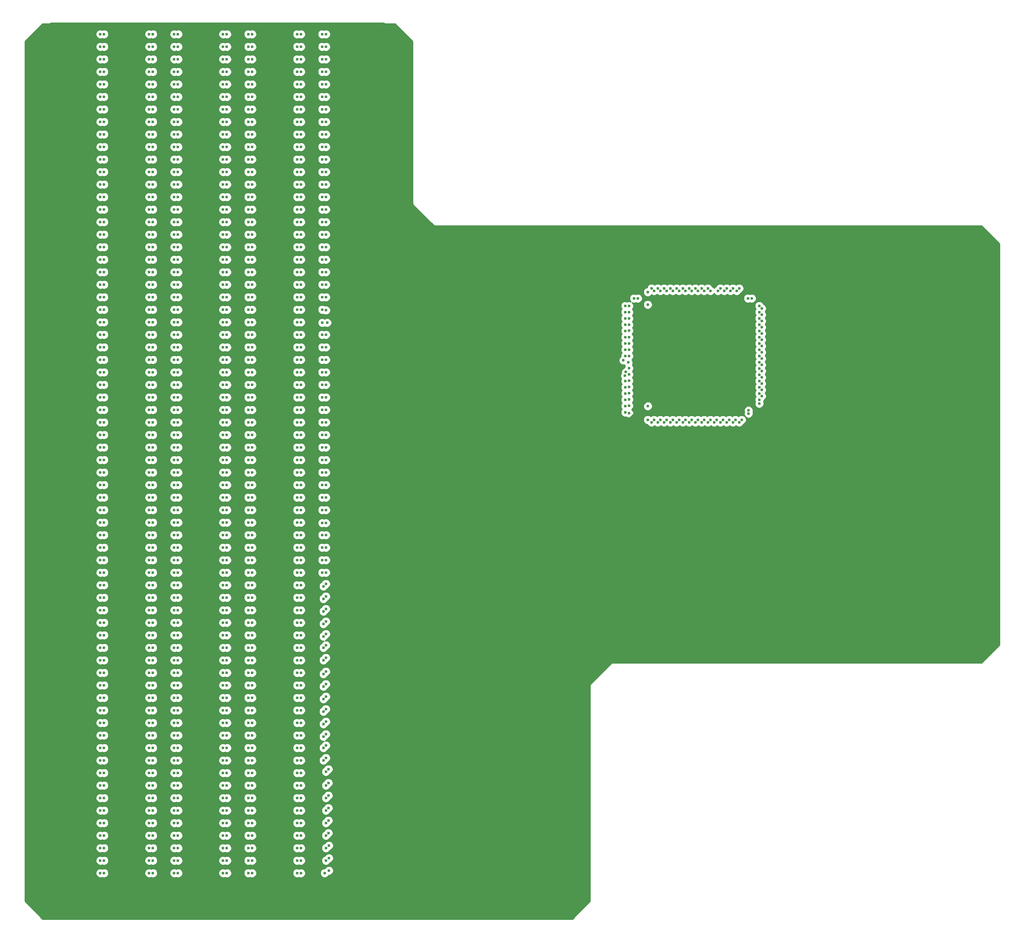
<source format=gbr>
G04 #@! TF.FileFunction,Copper,L4,Bot,Signal*
%FSLAX46Y46*%
G04 Gerber Fmt 4.6, Leading zero omitted, Abs format (unit mm)*
G04 Created by KiCad (PCBNEW 4.0.5) date Thursday, May 11, 2017 'PMt' 04:47:06 PM*
%MOMM*%
%LPD*%
G01*
G04 APERTURE LIST*
%ADD10C,0.100000*%
%ADD11C,0.600000*%
%ADD12C,0.254000*%
G04 APERTURE END LIST*
D10*
D11*
X67500000Y-205000000D03*
X67500000Y-200000000D03*
X67500000Y-195000000D03*
X67500000Y-190000000D03*
X67500000Y-185000000D03*
X67500000Y-180000000D03*
X67500000Y-175000000D03*
X67500000Y-170000000D03*
X67500000Y-165000000D03*
X67500000Y-160000000D03*
X67500000Y-155000000D03*
X67500000Y-150000000D03*
X67500000Y-145000000D03*
X67500000Y-140000000D03*
X67500000Y-135000000D03*
X67500000Y-130000000D03*
X67500000Y-125000000D03*
X67500000Y-120000000D03*
X67500000Y-115000000D03*
X67500000Y-110000000D03*
X67500000Y-105000000D03*
X67500000Y-100000000D03*
X67500000Y-95000000D03*
X67500000Y-90000000D03*
X67500000Y-85000000D03*
X67500000Y-80000000D03*
X67500000Y-75000000D03*
X67500000Y-70000000D03*
X67500000Y-65000000D03*
X67500000Y-60000000D03*
X67500000Y-55000000D03*
X67500000Y-50000000D03*
X67500000Y-45000000D03*
X67500000Y-40000000D03*
X67500000Y-35000000D03*
X130000000Y-35000000D03*
X135000000Y-35000000D03*
X140000000Y-35000000D03*
X140000000Y-40000000D03*
X135000000Y-40000000D03*
X140000000Y-45000000D03*
X67500000Y-210000000D03*
X80000000Y-210000000D03*
X95000000Y-210000000D03*
X110000000Y-210000000D03*
X125000000Y-210000000D03*
X130000000Y-205000000D03*
X130000000Y-210000000D03*
X135000000Y-210000000D03*
X135000000Y-205000000D03*
X175000000Y-210000000D03*
X160000000Y-210000000D03*
X165000000Y-210000000D03*
X165000000Y-205000000D03*
X215000000Y-150000000D03*
X210000000Y-150000000D03*
X205000000Y-150000000D03*
X200000000Y-150000000D03*
X195000000Y-150000000D03*
X200000000Y-145000000D03*
X205000000Y-145000000D03*
X210000000Y-145000000D03*
X215000000Y-145000000D03*
X220000000Y-145000000D03*
X225000000Y-140000000D03*
X220000000Y-140000000D03*
X215000000Y-140000000D03*
X210000000Y-140000000D03*
X205000000Y-140000000D03*
X210000000Y-135000000D03*
X215000000Y-135000000D03*
X220000000Y-135000000D03*
X225000000Y-135000000D03*
X230000000Y-135000000D03*
X235000000Y-130000000D03*
X230000000Y-130000000D03*
X225000000Y-130000000D03*
X220000000Y-130000000D03*
X215000000Y-130000000D03*
X220000000Y-125000000D03*
X225000000Y-125000000D03*
X230000000Y-125000000D03*
X235000000Y-125000000D03*
X240000000Y-125000000D03*
X245000000Y-120000000D03*
X240000000Y-120000000D03*
X235000000Y-120000000D03*
X230000000Y-120000000D03*
X225000000Y-120000000D03*
X230000000Y-115000000D03*
X235000000Y-115000000D03*
X240000000Y-115000000D03*
X245000000Y-115000000D03*
X245000000Y-110000000D03*
X240000000Y-110000000D03*
X235000000Y-110000000D03*
X230000000Y-110000000D03*
X230000000Y-105000000D03*
X235000000Y-105000000D03*
X240000000Y-105000000D03*
X245000000Y-105000000D03*
X245000000Y-100000000D03*
X240000000Y-100000000D03*
X235000000Y-100000000D03*
X230000000Y-100000000D03*
X225000000Y-95000000D03*
X230000000Y-95000000D03*
X235000000Y-95000000D03*
X240000000Y-95000000D03*
X245000000Y-95000000D03*
X240000000Y-90000000D03*
X235000000Y-90000000D03*
X230000000Y-90000000D03*
X225000000Y-90000000D03*
X220000000Y-90000000D03*
X210000000Y-90000000D03*
X205000000Y-90000000D03*
X200000000Y-90000000D03*
X195000000Y-90000000D03*
X190000000Y-95000000D03*
X195000000Y-95000000D03*
X200000000Y-95000000D03*
X205000000Y-95000000D03*
X210000000Y-95000000D03*
X210000000Y-110000000D03*
X205000000Y-110000000D03*
X200000000Y-110000000D03*
X195000000Y-110000000D03*
X190000000Y-105000000D03*
X190000000Y-100000000D03*
X195000000Y-100000000D03*
X200000000Y-100000000D03*
X205000000Y-100000000D03*
X210000000Y-100000000D03*
X210000000Y-105000000D03*
X205000000Y-105000000D03*
X200000000Y-105000000D03*
X195000000Y-105000000D03*
X170000000Y-115000000D03*
X165000000Y-115000000D03*
X160000000Y-115000000D03*
X155000000Y-115000000D03*
X155000000Y-110000000D03*
X160000000Y-110000000D03*
X165000000Y-110000000D03*
X170000000Y-110000000D03*
X170000000Y-105000000D03*
X165000000Y-105000000D03*
X160000000Y-105000000D03*
X155000000Y-105000000D03*
X150000000Y-100000000D03*
X155000000Y-100000000D03*
X160000000Y-100000000D03*
X165000000Y-100000000D03*
X170000000Y-100000000D03*
X170000000Y-95000000D03*
X165000000Y-95000000D03*
X160000000Y-95000000D03*
X155000000Y-95000000D03*
X150000000Y-95000000D03*
X155000000Y-90000000D03*
X160000000Y-90000000D03*
X165000000Y-90000000D03*
X170000000Y-90000000D03*
X195000000Y-75000000D03*
X200000000Y-75000000D03*
X200000000Y-80000000D03*
X205000000Y-85000000D03*
X205000000Y-80000000D03*
X205000000Y-75000000D03*
X210000000Y-80000000D03*
X210000000Y-75000000D03*
X215000000Y-80000000D03*
X215000000Y-75000000D03*
X220000000Y-80000000D03*
X225000000Y-80000000D03*
X220000000Y-75000000D03*
X225000000Y-75000000D03*
X230000000Y-75000000D03*
X230000000Y-80000000D03*
X235000000Y-80000000D03*
X235000000Y-75000000D03*
X240000000Y-75000000D03*
X245000000Y-75000000D03*
X250000000Y-75000000D03*
X255000000Y-75000000D03*
X260000000Y-115000000D03*
X260000000Y-110000000D03*
X260000000Y-105000000D03*
X260000000Y-100000000D03*
X260000000Y-95000000D03*
X255000000Y-90000000D03*
X260000000Y-90000000D03*
X260000000Y-85000000D03*
X260000000Y-80000000D03*
X255000000Y-80000000D03*
X255000000Y-85000000D03*
X250000000Y-85000000D03*
X250000000Y-80000000D03*
X245000000Y-80000000D03*
X240000000Y-80000000D03*
X245000000Y-85000000D03*
X250000000Y-90000000D03*
X255000000Y-95000000D03*
X255000000Y-100000000D03*
X255000000Y-105000000D03*
X255000000Y-110000000D03*
X255000000Y-115000000D03*
X255000000Y-120000000D03*
X260000000Y-120000000D03*
X255000000Y-125000000D03*
X260000000Y-125000000D03*
X260000000Y-130000000D03*
X255000000Y-130000000D03*
X250000000Y-130000000D03*
X245000000Y-135000000D03*
X250000000Y-135000000D03*
X255000000Y-135000000D03*
X260000000Y-135000000D03*
X260000000Y-140000000D03*
X255000000Y-140000000D03*
X250000000Y-140000000D03*
X245000000Y-140000000D03*
X240000000Y-140000000D03*
X235000000Y-145000000D03*
X240000000Y-145000000D03*
X245000000Y-145000000D03*
X250000000Y-145000000D03*
X255000000Y-145000000D03*
X260000000Y-145000000D03*
X260000000Y-150000000D03*
X255000000Y-150000000D03*
X250000000Y-150000000D03*
X245000000Y-150000000D03*
X240000000Y-150000000D03*
X235000000Y-150000000D03*
X230000000Y-150000000D03*
X225000000Y-155000000D03*
X230000000Y-155000000D03*
X235000000Y-155000000D03*
X240000000Y-155000000D03*
X245000000Y-155000000D03*
X250000000Y-155000000D03*
X255000000Y-155000000D03*
X260000000Y-155000000D03*
X260000000Y-160000000D03*
X255000000Y-160000000D03*
X250000000Y-160000000D03*
X245000000Y-160000000D03*
X240000000Y-160000000D03*
X235000000Y-160000000D03*
X230000000Y-160000000D03*
X225000000Y-160000000D03*
X220000000Y-160000000D03*
X215000000Y-160000000D03*
X210000000Y-160000000D03*
X205000000Y-160000000D03*
X200000000Y-160000000D03*
X195000000Y-160000000D03*
X190000000Y-160000000D03*
X180000000Y-165000000D03*
X185000000Y-160000000D03*
X180000000Y-160000000D03*
X175000000Y-160000000D03*
X170000000Y-165000000D03*
X175000000Y-165000000D03*
X175000000Y-170000000D03*
X170000000Y-170000000D03*
X165000000Y-170000000D03*
X160000000Y-175000000D03*
X165000000Y-175000000D03*
X170000000Y-175000000D03*
X175000000Y-175000000D03*
X175000000Y-180000000D03*
X170000000Y-180000000D03*
X165000000Y-180000000D03*
X160000000Y-180000000D03*
X155000000Y-180000000D03*
X155000000Y-185000000D03*
X160000000Y-185000000D03*
X165000000Y-185000000D03*
X170000000Y-185000000D03*
X175000000Y-185000000D03*
X175000000Y-190000000D03*
X170000000Y-190000000D03*
X165000000Y-190000000D03*
X160000000Y-190000000D03*
X155000000Y-190000000D03*
X150000000Y-190000000D03*
X150000000Y-185000000D03*
X145000000Y-190000000D03*
X140000000Y-195000000D03*
X135000000Y-200000000D03*
X140000000Y-200000000D03*
X145000000Y-200000000D03*
X145000000Y-195000000D03*
X150000000Y-195000000D03*
X155000000Y-195000000D03*
X160000000Y-195000000D03*
X165000000Y-195000000D03*
X170000000Y-195000000D03*
X175000000Y-195000000D03*
X175000000Y-200000000D03*
X170000000Y-200000000D03*
X165000000Y-200000000D03*
X160000000Y-200000000D03*
X155000000Y-200000000D03*
X150000000Y-200000000D03*
X150000000Y-205000000D03*
X150000000Y-210000000D03*
X145000000Y-210000000D03*
X126365000Y-204470000D03*
X80744000Y-204978000D03*
X95744000Y-204978000D03*
X79982000Y-204978000D03*
X94982000Y-204978000D03*
X89888000Y-204978000D03*
X104888000Y-204978000D03*
X90650000Y-204978000D03*
X105650000Y-204978000D03*
X110744000Y-204978000D03*
X109982000Y-204978000D03*
X119888000Y-204978000D03*
X120650000Y-204978000D03*
X214122000Y-99314000D03*
X125476000Y-204978000D03*
X213614000Y-98806000D03*
X126365000Y-201930000D03*
X80744000Y-202438000D03*
X95744000Y-202438000D03*
X110744000Y-202438000D03*
X79982000Y-202438000D03*
X94982000Y-202438000D03*
X109982000Y-202438000D03*
X89888000Y-202438000D03*
X104888000Y-202438000D03*
X119888000Y-202438000D03*
X90650000Y-202438000D03*
X105650000Y-202438000D03*
X120650000Y-202438000D03*
X214122000Y-100584000D03*
X125730000Y-202438000D03*
X213614000Y-100076000D03*
X126365000Y-199390000D03*
X211455054Y-111760000D03*
X211455000Y-111125000D03*
X80744000Y-199898000D03*
X95744000Y-199898000D03*
X110744000Y-199898000D03*
X79982000Y-199898000D03*
X94982000Y-199898000D03*
X109982000Y-199898000D03*
X89888000Y-199898000D03*
X104888000Y-199898000D03*
X119888000Y-199898000D03*
X90650000Y-199898000D03*
X105650000Y-199898000D03*
X120650000Y-199898000D03*
X125730000Y-199898000D03*
X80744000Y-197358000D03*
X95744000Y-197358000D03*
X110744000Y-197358000D03*
X79982000Y-197358000D03*
X94982000Y-197358000D03*
X109982000Y-197358000D03*
X89888000Y-197358000D03*
X104888000Y-197358000D03*
X119888000Y-197358000D03*
X90650000Y-197358000D03*
X105650000Y-197358000D03*
X120650000Y-197358000D03*
X187198000Y-110160000D03*
X126238000Y-196850000D03*
X125730000Y-197358000D03*
X186436000Y-110236000D03*
X187198000Y-98806000D03*
X186436000Y-98806000D03*
X80744000Y-194818000D03*
X95744000Y-194818000D03*
X110744000Y-194818000D03*
X79982000Y-194818000D03*
X94982000Y-194818000D03*
X109982000Y-194818000D03*
X89888000Y-194818000D03*
X104888000Y-194818000D03*
X119888000Y-194818000D03*
X90650000Y-194818000D03*
X105650000Y-194818000D03*
X120650000Y-194818000D03*
X126238000Y-194310000D03*
X125730000Y-194818000D03*
X187198000Y-97536000D03*
X186436000Y-97536000D03*
X80744000Y-192278000D03*
X95744000Y-192278000D03*
X110744000Y-192278000D03*
X79982000Y-192278000D03*
X94982000Y-192278000D03*
X109982000Y-192278000D03*
X89888000Y-192278000D03*
X104888000Y-192278000D03*
X119888000Y-192278000D03*
X90650000Y-192278000D03*
X105650000Y-192278000D03*
X120650000Y-192278000D03*
X126238000Y-191770000D03*
X125730000Y-192278000D03*
X187198000Y-96266000D03*
X186436000Y-96266000D03*
X80744000Y-189738000D03*
X95744000Y-189738000D03*
X110744000Y-189738000D03*
X79982000Y-189738000D03*
X94982000Y-189738000D03*
X109982000Y-189738000D03*
X89888000Y-189738000D03*
X104888000Y-189738000D03*
X119888000Y-189738000D03*
X90650000Y-189738000D03*
X105650000Y-189738000D03*
X120650000Y-189738000D03*
X126238000Y-189230000D03*
X125730000Y-189738000D03*
X186435992Y-94996000D03*
X80744000Y-187198000D03*
X95744000Y-187198000D03*
X110744000Y-187198000D03*
X79982000Y-187198000D03*
X94982000Y-187198000D03*
X109982000Y-187198000D03*
X89888000Y-187198000D03*
X104888000Y-187198000D03*
X119888000Y-187198000D03*
X90650000Y-187198000D03*
X105650000Y-187198000D03*
X120650000Y-187198000D03*
X187198000Y-94920000D03*
X126238000Y-186690000D03*
X125730000Y-187198000D03*
X187198000Y-93726000D03*
X186436006Y-93726000D03*
X80744000Y-184658000D03*
X95744000Y-184658000D03*
X110744000Y-184658000D03*
X79982000Y-184658000D03*
X94982000Y-184658000D03*
X109982000Y-184658000D03*
X89888000Y-184658000D03*
X104888000Y-184658000D03*
X119888000Y-184658000D03*
X90650000Y-184658000D03*
X105650000Y-184658000D03*
X120650000Y-184658000D03*
X126238000Y-183896000D03*
X125730000Y-184404000D03*
X186436000Y-92456000D03*
X187198000Y-92456000D03*
X80744000Y-182118000D03*
X95744000Y-182118000D03*
X110744000Y-182118000D03*
X79982000Y-182118000D03*
X94982000Y-182118000D03*
X109982000Y-182118000D03*
X89888000Y-182118000D03*
X104888000Y-182118000D03*
X119888000Y-182118000D03*
X90650000Y-182118000D03*
X105650000Y-182118000D03*
X120650000Y-182118000D03*
X125730000Y-181610000D03*
X125222000Y-182118000D03*
X187198000Y-91186000D03*
X186436000Y-91186008D03*
X80744000Y-179578000D03*
X95744000Y-179578000D03*
X110744000Y-179578000D03*
X79982000Y-179578000D03*
X94982000Y-179578000D03*
X109982000Y-179578000D03*
X89888000Y-179578000D03*
X104888000Y-179578000D03*
X119888000Y-179578000D03*
X90650000Y-179578000D03*
X105650000Y-179578000D03*
X120650000Y-179578000D03*
X125730000Y-179070000D03*
X125222000Y-179578000D03*
X186436000Y-89916000D03*
X187198000Y-89916000D03*
X80744000Y-177038000D03*
X95744000Y-177038000D03*
X110744000Y-177038000D03*
X79982000Y-177038000D03*
X94982000Y-177038000D03*
X109982000Y-177038000D03*
X89888000Y-177038000D03*
X104888000Y-177038000D03*
X119888000Y-177038000D03*
X90650000Y-177038000D03*
X105650000Y-177038000D03*
X120650000Y-177038000D03*
X125730000Y-176784000D03*
X125222000Y-177292000D03*
X188976000Y-88392000D03*
X80744000Y-174498000D03*
X95744000Y-174498000D03*
X110744000Y-174498000D03*
X79982000Y-174498000D03*
X94982000Y-174498000D03*
X109982000Y-174498000D03*
X89888000Y-174498000D03*
X104888000Y-174498000D03*
X119888000Y-174498000D03*
X90650000Y-174498000D03*
X105650000Y-174498000D03*
X120650000Y-174498000D03*
X125730000Y-174244000D03*
X125222000Y-174752000D03*
X188214000Y-88392000D03*
X80744000Y-171958000D03*
X95744000Y-171958000D03*
X110744000Y-171958000D03*
X79982000Y-171958000D03*
X94982000Y-171958000D03*
X109982000Y-171958000D03*
X89888000Y-171958000D03*
X104888000Y-171958000D03*
X119888000Y-171958000D03*
X90650000Y-171958000D03*
X105650000Y-171958000D03*
X120650000Y-171958000D03*
X191008000Y-89662000D03*
X125730000Y-171704000D03*
X125222000Y-172212000D03*
X191008000Y-87122000D03*
X191770000Y-86360000D03*
X192278000Y-86868000D03*
X80744000Y-169418000D03*
X95744000Y-169418000D03*
X110744000Y-169418000D03*
X79982000Y-169418000D03*
X94982000Y-169418000D03*
X109982000Y-169418000D03*
X89888000Y-169418000D03*
X104888000Y-169418000D03*
X119888000Y-169418000D03*
X90650000Y-169418000D03*
X105650000Y-169418000D03*
X120650000Y-169418000D03*
X125730000Y-169164000D03*
X125222000Y-169672000D03*
X193548000Y-86868000D03*
X193040014Y-86360000D03*
X80744000Y-166878000D03*
X95744000Y-166878000D03*
X110744000Y-166878000D03*
X79982000Y-166878000D03*
X94982000Y-166878000D03*
X109982000Y-166878000D03*
X89888000Y-166878000D03*
X104888000Y-166878000D03*
X119888000Y-166878000D03*
X90650000Y-166878000D03*
X105650000Y-166878000D03*
X120650000Y-166878000D03*
X125730000Y-166624000D03*
X125222000Y-167132000D03*
X80744000Y-164338000D03*
X95744000Y-164338000D03*
X110744000Y-164338000D03*
X79982000Y-164338000D03*
X94982000Y-164338000D03*
X109982000Y-164338000D03*
X89888000Y-164338000D03*
X104888000Y-164338000D03*
X119888000Y-164338000D03*
X90650000Y-164338000D03*
X105650000Y-164338000D03*
X120650000Y-164338000D03*
X194310000Y-86360000D03*
X125730000Y-164084000D03*
X125222000Y-164592000D03*
X194818000Y-86868000D03*
X80744000Y-161798000D03*
X95744000Y-161798000D03*
X110744000Y-161798000D03*
X79982000Y-161798000D03*
X94982000Y-161798000D03*
X109982000Y-161798000D03*
X89888000Y-161798000D03*
X104888000Y-161798000D03*
X119888000Y-161798000D03*
X90650000Y-161798000D03*
X105650000Y-161798000D03*
X120650000Y-161798000D03*
X195580000Y-86360000D03*
X125730000Y-161290000D03*
X125222000Y-161798000D03*
X196088000Y-86868000D03*
X80744000Y-159258000D03*
X95744000Y-159258000D03*
X110744000Y-159258000D03*
X79982000Y-159258000D03*
X94982000Y-159258000D03*
X109982000Y-159258000D03*
X89888000Y-159258000D03*
X104888000Y-159258000D03*
X119888000Y-159258000D03*
X90650000Y-159258000D03*
X105650000Y-159258000D03*
X120650000Y-159258000D03*
X196850000Y-86360000D03*
X125730000Y-158750000D03*
X125222000Y-159258000D03*
X197358000Y-86868000D03*
X80744000Y-156718000D03*
X95744000Y-156718000D03*
X110744000Y-156718000D03*
X79982000Y-156718000D03*
X94982000Y-156718000D03*
X109982000Y-156718000D03*
X89888000Y-156718000D03*
X104888000Y-156718000D03*
X119888000Y-156718000D03*
X90650000Y-156718000D03*
X105650000Y-156718000D03*
X120650000Y-156718000D03*
X198120000Y-86360000D03*
X125730000Y-156464000D03*
X125222000Y-156972000D03*
X198628000Y-86868000D03*
X80744000Y-154178000D03*
X95744000Y-154178000D03*
X110744000Y-154178000D03*
X79982000Y-154178000D03*
X94982000Y-154178000D03*
X109982000Y-154178000D03*
X89888000Y-154178000D03*
X104888000Y-154178000D03*
X119888000Y-154178000D03*
X90650000Y-154178000D03*
X105650000Y-154178000D03*
X120650000Y-154178000D03*
X199390000Y-86360000D03*
X125730000Y-153924000D03*
X125222000Y-154432000D03*
X199898000Y-86868000D03*
X80744000Y-151638000D03*
X95744000Y-151638000D03*
X110744000Y-151638000D03*
X79982000Y-151638000D03*
X94982000Y-151638000D03*
X109982000Y-151638000D03*
X89888000Y-151638000D03*
X104888000Y-151638000D03*
X119888000Y-151638000D03*
X90650000Y-151638000D03*
X105650000Y-151638000D03*
X120650000Y-151638000D03*
X200660000Y-86360000D03*
X125730000Y-151384000D03*
X125222000Y-151892000D03*
X201168000Y-86868000D03*
X80744000Y-149098000D03*
X95744000Y-149098000D03*
X110744000Y-149098000D03*
X79982000Y-149098000D03*
X94982000Y-149098000D03*
X109982000Y-149098000D03*
X89888000Y-149098000D03*
X104888000Y-149098000D03*
X119888000Y-149098000D03*
X90650000Y-149098000D03*
X105650000Y-149098000D03*
X120650000Y-149098000D03*
X201930000Y-86360000D03*
X125730000Y-148844000D03*
X125222000Y-149352000D03*
X202438000Y-86868000D03*
X80744000Y-146558000D03*
X95744000Y-146558000D03*
X110744000Y-146558000D03*
X79982000Y-146558000D03*
X94982000Y-146558000D03*
X109982000Y-146558000D03*
X89888000Y-146558000D03*
X104888000Y-146558000D03*
X119888000Y-146558000D03*
X90650000Y-146558000D03*
X105650000Y-146558000D03*
X120650000Y-146558000D03*
X203200000Y-86360000D03*
X125730000Y-146304000D03*
X125222000Y-146812000D03*
X203708000Y-86868000D03*
X80744000Y-144018000D03*
X95744000Y-144018000D03*
X110744000Y-144018000D03*
X79982000Y-144018000D03*
X94982000Y-144018000D03*
X109982000Y-144018000D03*
X89888000Y-144018000D03*
X104888000Y-144018000D03*
X119888000Y-144018000D03*
X90650000Y-144018000D03*
X105650000Y-144018000D03*
X120650000Y-144018000D03*
X205740000Y-86360000D03*
X125730000Y-144018000D03*
X124968000Y-144018000D03*
X205232000Y-86868000D03*
X80744000Y-141478000D03*
X95744000Y-141478000D03*
X110744000Y-141478000D03*
X79982000Y-141478000D03*
X94982000Y-141478000D03*
X109982000Y-141478000D03*
X89888000Y-141478000D03*
X104888000Y-141478000D03*
X119888000Y-141478000D03*
X90650000Y-141478000D03*
X105650000Y-141478000D03*
X120650000Y-141478000D03*
X207010000Y-86360000D03*
X125730000Y-141478000D03*
X124968000Y-141478000D03*
X206502000Y-86868000D03*
X80744000Y-138938000D03*
X95744000Y-138938000D03*
X110744000Y-138938000D03*
X79982000Y-138938000D03*
X94982000Y-138938000D03*
X109982000Y-138938000D03*
X89888000Y-138938000D03*
X104888000Y-138938000D03*
X119888000Y-138938000D03*
X90650000Y-138938000D03*
X105650000Y-138938000D03*
X120650000Y-138938000D03*
X208280000Y-86360000D03*
X125730000Y-138938000D03*
X124968000Y-138938000D03*
X207772000Y-86868000D03*
X209550000Y-86360000D03*
X80744000Y-136398000D03*
X95744000Y-136398000D03*
X110744000Y-136398000D03*
X79982000Y-136398000D03*
X94982000Y-136398000D03*
X109982000Y-136398000D03*
X89888000Y-136398000D03*
X104888000Y-136398000D03*
X119888000Y-136398000D03*
X90650000Y-136398000D03*
X105650000Y-136398000D03*
X120650000Y-136398000D03*
X125730000Y-136398000D03*
X124968000Y-136398000D03*
X209042000Y-86868000D03*
X80744000Y-133858000D03*
X95744000Y-133858000D03*
X110744000Y-133858000D03*
X79982000Y-133858000D03*
X94982000Y-133858000D03*
X109982000Y-133858000D03*
X89888000Y-133858000D03*
X104888000Y-133858000D03*
X119888000Y-133858000D03*
X90650000Y-133858000D03*
X105650000Y-133858000D03*
X120650000Y-133858000D03*
X212090000Y-88392000D03*
X125730000Y-133970000D03*
X124968000Y-133970000D03*
X211328000Y-88392000D03*
X80744000Y-131318000D03*
X95744000Y-131318000D03*
X110744000Y-131318000D03*
X79982000Y-131318000D03*
X94982000Y-131318000D03*
X109982000Y-131318000D03*
X89888000Y-131318000D03*
X104888000Y-131318000D03*
X119888000Y-131318000D03*
X90650000Y-131318000D03*
X105650000Y-131318000D03*
X120650000Y-131318000D03*
X214122000Y-90424000D03*
X125730000Y-131318000D03*
X124968000Y-131318000D03*
X213614000Y-89916000D03*
X80744000Y-128778000D03*
X95744000Y-128778000D03*
X110744000Y-128778000D03*
X79982000Y-128778000D03*
X94982000Y-128778000D03*
X109982000Y-128778000D03*
X89888000Y-128778000D03*
X104888000Y-128778000D03*
X119888000Y-128778000D03*
X90650000Y-128778000D03*
X105650000Y-128778000D03*
X120650000Y-128778000D03*
X214122000Y-91694000D03*
X125730000Y-128778000D03*
X124968000Y-128778000D03*
X213614000Y-91186000D03*
X80744000Y-126238000D03*
X95744000Y-126238000D03*
X110744000Y-126238000D03*
X79982000Y-126238000D03*
X94982000Y-126238000D03*
X109982000Y-126238000D03*
X89888000Y-126238000D03*
X104888000Y-126238000D03*
X119888000Y-126238000D03*
X90650000Y-126238000D03*
X105650000Y-126238000D03*
X120650000Y-126238000D03*
X214122000Y-92964000D03*
X125730000Y-126238000D03*
X124968000Y-126238000D03*
X213614000Y-92456000D03*
X80744000Y-123698000D03*
X95744000Y-123698000D03*
X110744000Y-123698000D03*
X79982000Y-123698000D03*
X94982000Y-123698000D03*
X109982000Y-123698000D03*
X89888000Y-123698000D03*
X104888000Y-123698000D03*
X119888000Y-123698000D03*
X90650000Y-123698000D03*
X105650000Y-123698000D03*
X120650000Y-123698000D03*
X214122000Y-94234000D03*
X125730000Y-123698000D03*
X124968000Y-123698000D03*
X213614000Y-93726000D03*
X80744000Y-121158000D03*
X95744000Y-121158000D03*
X110744000Y-121158000D03*
X79982000Y-121158000D03*
X94982000Y-121158000D03*
X109982000Y-121158000D03*
X89888000Y-121158000D03*
X104888000Y-121158000D03*
X119888000Y-121158000D03*
X90650000Y-121158000D03*
X105650000Y-121158000D03*
X120650000Y-121158000D03*
X214122000Y-95504000D03*
X125730000Y-121158000D03*
X124968000Y-121158000D03*
X213614000Y-94996000D03*
X80744000Y-118618000D03*
X95744000Y-118618000D03*
X110744000Y-118618000D03*
X79982000Y-118618000D03*
X94982000Y-118618000D03*
X109982000Y-118618000D03*
X89888000Y-118618000D03*
X104888000Y-118618000D03*
X119888000Y-118618000D03*
X90650000Y-118618000D03*
X105650000Y-118618000D03*
X120650000Y-118618000D03*
X214122000Y-96774000D03*
X125730000Y-118618000D03*
X124968000Y-118618000D03*
X213614000Y-96266000D03*
X80744000Y-116078000D03*
X95744000Y-116078000D03*
X110744000Y-116078000D03*
X79982000Y-116078000D03*
X94982000Y-116078000D03*
X109982000Y-116078000D03*
X89888000Y-116078000D03*
X104888000Y-116078000D03*
X119888000Y-116078000D03*
X90650000Y-116078000D03*
X105650000Y-116078000D03*
X120650000Y-116078000D03*
X214122000Y-98044000D03*
X125730000Y-116078000D03*
X124968000Y-116078000D03*
X213614000Y-97536000D03*
X80744000Y-113538000D03*
X95744000Y-113538000D03*
X110744000Y-113538000D03*
X79982000Y-113538000D03*
X94982000Y-113538000D03*
X109982000Y-113538000D03*
X89888000Y-113538000D03*
X104888000Y-113538000D03*
X119888000Y-113538000D03*
X90650000Y-113538000D03*
X105650000Y-113538000D03*
X120650000Y-113538000D03*
X214122000Y-101854000D03*
X125730000Y-113538000D03*
X124968000Y-113538000D03*
X213614000Y-101346000D03*
X80744000Y-110998000D03*
X95744000Y-110998000D03*
X110744000Y-110998000D03*
X79982000Y-110998000D03*
X94982000Y-110998000D03*
X109982000Y-110998000D03*
X89888000Y-110998000D03*
X104888000Y-110998000D03*
X119888000Y-110998000D03*
X90650000Y-110998000D03*
X105650000Y-110998000D03*
X120650000Y-110998000D03*
X214122000Y-103124000D03*
X125730000Y-110998000D03*
X124968000Y-110998000D03*
X213614000Y-102616000D03*
X80744000Y-108458000D03*
X95744000Y-108458000D03*
X110744000Y-108458000D03*
X79982000Y-108458000D03*
X94982000Y-108458000D03*
X109982000Y-108458000D03*
X89888000Y-108458000D03*
X104888000Y-108458000D03*
X119888000Y-108458000D03*
X90650000Y-108458000D03*
X105650000Y-108458000D03*
X120650000Y-108458000D03*
X214122000Y-104394000D03*
X125730000Y-108458000D03*
X124968000Y-108458000D03*
X213614000Y-103886000D03*
X80744000Y-105918000D03*
X95744000Y-105918000D03*
X110744000Y-105918000D03*
X79982000Y-105918000D03*
X94982000Y-105918000D03*
X109982000Y-105918000D03*
X89888000Y-105918000D03*
X104888000Y-105918000D03*
X119888000Y-105918000D03*
X90650000Y-105918000D03*
X105650000Y-105918000D03*
X120650000Y-105918000D03*
X214122000Y-105664000D03*
X125730000Y-105918000D03*
X124968000Y-105918000D03*
X213614000Y-105156000D03*
X80744000Y-103378000D03*
X95744000Y-103378000D03*
X110744000Y-103378000D03*
X79982000Y-103378000D03*
X94982000Y-103378000D03*
X109982000Y-103378000D03*
X89888000Y-103378000D03*
X104888000Y-103378000D03*
X119888000Y-103378000D03*
X90650000Y-103378000D03*
X105650000Y-103378000D03*
X120650000Y-103378000D03*
X214122000Y-106934000D03*
X125730000Y-103378000D03*
X124968000Y-103378000D03*
X213614000Y-106426000D03*
X80744000Y-100838000D03*
X95744000Y-100838000D03*
X110744000Y-100838000D03*
X79982000Y-100838000D03*
X94982000Y-100838000D03*
X109982000Y-100838000D03*
X89888000Y-100838000D03*
X104888000Y-100838000D03*
X119888000Y-100838000D03*
X90650000Y-100838000D03*
X105650000Y-100838000D03*
X120650000Y-100838000D03*
X214122000Y-108204000D03*
X125730000Y-100838000D03*
X124968000Y-100838000D03*
X213614000Y-107696000D03*
X80744000Y-98298000D03*
X95744000Y-98298000D03*
X110744000Y-98298000D03*
X79982000Y-98298000D03*
X94982000Y-98298000D03*
X109982000Y-98298000D03*
X89888000Y-98298000D03*
X104888000Y-98298000D03*
X119888000Y-98298000D03*
X90650000Y-98298000D03*
X105650000Y-98298000D03*
X120650000Y-98298000D03*
X213614000Y-109728000D03*
X125730000Y-98298000D03*
X124968000Y-98298000D03*
X213614000Y-108966000D03*
X80744000Y-95758000D03*
X95744000Y-95758000D03*
X110744000Y-95758000D03*
X79982000Y-95758000D03*
X94982000Y-95758000D03*
X109982000Y-95758000D03*
X89888000Y-95758000D03*
X104888000Y-95758000D03*
X119888000Y-95758000D03*
X90650000Y-95758000D03*
X105650000Y-95758000D03*
X120650000Y-95758000D03*
X209550000Y-113538000D03*
X125730000Y-95758000D03*
X124968000Y-95758000D03*
X210058000Y-113030000D03*
X80744000Y-93218000D03*
X95744000Y-93218000D03*
X110744000Y-93218000D03*
X79982000Y-93218000D03*
X94982000Y-93218000D03*
X109982000Y-93218000D03*
X89888000Y-93218000D03*
X104888000Y-93218000D03*
X119888000Y-93218000D03*
X90650000Y-93218000D03*
X105650000Y-93218000D03*
X120650000Y-93218000D03*
X208280000Y-113538000D03*
X125984000Y-93330000D03*
X124968000Y-93330000D03*
X208788000Y-113030000D03*
X125730000Y-90805000D03*
X80744000Y-90678000D03*
X95744000Y-90678000D03*
X110744000Y-90678000D03*
X79982000Y-90678000D03*
X94982000Y-90678000D03*
X109982000Y-90678000D03*
X89888000Y-90678000D03*
X104888000Y-90678000D03*
X119888000Y-90678000D03*
X90650000Y-90678000D03*
X105650000Y-90678000D03*
X120650000Y-90678000D03*
X207010000Y-113538000D03*
X124968000Y-90678000D03*
X207518000Y-113030000D03*
X80744000Y-88138000D03*
X95744000Y-88138000D03*
X110744000Y-88138000D03*
X79982000Y-88138000D03*
X94982000Y-88138000D03*
X109982000Y-88138000D03*
X89888000Y-88138000D03*
X104888000Y-88138000D03*
X119888000Y-88138000D03*
X90650000Y-88138000D03*
X105650000Y-88138000D03*
X120650000Y-88138000D03*
X205740000Y-113538000D03*
X125730000Y-88138000D03*
X124968000Y-88138000D03*
X206248000Y-113030000D03*
X80744000Y-85598000D03*
X95744000Y-85598000D03*
X110744000Y-85598000D03*
X79982000Y-85598000D03*
X94982000Y-85598000D03*
X109982000Y-85598000D03*
X89888000Y-85598000D03*
X104888000Y-85598000D03*
X119888000Y-85598000D03*
X90650000Y-85598000D03*
X105650000Y-85598000D03*
X120650000Y-85598000D03*
X204470000Y-113538000D03*
X125730000Y-85598000D03*
X124968000Y-85598000D03*
X204978000Y-113030000D03*
X80744000Y-83058000D03*
X95744000Y-83058000D03*
X110744000Y-83058000D03*
X79982000Y-83058000D03*
X94982000Y-83058000D03*
X109982000Y-83058000D03*
X89888000Y-83058000D03*
X104888000Y-83058000D03*
X119888000Y-83058000D03*
X90650000Y-83058000D03*
X105650000Y-83058000D03*
X120650000Y-83058000D03*
X203200000Y-113538000D03*
X125730000Y-83058000D03*
X124968000Y-83058000D03*
X203708000Y-113030000D03*
X80744000Y-80518000D03*
X95744000Y-80518000D03*
X110744000Y-80518000D03*
X79982000Y-80518000D03*
X94982000Y-80518000D03*
X109982000Y-80518000D03*
X89888000Y-80518000D03*
X104888000Y-80518000D03*
X119888000Y-80518000D03*
X90650000Y-80518000D03*
X105650000Y-80518000D03*
X120650000Y-80518000D03*
X201930000Y-113538000D03*
X125730000Y-80518000D03*
X124968000Y-80518000D03*
X202438000Y-113030000D03*
X80744000Y-77978000D03*
X95744000Y-77978000D03*
X110744000Y-77978000D03*
X79982000Y-77978000D03*
X94982000Y-77978000D03*
X109982000Y-77978000D03*
X89888000Y-77978000D03*
X104888000Y-77978000D03*
X119888000Y-77978000D03*
X90650000Y-77978000D03*
X105650000Y-77978000D03*
X120650000Y-77978000D03*
X200660000Y-113538000D03*
X125730000Y-77978000D03*
X124968000Y-77978000D03*
X201168000Y-113030000D03*
X80744000Y-75438000D03*
X95744000Y-75438000D03*
X110744000Y-75438000D03*
X79982000Y-75438000D03*
X94982000Y-75438000D03*
X109982000Y-75438000D03*
X89888000Y-75438000D03*
X104888000Y-75438000D03*
X119888000Y-75438000D03*
X90650000Y-75438000D03*
X105650000Y-75438000D03*
X120650000Y-75438000D03*
X199390000Y-113538000D03*
X125730000Y-75438000D03*
X124968000Y-75438000D03*
X199898000Y-113030000D03*
X80744000Y-72898000D03*
X95744000Y-72898000D03*
X110744000Y-72898000D03*
X79982000Y-72898000D03*
X94982000Y-72898000D03*
X109982000Y-72898000D03*
X89888000Y-72898000D03*
X104888000Y-72898000D03*
X119888000Y-72898000D03*
X90650000Y-72898000D03*
X105650000Y-72898000D03*
X120650000Y-72898000D03*
X198120000Y-113538000D03*
X125730000Y-72898000D03*
X124968000Y-72898000D03*
X198628000Y-113030000D03*
X80744000Y-70358000D03*
X95744000Y-70358000D03*
X110744000Y-70358000D03*
X79982000Y-70358000D03*
X94982000Y-70358000D03*
X109982000Y-70358000D03*
X89888000Y-70358000D03*
X104888000Y-70358000D03*
X119888000Y-70358000D03*
X90650000Y-70358000D03*
X105650000Y-70358000D03*
X120650000Y-70358000D03*
X196850000Y-113538000D03*
X125730000Y-70358000D03*
X124968000Y-70358000D03*
X197358000Y-113030000D03*
X80744000Y-67818000D03*
X95744000Y-67818000D03*
X110744000Y-67818000D03*
X79982000Y-67818000D03*
X94982000Y-67818000D03*
X109982000Y-67818000D03*
X89888000Y-67818000D03*
X104888000Y-67818000D03*
X119888000Y-67818000D03*
X90650000Y-67818000D03*
X105650000Y-67818000D03*
X120650000Y-67818000D03*
X195580000Y-113538000D03*
X125730000Y-67818000D03*
X124968000Y-67818000D03*
X196088000Y-113030000D03*
X80744000Y-65278000D03*
X95744000Y-65278000D03*
X110744000Y-65278000D03*
X79982000Y-65278000D03*
X94982000Y-65278000D03*
X109982000Y-65278000D03*
X89888000Y-65278000D03*
X104888000Y-65278000D03*
X119888000Y-65278000D03*
X90650000Y-65278000D03*
X105650000Y-65278000D03*
X120650000Y-65278000D03*
X194310000Y-113538000D03*
X125730000Y-65278000D03*
X124968000Y-65278000D03*
X194818000Y-113030000D03*
X80744000Y-62738000D03*
X95744000Y-62738000D03*
X110744000Y-62738000D03*
X79982000Y-62738000D03*
X94982000Y-62738000D03*
X109982000Y-62738000D03*
X89888000Y-62738000D03*
X104888000Y-62738000D03*
X119888000Y-62738000D03*
X90650000Y-62738000D03*
X105650000Y-62738000D03*
X120650000Y-62738000D03*
X193040000Y-113538000D03*
X125730000Y-62738000D03*
X124968000Y-62738000D03*
X193548000Y-113030000D03*
X80744000Y-60198000D03*
X95744000Y-60198000D03*
X110744000Y-60198000D03*
X79982000Y-60198000D03*
X94982000Y-60198000D03*
X109982000Y-60198000D03*
X89888000Y-60198000D03*
X104888000Y-60198000D03*
X119888000Y-60198000D03*
X90650000Y-60198000D03*
X105650000Y-60198000D03*
X120650000Y-60198000D03*
X191770000Y-113538000D03*
X125730000Y-60198000D03*
X124968000Y-60198000D03*
X192278000Y-113030000D03*
X80744000Y-57658000D03*
X95744000Y-57658000D03*
X110744000Y-57658000D03*
X79982000Y-57658000D03*
X94982000Y-57658000D03*
X109982000Y-57658000D03*
X89888000Y-57658000D03*
X104888000Y-57658000D03*
X119888000Y-57658000D03*
X90650000Y-57658000D03*
X105650000Y-57658000D03*
X120650000Y-57658000D03*
X191008000Y-110236000D03*
X125730000Y-57658000D03*
X124968000Y-57658000D03*
X191008000Y-113030000D03*
X80744000Y-55118000D03*
X95744000Y-55118000D03*
X110744000Y-55118000D03*
X79982000Y-55118000D03*
X94982000Y-55118000D03*
X109982000Y-55118000D03*
X89888000Y-55118000D03*
X104888000Y-55118000D03*
X119888000Y-55118000D03*
X90650000Y-55118000D03*
X105650000Y-55118000D03*
X120650000Y-55118000D03*
X187198000Y-111680000D03*
X125730000Y-55118000D03*
X124968000Y-55118000D03*
X186436000Y-111506000D03*
X80744000Y-52578000D03*
X95744000Y-52578000D03*
X110744000Y-52578000D03*
X79982000Y-52578000D03*
X94982000Y-52578000D03*
X109982000Y-52578000D03*
X89888000Y-52578000D03*
X104888000Y-52578000D03*
X119888000Y-52578000D03*
X90650000Y-52578000D03*
X105650000Y-52578000D03*
X120650000Y-52578000D03*
X187198000Y-108890000D03*
X125730000Y-52578000D03*
X124968000Y-52578000D03*
X186436000Y-108966000D03*
X80744000Y-50038000D03*
X95744000Y-50038000D03*
X110744000Y-50038000D03*
X79982000Y-50038000D03*
X94982000Y-50038000D03*
X109982000Y-50038000D03*
X89888000Y-50038000D03*
X104888000Y-50038000D03*
X119888000Y-50038000D03*
X90650000Y-50038000D03*
X105650000Y-50038000D03*
X120650000Y-50038000D03*
X187198000Y-107620000D03*
X125730000Y-50038000D03*
X124968000Y-50038000D03*
X186436000Y-107696000D03*
X80744000Y-47498000D03*
X95744000Y-47498000D03*
X110744000Y-47498000D03*
X79982000Y-47498000D03*
X94982000Y-47498000D03*
X109982000Y-47498000D03*
X89888000Y-47498000D03*
X104888000Y-47498000D03*
X119888000Y-47498000D03*
X90650000Y-47498000D03*
X105650000Y-47498000D03*
X120650000Y-47498000D03*
X187198000Y-106350000D03*
X125730000Y-47498000D03*
X124968000Y-47498000D03*
X186436000Y-106426000D03*
X80744000Y-44958000D03*
X95744000Y-44958000D03*
X110744000Y-44958000D03*
X79982000Y-44958000D03*
X94982000Y-44958000D03*
X109982000Y-44958000D03*
X89888000Y-44958000D03*
X104888000Y-44958000D03*
X119888000Y-44958000D03*
X90650000Y-44958000D03*
X105650000Y-44958000D03*
X120650000Y-44958000D03*
X187198000Y-105080000D03*
X125730000Y-44958000D03*
X124968000Y-44958000D03*
X186436000Y-105156000D03*
X187203402Y-103814151D03*
X186384592Y-104107068D03*
X80744000Y-42418000D03*
X95744000Y-42418000D03*
X110744000Y-42418000D03*
X79982000Y-42418000D03*
X94982000Y-42418000D03*
X109982000Y-42418000D03*
X89888000Y-42418000D03*
X104888000Y-42418000D03*
X119888000Y-42418000D03*
X90650000Y-42418000D03*
X105650000Y-42418000D03*
X120650000Y-42418000D03*
X125730000Y-42418000D03*
X124968000Y-42418000D03*
X186566521Y-103324731D03*
X80744000Y-39878000D03*
X95744000Y-39878000D03*
X110744000Y-39878000D03*
X79982000Y-39878000D03*
X94982000Y-39878000D03*
X109982000Y-39878000D03*
X89888000Y-39878000D03*
X104888000Y-39878000D03*
X119888000Y-39878000D03*
X90650000Y-39878000D03*
X105650000Y-39878000D03*
X120650000Y-39878000D03*
X187198000Y-102540000D03*
X125730000Y-39878000D03*
X124968000Y-39878000D03*
X186055000Y-100965018D03*
X187066210Y-101400626D03*
X80744000Y-37338000D03*
X95744000Y-37338000D03*
X110744000Y-37338000D03*
X79982000Y-37338000D03*
X94982000Y-37338000D03*
X109982000Y-37338000D03*
X89888000Y-37338000D03*
X104888000Y-37338000D03*
X119888000Y-37338000D03*
X90650000Y-37338000D03*
X105650000Y-37338000D03*
X120650000Y-37338000D03*
X125730000Y-37338000D03*
X124968000Y-37338000D03*
X187198000Y-100076000D03*
X186436000Y-100076000D03*
X80744000Y-34798000D03*
X95744000Y-34798000D03*
X110744000Y-34798000D03*
X79982000Y-34798000D03*
X94982000Y-34798000D03*
X109982000Y-34798000D03*
X89888000Y-34798000D03*
X104888000Y-34798000D03*
X119888000Y-34798000D03*
X90650000Y-34798000D03*
X105650000Y-34798000D03*
X120650000Y-34798000D03*
X125730000Y-34798000D03*
X124968000Y-34798000D03*
D12*
X67500000Y-200000000D02*
X67500000Y-195000000D01*
X67500000Y-190000000D02*
X67500000Y-185000000D01*
X67500000Y-180000000D02*
X67500000Y-175000000D01*
X67500000Y-170000000D02*
X67500000Y-165000000D01*
X67500000Y-160000000D02*
X67500000Y-155000000D01*
X67500000Y-150000000D02*
X67500000Y-145000000D01*
X67500000Y-140000000D02*
X67500000Y-135000000D01*
X67500000Y-130000000D02*
X67500000Y-125000000D01*
X67500000Y-120000000D02*
X67500000Y-115000000D01*
X67500000Y-110000000D02*
X67500000Y-105000000D01*
X67500000Y-100000000D02*
X67500000Y-95000000D01*
X67500000Y-90000000D02*
X67500000Y-85000000D01*
X67500000Y-80000000D02*
X67500000Y-75000000D01*
X67500000Y-70000000D02*
X67500000Y-65000000D01*
X67500000Y-60000000D02*
X67500000Y-55000000D01*
X67500000Y-50000000D02*
X67500000Y-45000000D01*
X67500000Y-40000000D02*
X67500000Y-35000000D01*
X67500000Y-35000000D02*
X70000000Y-32500000D01*
X70000000Y-32500000D02*
X137500000Y-32500000D01*
X132500000Y-32500000D02*
X130000000Y-35000000D01*
X137500000Y-32500000D02*
X132500000Y-32500000D01*
X135000000Y-35000000D02*
X140000000Y-35000000D01*
X140000000Y-40000000D02*
X135000000Y-40000000D01*
X67500000Y-210000000D02*
X65000000Y-210000000D01*
X80000000Y-210000000D02*
X67500000Y-210000000D01*
X95000000Y-210000000D02*
X80000000Y-210000000D01*
X110000000Y-210000000D02*
X95000000Y-210000000D01*
X125000000Y-210000000D02*
X110000000Y-210000000D01*
X130000000Y-210000000D02*
X130000000Y-205000000D01*
X135000000Y-205000000D02*
X135000000Y-210000000D01*
X160000000Y-210000000D02*
X175000000Y-210000000D01*
X165000000Y-205000000D02*
X165000000Y-210000000D01*
X215000000Y-150000000D02*
X220000000Y-145000000D01*
X205000000Y-150000000D02*
X210000000Y-150000000D01*
X195000000Y-150000000D02*
X200000000Y-150000000D01*
X205000000Y-145000000D02*
X200000000Y-145000000D01*
X215000000Y-145000000D02*
X210000000Y-145000000D01*
X225000000Y-140000000D02*
X220000000Y-145000000D01*
X215000000Y-140000000D02*
X220000000Y-140000000D01*
X205000000Y-140000000D02*
X210000000Y-140000000D01*
X215000000Y-135000000D02*
X210000000Y-135000000D01*
X225000000Y-135000000D02*
X220000000Y-135000000D01*
X235000000Y-130000000D02*
X230000000Y-135000000D01*
X225000000Y-130000000D02*
X230000000Y-130000000D01*
X215000000Y-130000000D02*
X220000000Y-130000000D01*
X225000000Y-125000000D02*
X220000000Y-125000000D01*
X235000000Y-125000000D02*
X230000000Y-125000000D01*
X245000000Y-120000000D02*
X240000000Y-125000000D01*
X235000000Y-120000000D02*
X240000000Y-120000000D01*
X225000000Y-120000000D02*
X230000000Y-120000000D01*
X235000000Y-115000000D02*
X230000000Y-115000000D01*
X245000000Y-115000000D02*
X240000000Y-115000000D01*
X240000000Y-110000000D02*
X245000000Y-110000000D01*
X230000000Y-110000000D02*
X235000000Y-110000000D01*
X235000000Y-105000000D02*
X230000000Y-105000000D01*
X245000000Y-105000000D02*
X240000000Y-105000000D01*
X240000000Y-100000000D02*
X245000000Y-100000000D01*
X230000000Y-100000000D02*
X235000000Y-100000000D01*
X230000000Y-95000000D02*
X225000000Y-95000000D01*
X240000000Y-95000000D02*
X235000000Y-95000000D01*
X240000000Y-90000000D02*
X245000000Y-95000000D01*
X230000000Y-90000000D02*
X235000000Y-90000000D01*
X220000000Y-90000000D02*
X225000000Y-90000000D01*
X205000000Y-90000000D02*
X210000000Y-90000000D01*
X195000000Y-90000000D02*
X200000000Y-90000000D01*
X195000000Y-95000000D02*
X190000000Y-95000000D01*
X205000000Y-95000000D02*
X200000000Y-95000000D01*
X210000000Y-110000000D02*
X210000000Y-95000000D01*
X200000000Y-110000000D02*
X205000000Y-110000000D01*
X190000000Y-105000000D02*
X195000000Y-110000000D01*
X195000000Y-100000000D02*
X190000000Y-100000000D01*
X205000000Y-100000000D02*
X200000000Y-100000000D01*
X210000000Y-105000000D02*
X210000000Y-100000000D01*
X200000000Y-105000000D02*
X205000000Y-105000000D01*
X170000000Y-115000000D02*
X185000000Y-115000000D01*
X185000000Y-115000000D02*
X195000000Y-105000000D01*
X165000000Y-115000000D02*
X170000000Y-115000000D01*
X155000000Y-115000000D02*
X160000000Y-115000000D01*
X160000000Y-110000000D02*
X155000000Y-110000000D01*
X170000000Y-110000000D02*
X165000000Y-110000000D01*
X165000000Y-105000000D02*
X170000000Y-105000000D01*
X155000000Y-105000000D02*
X160000000Y-105000000D01*
X155000000Y-100000000D02*
X150000000Y-100000000D01*
X165000000Y-100000000D02*
X160000000Y-100000000D01*
X170000000Y-95000000D02*
X170000000Y-100000000D01*
X160000000Y-95000000D02*
X165000000Y-95000000D01*
X150000000Y-95000000D02*
X155000000Y-95000000D01*
X160000000Y-90000000D02*
X155000000Y-90000000D01*
X170000000Y-90000000D02*
X165000000Y-90000000D01*
X200000000Y-75000000D02*
X195000000Y-75000000D01*
X205000000Y-85000000D02*
X200000000Y-80000000D01*
X205000000Y-75000000D02*
X205000000Y-80000000D01*
X210000000Y-75000000D02*
X210000000Y-80000000D01*
X215000000Y-75000000D02*
X215000000Y-80000000D01*
X225000000Y-80000000D02*
X220000000Y-80000000D01*
X225000000Y-75000000D02*
X220000000Y-75000000D01*
X230000000Y-80000000D02*
X230000000Y-75000000D01*
X235000000Y-75000000D02*
X235000000Y-80000000D01*
X245000000Y-75000000D02*
X240000000Y-75000000D01*
X255000000Y-75000000D02*
X250000000Y-75000000D01*
X260000000Y-105000000D02*
X260000000Y-110000000D01*
X260000000Y-95000000D02*
X260000000Y-100000000D01*
X260000000Y-90000000D02*
X255000000Y-90000000D01*
X260000000Y-80000000D02*
X260000000Y-85000000D01*
X255000000Y-85000000D02*
X255000000Y-80000000D01*
X250000000Y-80000000D02*
X250000000Y-85000000D01*
X240000000Y-80000000D02*
X245000000Y-80000000D01*
X250000000Y-90000000D02*
X245000000Y-85000000D01*
X255000000Y-100000000D02*
X255000000Y-95000000D01*
X255000000Y-110000000D02*
X255000000Y-105000000D01*
X255000000Y-120000000D02*
X255000000Y-115000000D01*
X255000000Y-125000000D02*
X260000000Y-120000000D01*
X260000000Y-130000000D02*
X260000000Y-125000000D01*
X250000000Y-130000000D02*
X255000000Y-130000000D01*
X250000000Y-135000000D02*
X245000000Y-135000000D01*
X260000000Y-135000000D02*
X255000000Y-135000000D01*
X255000000Y-140000000D02*
X260000000Y-140000000D01*
X245000000Y-140000000D02*
X250000000Y-140000000D01*
X235000000Y-145000000D02*
X240000000Y-140000000D01*
X245000000Y-145000000D02*
X240000000Y-145000000D01*
X255000000Y-145000000D02*
X250000000Y-145000000D01*
X260000000Y-150000000D02*
X260000000Y-145000000D01*
X250000000Y-150000000D02*
X255000000Y-150000000D01*
X240000000Y-150000000D02*
X245000000Y-150000000D01*
X230000000Y-150000000D02*
X235000000Y-150000000D01*
X230000000Y-155000000D02*
X225000000Y-155000000D01*
X240000000Y-155000000D02*
X235000000Y-155000000D01*
X250000000Y-155000000D02*
X245000000Y-155000000D01*
X260000000Y-155000000D02*
X255000000Y-155000000D01*
X255000000Y-160000000D02*
X260000000Y-160000000D01*
X245000000Y-160000000D02*
X250000000Y-160000000D01*
X235000000Y-160000000D02*
X240000000Y-160000000D01*
X225000000Y-160000000D02*
X230000000Y-160000000D01*
X215000000Y-160000000D02*
X220000000Y-160000000D01*
X205000000Y-160000000D02*
X210000000Y-160000000D01*
X195000000Y-160000000D02*
X200000000Y-160000000D01*
X180000000Y-165000000D02*
X185000000Y-160000000D01*
X185000000Y-160000000D02*
X190000000Y-160000000D01*
X180000000Y-160000000D02*
X185000000Y-160000000D01*
X170000000Y-165000000D02*
X175000000Y-160000000D01*
X175000000Y-170000000D02*
X175000000Y-165000000D01*
X165000000Y-170000000D02*
X170000000Y-170000000D01*
X165000000Y-175000000D02*
X160000000Y-175000000D01*
X175000000Y-175000000D02*
X170000000Y-175000000D01*
X170000000Y-180000000D02*
X175000000Y-180000000D01*
X160000000Y-180000000D02*
X165000000Y-180000000D01*
X155000000Y-185000000D02*
X155000000Y-180000000D01*
X165000000Y-185000000D02*
X160000000Y-185000000D01*
X175000000Y-185000000D02*
X170000000Y-185000000D01*
X170000000Y-190000000D02*
X175000000Y-190000000D01*
X160000000Y-190000000D02*
X165000000Y-190000000D01*
X150000000Y-190000000D02*
X155000000Y-190000000D01*
X145000000Y-190000000D02*
X150000000Y-185000000D01*
X135000000Y-200000000D02*
X140000000Y-195000000D01*
X145000000Y-200000000D02*
X140000000Y-200000000D01*
X150000000Y-195000000D02*
X145000000Y-195000000D01*
X160000000Y-195000000D02*
X155000000Y-195000000D01*
X170000000Y-195000000D02*
X165000000Y-195000000D01*
X175000000Y-200000000D02*
X175000000Y-195000000D01*
X165000000Y-200000000D02*
X170000000Y-200000000D01*
X155000000Y-200000000D02*
X160000000Y-200000000D01*
G36*
X143290000Y-36294092D02*
X143290000Y-69000000D01*
X143344046Y-69271705D01*
X143497954Y-69502046D01*
X147497954Y-73502046D01*
X147728295Y-73655954D01*
X148000000Y-73710000D01*
X258705908Y-73710000D01*
X262290000Y-77294092D01*
X262290000Y-158705908D01*
X258705908Y-162290000D01*
X184000000Y-162290000D01*
X183728295Y-162344046D01*
X183497954Y-162497954D01*
X179497954Y-166497954D01*
X179344046Y-166728295D01*
X179290000Y-167000000D01*
X179290000Y-210705908D01*
X175705908Y-214290000D01*
X68294092Y-214290000D01*
X64710000Y-210705908D01*
X64710000Y-205163167D01*
X79046838Y-205163167D01*
X79188883Y-205506943D01*
X79451673Y-205770192D01*
X79795201Y-205912838D01*
X80167167Y-205913162D01*
X80363057Y-205832222D01*
X80557201Y-205912838D01*
X80929167Y-205913162D01*
X81272943Y-205771117D01*
X81536192Y-205508327D01*
X81678838Y-205164799D01*
X81678839Y-205163167D01*
X88952838Y-205163167D01*
X89094883Y-205506943D01*
X89357673Y-205770192D01*
X89701201Y-205912838D01*
X90073167Y-205913162D01*
X90269057Y-205832222D01*
X90463201Y-205912838D01*
X90835167Y-205913162D01*
X91178943Y-205771117D01*
X91442192Y-205508327D01*
X91584838Y-205164799D01*
X91584839Y-205163167D01*
X94046838Y-205163167D01*
X94188883Y-205506943D01*
X94451673Y-205770192D01*
X94795201Y-205912838D01*
X95167167Y-205913162D01*
X95363057Y-205832222D01*
X95557201Y-205912838D01*
X95929167Y-205913162D01*
X96272943Y-205771117D01*
X96536192Y-205508327D01*
X96678838Y-205164799D01*
X96678839Y-205163167D01*
X103952838Y-205163167D01*
X104094883Y-205506943D01*
X104357673Y-205770192D01*
X104701201Y-205912838D01*
X105073167Y-205913162D01*
X105269057Y-205832222D01*
X105463201Y-205912838D01*
X105835167Y-205913162D01*
X106178943Y-205771117D01*
X106442192Y-205508327D01*
X106584838Y-205164799D01*
X106584839Y-205163167D01*
X109046838Y-205163167D01*
X109188883Y-205506943D01*
X109451673Y-205770192D01*
X109795201Y-205912838D01*
X110167167Y-205913162D01*
X110363057Y-205832222D01*
X110557201Y-205912838D01*
X110929167Y-205913162D01*
X111272943Y-205771117D01*
X111536192Y-205508327D01*
X111678838Y-205164799D01*
X111678839Y-205163167D01*
X118952838Y-205163167D01*
X119094883Y-205506943D01*
X119357673Y-205770192D01*
X119701201Y-205912838D01*
X120073167Y-205913162D01*
X120269057Y-205832222D01*
X120463201Y-205912838D01*
X120835167Y-205913162D01*
X121178943Y-205771117D01*
X121442192Y-205508327D01*
X121584838Y-205164799D01*
X121584839Y-205163167D01*
X124540838Y-205163167D01*
X124682883Y-205506943D01*
X124945673Y-205770192D01*
X125289201Y-205912838D01*
X125661167Y-205913162D01*
X126004943Y-205771117D01*
X126268192Y-205508327D01*
X126311117Y-205404954D01*
X126550167Y-205405162D01*
X126893943Y-205263117D01*
X127157192Y-205000327D01*
X127299838Y-204656799D01*
X127300162Y-204284833D01*
X127158117Y-203941057D01*
X126895327Y-203677808D01*
X126551799Y-203535162D01*
X126179833Y-203534838D01*
X125836057Y-203676883D01*
X125572808Y-203939673D01*
X125529883Y-204043046D01*
X125290833Y-204042838D01*
X124947057Y-204184883D01*
X124683808Y-204447673D01*
X124541162Y-204791201D01*
X124540838Y-205163167D01*
X121584839Y-205163167D01*
X121585162Y-204792833D01*
X121443117Y-204449057D01*
X121180327Y-204185808D01*
X120836799Y-204043162D01*
X120464833Y-204042838D01*
X120268943Y-204123778D01*
X120074799Y-204043162D01*
X119702833Y-204042838D01*
X119359057Y-204184883D01*
X119095808Y-204447673D01*
X118953162Y-204791201D01*
X118952838Y-205163167D01*
X111678839Y-205163167D01*
X111679162Y-204792833D01*
X111537117Y-204449057D01*
X111274327Y-204185808D01*
X110930799Y-204043162D01*
X110558833Y-204042838D01*
X110362943Y-204123778D01*
X110168799Y-204043162D01*
X109796833Y-204042838D01*
X109453057Y-204184883D01*
X109189808Y-204447673D01*
X109047162Y-204791201D01*
X109046838Y-205163167D01*
X106584839Y-205163167D01*
X106585162Y-204792833D01*
X106443117Y-204449057D01*
X106180327Y-204185808D01*
X105836799Y-204043162D01*
X105464833Y-204042838D01*
X105268943Y-204123778D01*
X105074799Y-204043162D01*
X104702833Y-204042838D01*
X104359057Y-204184883D01*
X104095808Y-204447673D01*
X103953162Y-204791201D01*
X103952838Y-205163167D01*
X96678839Y-205163167D01*
X96679162Y-204792833D01*
X96537117Y-204449057D01*
X96274327Y-204185808D01*
X95930799Y-204043162D01*
X95558833Y-204042838D01*
X95362943Y-204123778D01*
X95168799Y-204043162D01*
X94796833Y-204042838D01*
X94453057Y-204184883D01*
X94189808Y-204447673D01*
X94047162Y-204791201D01*
X94046838Y-205163167D01*
X91584839Y-205163167D01*
X91585162Y-204792833D01*
X91443117Y-204449057D01*
X91180327Y-204185808D01*
X90836799Y-204043162D01*
X90464833Y-204042838D01*
X90268943Y-204123778D01*
X90074799Y-204043162D01*
X89702833Y-204042838D01*
X89359057Y-204184883D01*
X89095808Y-204447673D01*
X88953162Y-204791201D01*
X88952838Y-205163167D01*
X81678839Y-205163167D01*
X81679162Y-204792833D01*
X81537117Y-204449057D01*
X81274327Y-204185808D01*
X80930799Y-204043162D01*
X80558833Y-204042838D01*
X80362943Y-204123778D01*
X80168799Y-204043162D01*
X79796833Y-204042838D01*
X79453057Y-204184883D01*
X79189808Y-204447673D01*
X79047162Y-204791201D01*
X79046838Y-205163167D01*
X64710000Y-205163167D01*
X64710000Y-202623167D01*
X79046838Y-202623167D01*
X79188883Y-202966943D01*
X79451673Y-203230192D01*
X79795201Y-203372838D01*
X80167167Y-203373162D01*
X80363057Y-203292222D01*
X80557201Y-203372838D01*
X80929167Y-203373162D01*
X81272943Y-203231117D01*
X81536192Y-202968327D01*
X81678838Y-202624799D01*
X81678839Y-202623167D01*
X88952838Y-202623167D01*
X89094883Y-202966943D01*
X89357673Y-203230192D01*
X89701201Y-203372838D01*
X90073167Y-203373162D01*
X90269057Y-203292222D01*
X90463201Y-203372838D01*
X90835167Y-203373162D01*
X91178943Y-203231117D01*
X91442192Y-202968327D01*
X91584838Y-202624799D01*
X91584839Y-202623167D01*
X94046838Y-202623167D01*
X94188883Y-202966943D01*
X94451673Y-203230192D01*
X94795201Y-203372838D01*
X95167167Y-203373162D01*
X95363057Y-203292222D01*
X95557201Y-203372838D01*
X95929167Y-203373162D01*
X96272943Y-203231117D01*
X96536192Y-202968327D01*
X96678838Y-202624799D01*
X96678839Y-202623167D01*
X103952838Y-202623167D01*
X104094883Y-202966943D01*
X104357673Y-203230192D01*
X104701201Y-203372838D01*
X105073167Y-203373162D01*
X105269057Y-203292222D01*
X105463201Y-203372838D01*
X105835167Y-203373162D01*
X106178943Y-203231117D01*
X106442192Y-202968327D01*
X106584838Y-202624799D01*
X106584839Y-202623167D01*
X109046838Y-202623167D01*
X109188883Y-202966943D01*
X109451673Y-203230192D01*
X109795201Y-203372838D01*
X110167167Y-203373162D01*
X110363057Y-203292222D01*
X110557201Y-203372838D01*
X110929167Y-203373162D01*
X111272943Y-203231117D01*
X111536192Y-202968327D01*
X111678838Y-202624799D01*
X111678839Y-202623167D01*
X118952838Y-202623167D01*
X119094883Y-202966943D01*
X119357673Y-203230192D01*
X119701201Y-203372838D01*
X120073167Y-203373162D01*
X120269057Y-203292222D01*
X120463201Y-203372838D01*
X120835167Y-203373162D01*
X121178943Y-203231117D01*
X121442192Y-202968327D01*
X121584838Y-202624799D01*
X121584839Y-202623167D01*
X124794838Y-202623167D01*
X124936883Y-202966943D01*
X125199673Y-203230192D01*
X125543201Y-203372838D01*
X125915167Y-203373162D01*
X126258943Y-203231117D01*
X126522192Y-202968327D01*
X126568108Y-202857749D01*
X126893943Y-202723117D01*
X127157192Y-202460327D01*
X127299838Y-202116799D01*
X127300162Y-201744833D01*
X127158117Y-201401057D01*
X126895327Y-201137808D01*
X126551799Y-200995162D01*
X126179833Y-200994838D01*
X125836057Y-201136883D01*
X125572808Y-201399673D01*
X125526892Y-201510251D01*
X125201057Y-201644883D01*
X124937808Y-201907673D01*
X124795162Y-202251201D01*
X124794838Y-202623167D01*
X121584839Y-202623167D01*
X121585162Y-202252833D01*
X121443117Y-201909057D01*
X121180327Y-201645808D01*
X120836799Y-201503162D01*
X120464833Y-201502838D01*
X120268943Y-201583778D01*
X120074799Y-201503162D01*
X119702833Y-201502838D01*
X119359057Y-201644883D01*
X119095808Y-201907673D01*
X118953162Y-202251201D01*
X118952838Y-202623167D01*
X111678839Y-202623167D01*
X111679162Y-202252833D01*
X111537117Y-201909057D01*
X111274327Y-201645808D01*
X110930799Y-201503162D01*
X110558833Y-201502838D01*
X110362943Y-201583778D01*
X110168799Y-201503162D01*
X109796833Y-201502838D01*
X109453057Y-201644883D01*
X109189808Y-201907673D01*
X109047162Y-202251201D01*
X109046838Y-202623167D01*
X106584839Y-202623167D01*
X106585162Y-202252833D01*
X106443117Y-201909057D01*
X106180327Y-201645808D01*
X105836799Y-201503162D01*
X105464833Y-201502838D01*
X105268943Y-201583778D01*
X105074799Y-201503162D01*
X104702833Y-201502838D01*
X104359057Y-201644883D01*
X104095808Y-201907673D01*
X103953162Y-202251201D01*
X103952838Y-202623167D01*
X96678839Y-202623167D01*
X96679162Y-202252833D01*
X96537117Y-201909057D01*
X96274327Y-201645808D01*
X95930799Y-201503162D01*
X95558833Y-201502838D01*
X95362943Y-201583778D01*
X95168799Y-201503162D01*
X94796833Y-201502838D01*
X94453057Y-201644883D01*
X94189808Y-201907673D01*
X94047162Y-202251201D01*
X94046838Y-202623167D01*
X91584839Y-202623167D01*
X91585162Y-202252833D01*
X91443117Y-201909057D01*
X91180327Y-201645808D01*
X90836799Y-201503162D01*
X90464833Y-201502838D01*
X90268943Y-201583778D01*
X90074799Y-201503162D01*
X89702833Y-201502838D01*
X89359057Y-201644883D01*
X89095808Y-201907673D01*
X88953162Y-202251201D01*
X88952838Y-202623167D01*
X81678839Y-202623167D01*
X81679162Y-202252833D01*
X81537117Y-201909057D01*
X81274327Y-201645808D01*
X80930799Y-201503162D01*
X80558833Y-201502838D01*
X80362943Y-201583778D01*
X80168799Y-201503162D01*
X79796833Y-201502838D01*
X79453057Y-201644883D01*
X79189808Y-201907673D01*
X79047162Y-202251201D01*
X79046838Y-202623167D01*
X64710000Y-202623167D01*
X64710000Y-200083167D01*
X79046838Y-200083167D01*
X79188883Y-200426943D01*
X79451673Y-200690192D01*
X79795201Y-200832838D01*
X80167167Y-200833162D01*
X80363057Y-200752222D01*
X80557201Y-200832838D01*
X80929167Y-200833162D01*
X81272943Y-200691117D01*
X81536192Y-200428327D01*
X81678838Y-200084799D01*
X81678839Y-200083167D01*
X88952838Y-200083167D01*
X89094883Y-200426943D01*
X89357673Y-200690192D01*
X89701201Y-200832838D01*
X90073167Y-200833162D01*
X90269057Y-200752222D01*
X90463201Y-200832838D01*
X90835167Y-200833162D01*
X91178943Y-200691117D01*
X91442192Y-200428327D01*
X91584838Y-200084799D01*
X91584839Y-200083167D01*
X94046838Y-200083167D01*
X94188883Y-200426943D01*
X94451673Y-200690192D01*
X94795201Y-200832838D01*
X95167167Y-200833162D01*
X95363057Y-200752222D01*
X95557201Y-200832838D01*
X95929167Y-200833162D01*
X96272943Y-200691117D01*
X96536192Y-200428327D01*
X96678838Y-200084799D01*
X96678839Y-200083167D01*
X103952838Y-200083167D01*
X104094883Y-200426943D01*
X104357673Y-200690192D01*
X104701201Y-200832838D01*
X105073167Y-200833162D01*
X105269057Y-200752222D01*
X105463201Y-200832838D01*
X105835167Y-200833162D01*
X106178943Y-200691117D01*
X106442192Y-200428327D01*
X106584838Y-200084799D01*
X106584839Y-200083167D01*
X109046838Y-200083167D01*
X109188883Y-200426943D01*
X109451673Y-200690192D01*
X109795201Y-200832838D01*
X110167167Y-200833162D01*
X110363057Y-200752222D01*
X110557201Y-200832838D01*
X110929167Y-200833162D01*
X111272943Y-200691117D01*
X111536192Y-200428327D01*
X111678838Y-200084799D01*
X111678839Y-200083167D01*
X118952838Y-200083167D01*
X119094883Y-200426943D01*
X119357673Y-200690192D01*
X119701201Y-200832838D01*
X120073167Y-200833162D01*
X120269057Y-200752222D01*
X120463201Y-200832838D01*
X120835167Y-200833162D01*
X121178943Y-200691117D01*
X121442192Y-200428327D01*
X121584838Y-200084799D01*
X121584839Y-200083167D01*
X124794838Y-200083167D01*
X124936883Y-200426943D01*
X125199673Y-200690192D01*
X125543201Y-200832838D01*
X125915167Y-200833162D01*
X126258943Y-200691117D01*
X126522192Y-200428327D01*
X126568108Y-200317749D01*
X126893943Y-200183117D01*
X127157192Y-199920327D01*
X127299838Y-199576799D01*
X127300162Y-199204833D01*
X127158117Y-198861057D01*
X126895327Y-198597808D01*
X126551799Y-198455162D01*
X126179833Y-198454838D01*
X125836057Y-198596883D01*
X125572808Y-198859673D01*
X125526892Y-198970251D01*
X125201057Y-199104883D01*
X124937808Y-199367673D01*
X124795162Y-199711201D01*
X124794838Y-200083167D01*
X121584839Y-200083167D01*
X121585162Y-199712833D01*
X121443117Y-199369057D01*
X121180327Y-199105808D01*
X120836799Y-198963162D01*
X120464833Y-198962838D01*
X120268943Y-199043778D01*
X120074799Y-198963162D01*
X119702833Y-198962838D01*
X119359057Y-199104883D01*
X119095808Y-199367673D01*
X118953162Y-199711201D01*
X118952838Y-200083167D01*
X111678839Y-200083167D01*
X111679162Y-199712833D01*
X111537117Y-199369057D01*
X111274327Y-199105808D01*
X110930799Y-198963162D01*
X110558833Y-198962838D01*
X110362943Y-199043778D01*
X110168799Y-198963162D01*
X109796833Y-198962838D01*
X109453057Y-199104883D01*
X109189808Y-199367673D01*
X109047162Y-199711201D01*
X109046838Y-200083167D01*
X106584839Y-200083167D01*
X106585162Y-199712833D01*
X106443117Y-199369057D01*
X106180327Y-199105808D01*
X105836799Y-198963162D01*
X105464833Y-198962838D01*
X105268943Y-199043778D01*
X105074799Y-198963162D01*
X104702833Y-198962838D01*
X104359057Y-199104883D01*
X104095808Y-199367673D01*
X103953162Y-199711201D01*
X103952838Y-200083167D01*
X96678839Y-200083167D01*
X96679162Y-199712833D01*
X96537117Y-199369057D01*
X96274327Y-199105808D01*
X95930799Y-198963162D01*
X95558833Y-198962838D01*
X95362943Y-199043778D01*
X95168799Y-198963162D01*
X94796833Y-198962838D01*
X94453057Y-199104883D01*
X94189808Y-199367673D01*
X94047162Y-199711201D01*
X94046838Y-200083167D01*
X91584839Y-200083167D01*
X91585162Y-199712833D01*
X91443117Y-199369057D01*
X91180327Y-199105808D01*
X90836799Y-198963162D01*
X90464833Y-198962838D01*
X90268943Y-199043778D01*
X90074799Y-198963162D01*
X89702833Y-198962838D01*
X89359057Y-199104883D01*
X89095808Y-199367673D01*
X88953162Y-199711201D01*
X88952838Y-200083167D01*
X81678839Y-200083167D01*
X81679162Y-199712833D01*
X81537117Y-199369057D01*
X81274327Y-199105808D01*
X80930799Y-198963162D01*
X80558833Y-198962838D01*
X80362943Y-199043778D01*
X80168799Y-198963162D01*
X79796833Y-198962838D01*
X79453057Y-199104883D01*
X79189808Y-199367673D01*
X79047162Y-199711201D01*
X79046838Y-200083167D01*
X64710000Y-200083167D01*
X64710000Y-197543167D01*
X79046838Y-197543167D01*
X79188883Y-197886943D01*
X79451673Y-198150192D01*
X79795201Y-198292838D01*
X80167167Y-198293162D01*
X80363057Y-198212222D01*
X80557201Y-198292838D01*
X80929167Y-198293162D01*
X81272943Y-198151117D01*
X81536192Y-197888327D01*
X81678838Y-197544799D01*
X81678839Y-197543167D01*
X88952838Y-197543167D01*
X89094883Y-197886943D01*
X89357673Y-198150192D01*
X89701201Y-198292838D01*
X90073167Y-198293162D01*
X90269057Y-198212222D01*
X90463201Y-198292838D01*
X90835167Y-198293162D01*
X91178943Y-198151117D01*
X91442192Y-197888327D01*
X91584838Y-197544799D01*
X91584839Y-197543167D01*
X94046838Y-197543167D01*
X94188883Y-197886943D01*
X94451673Y-198150192D01*
X94795201Y-198292838D01*
X95167167Y-198293162D01*
X95363057Y-198212222D01*
X95557201Y-198292838D01*
X95929167Y-198293162D01*
X96272943Y-198151117D01*
X96536192Y-197888327D01*
X96678838Y-197544799D01*
X96678839Y-197543167D01*
X103952838Y-197543167D01*
X104094883Y-197886943D01*
X104357673Y-198150192D01*
X104701201Y-198292838D01*
X105073167Y-198293162D01*
X105269057Y-198212222D01*
X105463201Y-198292838D01*
X105835167Y-198293162D01*
X106178943Y-198151117D01*
X106442192Y-197888327D01*
X106584838Y-197544799D01*
X106584839Y-197543167D01*
X109046838Y-197543167D01*
X109188883Y-197886943D01*
X109451673Y-198150192D01*
X109795201Y-198292838D01*
X110167167Y-198293162D01*
X110363057Y-198212222D01*
X110557201Y-198292838D01*
X110929167Y-198293162D01*
X111272943Y-198151117D01*
X111536192Y-197888327D01*
X111678838Y-197544799D01*
X111678839Y-197543167D01*
X118952838Y-197543167D01*
X119094883Y-197886943D01*
X119357673Y-198150192D01*
X119701201Y-198292838D01*
X120073167Y-198293162D01*
X120269057Y-198212222D01*
X120463201Y-198292838D01*
X120835167Y-198293162D01*
X121178943Y-198151117D01*
X121442192Y-197888327D01*
X121584838Y-197544799D01*
X121584839Y-197543167D01*
X124794838Y-197543167D01*
X124936883Y-197886943D01*
X125199673Y-198150192D01*
X125543201Y-198292838D01*
X125915167Y-198293162D01*
X126258943Y-198151117D01*
X126522192Y-197888327D01*
X126594411Y-197714406D01*
X126766943Y-197643117D01*
X127030192Y-197380327D01*
X127172838Y-197036799D01*
X127173162Y-196664833D01*
X127031117Y-196321057D01*
X126768327Y-196057808D01*
X126424799Y-195915162D01*
X126052833Y-195914838D01*
X125709057Y-196056883D01*
X125445808Y-196319673D01*
X125373589Y-196493594D01*
X125201057Y-196564883D01*
X124937808Y-196827673D01*
X124795162Y-197171201D01*
X124794838Y-197543167D01*
X121584839Y-197543167D01*
X121585162Y-197172833D01*
X121443117Y-196829057D01*
X121180327Y-196565808D01*
X120836799Y-196423162D01*
X120464833Y-196422838D01*
X120268943Y-196503778D01*
X120074799Y-196423162D01*
X119702833Y-196422838D01*
X119359057Y-196564883D01*
X119095808Y-196827673D01*
X118953162Y-197171201D01*
X118952838Y-197543167D01*
X111678839Y-197543167D01*
X111679162Y-197172833D01*
X111537117Y-196829057D01*
X111274327Y-196565808D01*
X110930799Y-196423162D01*
X110558833Y-196422838D01*
X110362943Y-196503778D01*
X110168799Y-196423162D01*
X109796833Y-196422838D01*
X109453057Y-196564883D01*
X109189808Y-196827673D01*
X109047162Y-197171201D01*
X109046838Y-197543167D01*
X106584839Y-197543167D01*
X106585162Y-197172833D01*
X106443117Y-196829057D01*
X106180327Y-196565808D01*
X105836799Y-196423162D01*
X105464833Y-196422838D01*
X105268943Y-196503778D01*
X105074799Y-196423162D01*
X104702833Y-196422838D01*
X104359057Y-196564883D01*
X104095808Y-196827673D01*
X103953162Y-197171201D01*
X103952838Y-197543167D01*
X96678839Y-197543167D01*
X96679162Y-197172833D01*
X96537117Y-196829057D01*
X96274327Y-196565808D01*
X95930799Y-196423162D01*
X95558833Y-196422838D01*
X95362943Y-196503778D01*
X95168799Y-196423162D01*
X94796833Y-196422838D01*
X94453057Y-196564883D01*
X94189808Y-196827673D01*
X94047162Y-197171201D01*
X94046838Y-197543167D01*
X91584839Y-197543167D01*
X91585162Y-197172833D01*
X91443117Y-196829057D01*
X91180327Y-196565808D01*
X90836799Y-196423162D01*
X90464833Y-196422838D01*
X90268943Y-196503778D01*
X90074799Y-196423162D01*
X89702833Y-196422838D01*
X89359057Y-196564883D01*
X89095808Y-196827673D01*
X88953162Y-197171201D01*
X88952838Y-197543167D01*
X81678839Y-197543167D01*
X81679162Y-197172833D01*
X81537117Y-196829057D01*
X81274327Y-196565808D01*
X80930799Y-196423162D01*
X80558833Y-196422838D01*
X80362943Y-196503778D01*
X80168799Y-196423162D01*
X79796833Y-196422838D01*
X79453057Y-196564883D01*
X79189808Y-196827673D01*
X79047162Y-197171201D01*
X79046838Y-197543167D01*
X64710000Y-197543167D01*
X64710000Y-195003167D01*
X79046838Y-195003167D01*
X79188883Y-195346943D01*
X79451673Y-195610192D01*
X79795201Y-195752838D01*
X80167167Y-195753162D01*
X80363057Y-195672222D01*
X80557201Y-195752838D01*
X80929167Y-195753162D01*
X81272943Y-195611117D01*
X81536192Y-195348327D01*
X81678838Y-195004799D01*
X81678839Y-195003167D01*
X88952838Y-195003167D01*
X89094883Y-195346943D01*
X89357673Y-195610192D01*
X89701201Y-195752838D01*
X90073167Y-195753162D01*
X90269057Y-195672222D01*
X90463201Y-195752838D01*
X90835167Y-195753162D01*
X91178943Y-195611117D01*
X91442192Y-195348327D01*
X91584838Y-195004799D01*
X91584839Y-195003167D01*
X94046838Y-195003167D01*
X94188883Y-195346943D01*
X94451673Y-195610192D01*
X94795201Y-195752838D01*
X95167167Y-195753162D01*
X95363057Y-195672222D01*
X95557201Y-195752838D01*
X95929167Y-195753162D01*
X96272943Y-195611117D01*
X96536192Y-195348327D01*
X96678838Y-195004799D01*
X96678839Y-195003167D01*
X103952838Y-195003167D01*
X104094883Y-195346943D01*
X104357673Y-195610192D01*
X104701201Y-195752838D01*
X105073167Y-195753162D01*
X105269057Y-195672222D01*
X105463201Y-195752838D01*
X105835167Y-195753162D01*
X106178943Y-195611117D01*
X106442192Y-195348327D01*
X106584838Y-195004799D01*
X106584839Y-195003167D01*
X109046838Y-195003167D01*
X109188883Y-195346943D01*
X109451673Y-195610192D01*
X109795201Y-195752838D01*
X110167167Y-195753162D01*
X110363057Y-195672222D01*
X110557201Y-195752838D01*
X110929167Y-195753162D01*
X111272943Y-195611117D01*
X111536192Y-195348327D01*
X111678838Y-195004799D01*
X111678839Y-195003167D01*
X118952838Y-195003167D01*
X119094883Y-195346943D01*
X119357673Y-195610192D01*
X119701201Y-195752838D01*
X120073167Y-195753162D01*
X120269057Y-195672222D01*
X120463201Y-195752838D01*
X120835167Y-195753162D01*
X121178943Y-195611117D01*
X121442192Y-195348327D01*
X121584838Y-195004799D01*
X121584839Y-195003167D01*
X124794838Y-195003167D01*
X124936883Y-195346943D01*
X125199673Y-195610192D01*
X125543201Y-195752838D01*
X125915167Y-195753162D01*
X126258943Y-195611117D01*
X126522192Y-195348327D01*
X126594411Y-195174406D01*
X126766943Y-195103117D01*
X127030192Y-194840327D01*
X127172838Y-194496799D01*
X127173162Y-194124833D01*
X127031117Y-193781057D01*
X126768327Y-193517808D01*
X126424799Y-193375162D01*
X126052833Y-193374838D01*
X125709057Y-193516883D01*
X125445808Y-193779673D01*
X125373589Y-193953594D01*
X125201057Y-194024883D01*
X124937808Y-194287673D01*
X124795162Y-194631201D01*
X124794838Y-195003167D01*
X121584839Y-195003167D01*
X121585162Y-194632833D01*
X121443117Y-194289057D01*
X121180327Y-194025808D01*
X120836799Y-193883162D01*
X120464833Y-193882838D01*
X120268943Y-193963778D01*
X120074799Y-193883162D01*
X119702833Y-193882838D01*
X119359057Y-194024883D01*
X119095808Y-194287673D01*
X118953162Y-194631201D01*
X118952838Y-195003167D01*
X111678839Y-195003167D01*
X111679162Y-194632833D01*
X111537117Y-194289057D01*
X111274327Y-194025808D01*
X110930799Y-193883162D01*
X110558833Y-193882838D01*
X110362943Y-193963778D01*
X110168799Y-193883162D01*
X109796833Y-193882838D01*
X109453057Y-194024883D01*
X109189808Y-194287673D01*
X109047162Y-194631201D01*
X109046838Y-195003167D01*
X106584839Y-195003167D01*
X106585162Y-194632833D01*
X106443117Y-194289057D01*
X106180327Y-194025808D01*
X105836799Y-193883162D01*
X105464833Y-193882838D01*
X105268943Y-193963778D01*
X105074799Y-193883162D01*
X104702833Y-193882838D01*
X104359057Y-194024883D01*
X104095808Y-194287673D01*
X103953162Y-194631201D01*
X103952838Y-195003167D01*
X96678839Y-195003167D01*
X96679162Y-194632833D01*
X96537117Y-194289057D01*
X96274327Y-194025808D01*
X95930799Y-193883162D01*
X95558833Y-193882838D01*
X95362943Y-193963778D01*
X95168799Y-193883162D01*
X94796833Y-193882838D01*
X94453057Y-194024883D01*
X94189808Y-194287673D01*
X94047162Y-194631201D01*
X94046838Y-195003167D01*
X91584839Y-195003167D01*
X91585162Y-194632833D01*
X91443117Y-194289057D01*
X91180327Y-194025808D01*
X90836799Y-193883162D01*
X90464833Y-193882838D01*
X90268943Y-193963778D01*
X90074799Y-193883162D01*
X89702833Y-193882838D01*
X89359057Y-194024883D01*
X89095808Y-194287673D01*
X88953162Y-194631201D01*
X88952838Y-195003167D01*
X81678839Y-195003167D01*
X81679162Y-194632833D01*
X81537117Y-194289057D01*
X81274327Y-194025808D01*
X80930799Y-193883162D01*
X80558833Y-193882838D01*
X80362943Y-193963778D01*
X80168799Y-193883162D01*
X79796833Y-193882838D01*
X79453057Y-194024883D01*
X79189808Y-194287673D01*
X79047162Y-194631201D01*
X79046838Y-195003167D01*
X64710000Y-195003167D01*
X64710000Y-192463167D01*
X79046838Y-192463167D01*
X79188883Y-192806943D01*
X79451673Y-193070192D01*
X79795201Y-193212838D01*
X80167167Y-193213162D01*
X80363057Y-193132222D01*
X80557201Y-193212838D01*
X80929167Y-193213162D01*
X81272943Y-193071117D01*
X81536192Y-192808327D01*
X81678838Y-192464799D01*
X81678839Y-192463167D01*
X88952838Y-192463167D01*
X89094883Y-192806943D01*
X89357673Y-193070192D01*
X89701201Y-193212838D01*
X90073167Y-193213162D01*
X90269057Y-193132222D01*
X90463201Y-193212838D01*
X90835167Y-193213162D01*
X91178943Y-193071117D01*
X91442192Y-192808327D01*
X91584838Y-192464799D01*
X91584839Y-192463167D01*
X94046838Y-192463167D01*
X94188883Y-192806943D01*
X94451673Y-193070192D01*
X94795201Y-193212838D01*
X95167167Y-193213162D01*
X95363057Y-193132222D01*
X95557201Y-193212838D01*
X95929167Y-193213162D01*
X96272943Y-193071117D01*
X96536192Y-192808327D01*
X96678838Y-192464799D01*
X96678839Y-192463167D01*
X103952838Y-192463167D01*
X104094883Y-192806943D01*
X104357673Y-193070192D01*
X104701201Y-193212838D01*
X105073167Y-193213162D01*
X105269057Y-193132222D01*
X105463201Y-193212838D01*
X105835167Y-193213162D01*
X106178943Y-193071117D01*
X106442192Y-192808327D01*
X106584838Y-192464799D01*
X106584839Y-192463167D01*
X109046838Y-192463167D01*
X109188883Y-192806943D01*
X109451673Y-193070192D01*
X109795201Y-193212838D01*
X110167167Y-193213162D01*
X110363057Y-193132222D01*
X110557201Y-193212838D01*
X110929167Y-193213162D01*
X111272943Y-193071117D01*
X111536192Y-192808327D01*
X111678838Y-192464799D01*
X111678839Y-192463167D01*
X118952838Y-192463167D01*
X119094883Y-192806943D01*
X119357673Y-193070192D01*
X119701201Y-193212838D01*
X120073167Y-193213162D01*
X120269057Y-193132222D01*
X120463201Y-193212838D01*
X120835167Y-193213162D01*
X121178943Y-193071117D01*
X121442192Y-192808327D01*
X121584838Y-192464799D01*
X121584839Y-192463167D01*
X124794838Y-192463167D01*
X124936883Y-192806943D01*
X125199673Y-193070192D01*
X125543201Y-193212838D01*
X125915167Y-193213162D01*
X126258943Y-193071117D01*
X126522192Y-192808327D01*
X126594411Y-192634406D01*
X126766943Y-192563117D01*
X127030192Y-192300327D01*
X127172838Y-191956799D01*
X127173162Y-191584833D01*
X127031117Y-191241057D01*
X126768327Y-190977808D01*
X126424799Y-190835162D01*
X126052833Y-190834838D01*
X125709057Y-190976883D01*
X125445808Y-191239673D01*
X125373589Y-191413594D01*
X125201057Y-191484883D01*
X124937808Y-191747673D01*
X124795162Y-192091201D01*
X124794838Y-192463167D01*
X121584839Y-192463167D01*
X121585162Y-192092833D01*
X121443117Y-191749057D01*
X121180327Y-191485808D01*
X120836799Y-191343162D01*
X120464833Y-191342838D01*
X120268943Y-191423778D01*
X120074799Y-191343162D01*
X119702833Y-191342838D01*
X119359057Y-191484883D01*
X119095808Y-191747673D01*
X118953162Y-192091201D01*
X118952838Y-192463167D01*
X111678839Y-192463167D01*
X111679162Y-192092833D01*
X111537117Y-191749057D01*
X111274327Y-191485808D01*
X110930799Y-191343162D01*
X110558833Y-191342838D01*
X110362943Y-191423778D01*
X110168799Y-191343162D01*
X109796833Y-191342838D01*
X109453057Y-191484883D01*
X109189808Y-191747673D01*
X109047162Y-192091201D01*
X109046838Y-192463167D01*
X106584839Y-192463167D01*
X106585162Y-192092833D01*
X106443117Y-191749057D01*
X106180327Y-191485808D01*
X105836799Y-191343162D01*
X105464833Y-191342838D01*
X105268943Y-191423778D01*
X105074799Y-191343162D01*
X104702833Y-191342838D01*
X104359057Y-191484883D01*
X104095808Y-191747673D01*
X103953162Y-192091201D01*
X103952838Y-192463167D01*
X96678839Y-192463167D01*
X96679162Y-192092833D01*
X96537117Y-191749057D01*
X96274327Y-191485808D01*
X95930799Y-191343162D01*
X95558833Y-191342838D01*
X95362943Y-191423778D01*
X95168799Y-191343162D01*
X94796833Y-191342838D01*
X94453057Y-191484883D01*
X94189808Y-191747673D01*
X94047162Y-192091201D01*
X94046838Y-192463167D01*
X91584839Y-192463167D01*
X91585162Y-192092833D01*
X91443117Y-191749057D01*
X91180327Y-191485808D01*
X90836799Y-191343162D01*
X90464833Y-191342838D01*
X90268943Y-191423778D01*
X90074799Y-191343162D01*
X89702833Y-191342838D01*
X89359057Y-191484883D01*
X89095808Y-191747673D01*
X88953162Y-192091201D01*
X88952838Y-192463167D01*
X81678839Y-192463167D01*
X81679162Y-192092833D01*
X81537117Y-191749057D01*
X81274327Y-191485808D01*
X80930799Y-191343162D01*
X80558833Y-191342838D01*
X80362943Y-191423778D01*
X80168799Y-191343162D01*
X79796833Y-191342838D01*
X79453057Y-191484883D01*
X79189808Y-191747673D01*
X79047162Y-192091201D01*
X79046838Y-192463167D01*
X64710000Y-192463167D01*
X64710000Y-189923167D01*
X79046838Y-189923167D01*
X79188883Y-190266943D01*
X79451673Y-190530192D01*
X79795201Y-190672838D01*
X80167167Y-190673162D01*
X80363057Y-190592222D01*
X80557201Y-190672838D01*
X80929167Y-190673162D01*
X81272943Y-190531117D01*
X81536192Y-190268327D01*
X81678838Y-189924799D01*
X81678839Y-189923167D01*
X88952838Y-189923167D01*
X89094883Y-190266943D01*
X89357673Y-190530192D01*
X89701201Y-190672838D01*
X90073167Y-190673162D01*
X90269057Y-190592222D01*
X90463201Y-190672838D01*
X90835167Y-190673162D01*
X91178943Y-190531117D01*
X91442192Y-190268327D01*
X91584838Y-189924799D01*
X91584839Y-189923167D01*
X94046838Y-189923167D01*
X94188883Y-190266943D01*
X94451673Y-190530192D01*
X94795201Y-190672838D01*
X95167167Y-190673162D01*
X95363057Y-190592222D01*
X95557201Y-190672838D01*
X95929167Y-190673162D01*
X96272943Y-190531117D01*
X96536192Y-190268327D01*
X96678838Y-189924799D01*
X96678839Y-189923167D01*
X103952838Y-189923167D01*
X104094883Y-190266943D01*
X104357673Y-190530192D01*
X104701201Y-190672838D01*
X105073167Y-190673162D01*
X105269057Y-190592222D01*
X105463201Y-190672838D01*
X105835167Y-190673162D01*
X106178943Y-190531117D01*
X106442192Y-190268327D01*
X106584838Y-189924799D01*
X106584839Y-189923167D01*
X109046838Y-189923167D01*
X109188883Y-190266943D01*
X109451673Y-190530192D01*
X109795201Y-190672838D01*
X110167167Y-190673162D01*
X110363057Y-190592222D01*
X110557201Y-190672838D01*
X110929167Y-190673162D01*
X111272943Y-190531117D01*
X111536192Y-190268327D01*
X111678838Y-189924799D01*
X111678839Y-189923167D01*
X118952838Y-189923167D01*
X119094883Y-190266943D01*
X119357673Y-190530192D01*
X119701201Y-190672838D01*
X120073167Y-190673162D01*
X120269057Y-190592222D01*
X120463201Y-190672838D01*
X120835167Y-190673162D01*
X121178943Y-190531117D01*
X121442192Y-190268327D01*
X121584838Y-189924799D01*
X121584839Y-189923167D01*
X124794838Y-189923167D01*
X124936883Y-190266943D01*
X125199673Y-190530192D01*
X125543201Y-190672838D01*
X125915167Y-190673162D01*
X126258943Y-190531117D01*
X126522192Y-190268327D01*
X126594411Y-190094406D01*
X126766943Y-190023117D01*
X127030192Y-189760327D01*
X127172838Y-189416799D01*
X127173162Y-189044833D01*
X127031117Y-188701057D01*
X126768327Y-188437808D01*
X126424799Y-188295162D01*
X126052833Y-188294838D01*
X125709057Y-188436883D01*
X125445808Y-188699673D01*
X125373589Y-188873594D01*
X125201057Y-188944883D01*
X124937808Y-189207673D01*
X124795162Y-189551201D01*
X124794838Y-189923167D01*
X121584839Y-189923167D01*
X121585162Y-189552833D01*
X121443117Y-189209057D01*
X121180327Y-188945808D01*
X120836799Y-188803162D01*
X120464833Y-188802838D01*
X120268943Y-188883778D01*
X120074799Y-188803162D01*
X119702833Y-188802838D01*
X119359057Y-188944883D01*
X119095808Y-189207673D01*
X118953162Y-189551201D01*
X118952838Y-189923167D01*
X111678839Y-189923167D01*
X111679162Y-189552833D01*
X111537117Y-189209057D01*
X111274327Y-188945808D01*
X110930799Y-188803162D01*
X110558833Y-188802838D01*
X110362943Y-188883778D01*
X110168799Y-188803162D01*
X109796833Y-188802838D01*
X109453057Y-188944883D01*
X109189808Y-189207673D01*
X109047162Y-189551201D01*
X109046838Y-189923167D01*
X106584839Y-189923167D01*
X106585162Y-189552833D01*
X106443117Y-189209057D01*
X106180327Y-188945808D01*
X105836799Y-188803162D01*
X105464833Y-188802838D01*
X105268943Y-188883778D01*
X105074799Y-188803162D01*
X104702833Y-188802838D01*
X104359057Y-188944883D01*
X104095808Y-189207673D01*
X103953162Y-189551201D01*
X103952838Y-189923167D01*
X96678839Y-189923167D01*
X96679162Y-189552833D01*
X96537117Y-189209057D01*
X96274327Y-188945808D01*
X95930799Y-188803162D01*
X95558833Y-188802838D01*
X95362943Y-188883778D01*
X95168799Y-188803162D01*
X94796833Y-188802838D01*
X94453057Y-188944883D01*
X94189808Y-189207673D01*
X94047162Y-189551201D01*
X94046838Y-189923167D01*
X91584839Y-189923167D01*
X91585162Y-189552833D01*
X91443117Y-189209057D01*
X91180327Y-188945808D01*
X90836799Y-188803162D01*
X90464833Y-188802838D01*
X90268943Y-188883778D01*
X90074799Y-188803162D01*
X89702833Y-188802838D01*
X89359057Y-188944883D01*
X89095808Y-189207673D01*
X88953162Y-189551201D01*
X88952838Y-189923167D01*
X81678839Y-189923167D01*
X81679162Y-189552833D01*
X81537117Y-189209057D01*
X81274327Y-188945808D01*
X80930799Y-188803162D01*
X80558833Y-188802838D01*
X80362943Y-188883778D01*
X80168799Y-188803162D01*
X79796833Y-188802838D01*
X79453057Y-188944883D01*
X79189808Y-189207673D01*
X79047162Y-189551201D01*
X79046838Y-189923167D01*
X64710000Y-189923167D01*
X64710000Y-187383167D01*
X79046838Y-187383167D01*
X79188883Y-187726943D01*
X79451673Y-187990192D01*
X79795201Y-188132838D01*
X80167167Y-188133162D01*
X80363057Y-188052222D01*
X80557201Y-188132838D01*
X80929167Y-188133162D01*
X81272943Y-187991117D01*
X81536192Y-187728327D01*
X81678838Y-187384799D01*
X81678839Y-187383167D01*
X88952838Y-187383167D01*
X89094883Y-187726943D01*
X89357673Y-187990192D01*
X89701201Y-188132838D01*
X90073167Y-188133162D01*
X90269057Y-188052222D01*
X90463201Y-188132838D01*
X90835167Y-188133162D01*
X91178943Y-187991117D01*
X91442192Y-187728327D01*
X91584838Y-187384799D01*
X91584839Y-187383167D01*
X94046838Y-187383167D01*
X94188883Y-187726943D01*
X94451673Y-187990192D01*
X94795201Y-188132838D01*
X95167167Y-188133162D01*
X95363057Y-188052222D01*
X95557201Y-188132838D01*
X95929167Y-188133162D01*
X96272943Y-187991117D01*
X96536192Y-187728327D01*
X96678838Y-187384799D01*
X96678839Y-187383167D01*
X103952838Y-187383167D01*
X104094883Y-187726943D01*
X104357673Y-187990192D01*
X104701201Y-188132838D01*
X105073167Y-188133162D01*
X105269057Y-188052222D01*
X105463201Y-188132838D01*
X105835167Y-188133162D01*
X106178943Y-187991117D01*
X106442192Y-187728327D01*
X106584838Y-187384799D01*
X106584839Y-187383167D01*
X109046838Y-187383167D01*
X109188883Y-187726943D01*
X109451673Y-187990192D01*
X109795201Y-188132838D01*
X110167167Y-188133162D01*
X110363057Y-188052222D01*
X110557201Y-188132838D01*
X110929167Y-188133162D01*
X111272943Y-187991117D01*
X111536192Y-187728327D01*
X111678838Y-187384799D01*
X111678839Y-187383167D01*
X118952838Y-187383167D01*
X119094883Y-187726943D01*
X119357673Y-187990192D01*
X119701201Y-188132838D01*
X120073167Y-188133162D01*
X120269057Y-188052222D01*
X120463201Y-188132838D01*
X120835167Y-188133162D01*
X121178943Y-187991117D01*
X121442192Y-187728327D01*
X121584838Y-187384799D01*
X121584839Y-187383167D01*
X124794838Y-187383167D01*
X124936883Y-187726943D01*
X125199673Y-187990192D01*
X125543201Y-188132838D01*
X125915167Y-188133162D01*
X126258943Y-187991117D01*
X126522192Y-187728327D01*
X126594411Y-187554406D01*
X126766943Y-187483117D01*
X127030192Y-187220327D01*
X127172838Y-186876799D01*
X127173162Y-186504833D01*
X127031117Y-186161057D01*
X126768327Y-185897808D01*
X126424799Y-185755162D01*
X126052833Y-185754838D01*
X125709057Y-185896883D01*
X125445808Y-186159673D01*
X125373589Y-186333594D01*
X125201057Y-186404883D01*
X124937808Y-186667673D01*
X124795162Y-187011201D01*
X124794838Y-187383167D01*
X121584839Y-187383167D01*
X121585162Y-187012833D01*
X121443117Y-186669057D01*
X121180327Y-186405808D01*
X120836799Y-186263162D01*
X120464833Y-186262838D01*
X120268943Y-186343778D01*
X120074799Y-186263162D01*
X119702833Y-186262838D01*
X119359057Y-186404883D01*
X119095808Y-186667673D01*
X118953162Y-187011201D01*
X118952838Y-187383167D01*
X111678839Y-187383167D01*
X111679162Y-187012833D01*
X111537117Y-186669057D01*
X111274327Y-186405808D01*
X110930799Y-186263162D01*
X110558833Y-186262838D01*
X110362943Y-186343778D01*
X110168799Y-186263162D01*
X109796833Y-186262838D01*
X109453057Y-186404883D01*
X109189808Y-186667673D01*
X109047162Y-187011201D01*
X109046838Y-187383167D01*
X106584839Y-187383167D01*
X106585162Y-187012833D01*
X106443117Y-186669057D01*
X106180327Y-186405808D01*
X105836799Y-186263162D01*
X105464833Y-186262838D01*
X105268943Y-186343778D01*
X105074799Y-186263162D01*
X104702833Y-186262838D01*
X104359057Y-186404883D01*
X104095808Y-186667673D01*
X103953162Y-187011201D01*
X103952838Y-187383167D01*
X96678839Y-187383167D01*
X96679162Y-187012833D01*
X96537117Y-186669057D01*
X96274327Y-186405808D01*
X95930799Y-186263162D01*
X95558833Y-186262838D01*
X95362943Y-186343778D01*
X95168799Y-186263162D01*
X94796833Y-186262838D01*
X94453057Y-186404883D01*
X94189808Y-186667673D01*
X94047162Y-187011201D01*
X94046838Y-187383167D01*
X91584839Y-187383167D01*
X91585162Y-187012833D01*
X91443117Y-186669057D01*
X91180327Y-186405808D01*
X90836799Y-186263162D01*
X90464833Y-186262838D01*
X90268943Y-186343778D01*
X90074799Y-186263162D01*
X89702833Y-186262838D01*
X89359057Y-186404883D01*
X89095808Y-186667673D01*
X88953162Y-187011201D01*
X88952838Y-187383167D01*
X81678839Y-187383167D01*
X81679162Y-187012833D01*
X81537117Y-186669057D01*
X81274327Y-186405808D01*
X80930799Y-186263162D01*
X80558833Y-186262838D01*
X80362943Y-186343778D01*
X80168799Y-186263162D01*
X79796833Y-186262838D01*
X79453057Y-186404883D01*
X79189808Y-186667673D01*
X79047162Y-187011201D01*
X79046838Y-187383167D01*
X64710000Y-187383167D01*
X64710000Y-184843167D01*
X79046838Y-184843167D01*
X79188883Y-185186943D01*
X79451673Y-185450192D01*
X79795201Y-185592838D01*
X80167167Y-185593162D01*
X80363057Y-185512222D01*
X80557201Y-185592838D01*
X80929167Y-185593162D01*
X81272943Y-185451117D01*
X81536192Y-185188327D01*
X81678838Y-184844799D01*
X81678839Y-184843167D01*
X88952838Y-184843167D01*
X89094883Y-185186943D01*
X89357673Y-185450192D01*
X89701201Y-185592838D01*
X90073167Y-185593162D01*
X90269057Y-185512222D01*
X90463201Y-185592838D01*
X90835167Y-185593162D01*
X91178943Y-185451117D01*
X91442192Y-185188327D01*
X91584838Y-184844799D01*
X91584839Y-184843167D01*
X94046838Y-184843167D01*
X94188883Y-185186943D01*
X94451673Y-185450192D01*
X94795201Y-185592838D01*
X95167167Y-185593162D01*
X95363057Y-185512222D01*
X95557201Y-185592838D01*
X95929167Y-185593162D01*
X96272943Y-185451117D01*
X96536192Y-185188327D01*
X96678838Y-184844799D01*
X96678839Y-184843167D01*
X103952838Y-184843167D01*
X104094883Y-185186943D01*
X104357673Y-185450192D01*
X104701201Y-185592838D01*
X105073167Y-185593162D01*
X105269057Y-185512222D01*
X105463201Y-185592838D01*
X105835167Y-185593162D01*
X106178943Y-185451117D01*
X106442192Y-185188327D01*
X106584838Y-184844799D01*
X106584839Y-184843167D01*
X109046838Y-184843167D01*
X109188883Y-185186943D01*
X109451673Y-185450192D01*
X109795201Y-185592838D01*
X110167167Y-185593162D01*
X110363057Y-185512222D01*
X110557201Y-185592838D01*
X110929167Y-185593162D01*
X111272943Y-185451117D01*
X111536192Y-185188327D01*
X111678838Y-184844799D01*
X111678839Y-184843167D01*
X118952838Y-184843167D01*
X119094883Y-185186943D01*
X119357673Y-185450192D01*
X119701201Y-185592838D01*
X120073167Y-185593162D01*
X120269057Y-185512222D01*
X120463201Y-185592838D01*
X120835167Y-185593162D01*
X121178943Y-185451117D01*
X121442192Y-185188327D01*
X121584838Y-184844799D01*
X121585060Y-184589167D01*
X124794838Y-184589167D01*
X124936883Y-184932943D01*
X125199673Y-185196192D01*
X125543201Y-185338838D01*
X125915167Y-185339162D01*
X126258943Y-185197117D01*
X126522192Y-184934327D01*
X126594411Y-184760406D01*
X126766943Y-184689117D01*
X127030192Y-184426327D01*
X127172838Y-184082799D01*
X127173162Y-183710833D01*
X127031117Y-183367057D01*
X126768327Y-183103808D01*
X126424799Y-182961162D01*
X126052833Y-182960838D01*
X125709057Y-183102883D01*
X125445808Y-183365673D01*
X125373589Y-183539594D01*
X125201057Y-183610883D01*
X124937808Y-183873673D01*
X124795162Y-184217201D01*
X124794838Y-184589167D01*
X121585060Y-184589167D01*
X121585162Y-184472833D01*
X121443117Y-184129057D01*
X121180327Y-183865808D01*
X120836799Y-183723162D01*
X120464833Y-183722838D01*
X120268943Y-183803778D01*
X120074799Y-183723162D01*
X119702833Y-183722838D01*
X119359057Y-183864883D01*
X119095808Y-184127673D01*
X118953162Y-184471201D01*
X118952838Y-184843167D01*
X111678839Y-184843167D01*
X111679162Y-184472833D01*
X111537117Y-184129057D01*
X111274327Y-183865808D01*
X110930799Y-183723162D01*
X110558833Y-183722838D01*
X110362943Y-183803778D01*
X110168799Y-183723162D01*
X109796833Y-183722838D01*
X109453057Y-183864883D01*
X109189808Y-184127673D01*
X109047162Y-184471201D01*
X109046838Y-184843167D01*
X106584839Y-184843167D01*
X106585162Y-184472833D01*
X106443117Y-184129057D01*
X106180327Y-183865808D01*
X105836799Y-183723162D01*
X105464833Y-183722838D01*
X105268943Y-183803778D01*
X105074799Y-183723162D01*
X104702833Y-183722838D01*
X104359057Y-183864883D01*
X104095808Y-184127673D01*
X103953162Y-184471201D01*
X103952838Y-184843167D01*
X96678839Y-184843167D01*
X96679162Y-184472833D01*
X96537117Y-184129057D01*
X96274327Y-183865808D01*
X95930799Y-183723162D01*
X95558833Y-183722838D01*
X95362943Y-183803778D01*
X95168799Y-183723162D01*
X94796833Y-183722838D01*
X94453057Y-183864883D01*
X94189808Y-184127673D01*
X94047162Y-184471201D01*
X94046838Y-184843167D01*
X91584839Y-184843167D01*
X91585162Y-184472833D01*
X91443117Y-184129057D01*
X91180327Y-183865808D01*
X90836799Y-183723162D01*
X90464833Y-183722838D01*
X90268943Y-183803778D01*
X90074799Y-183723162D01*
X89702833Y-183722838D01*
X89359057Y-183864883D01*
X89095808Y-184127673D01*
X88953162Y-184471201D01*
X88952838Y-184843167D01*
X81678839Y-184843167D01*
X81679162Y-184472833D01*
X81537117Y-184129057D01*
X81274327Y-183865808D01*
X80930799Y-183723162D01*
X80558833Y-183722838D01*
X80362943Y-183803778D01*
X80168799Y-183723162D01*
X79796833Y-183722838D01*
X79453057Y-183864883D01*
X79189808Y-184127673D01*
X79047162Y-184471201D01*
X79046838Y-184843167D01*
X64710000Y-184843167D01*
X64710000Y-182303167D01*
X79046838Y-182303167D01*
X79188883Y-182646943D01*
X79451673Y-182910192D01*
X79795201Y-183052838D01*
X80167167Y-183053162D01*
X80363057Y-182972222D01*
X80557201Y-183052838D01*
X80929167Y-183053162D01*
X81272943Y-182911117D01*
X81536192Y-182648327D01*
X81678838Y-182304799D01*
X81678839Y-182303167D01*
X88952838Y-182303167D01*
X89094883Y-182646943D01*
X89357673Y-182910192D01*
X89701201Y-183052838D01*
X90073167Y-183053162D01*
X90269057Y-182972222D01*
X90463201Y-183052838D01*
X90835167Y-183053162D01*
X91178943Y-182911117D01*
X91442192Y-182648327D01*
X91584838Y-182304799D01*
X91584839Y-182303167D01*
X94046838Y-182303167D01*
X94188883Y-182646943D01*
X94451673Y-182910192D01*
X94795201Y-183052838D01*
X95167167Y-183053162D01*
X95363057Y-182972222D01*
X95557201Y-183052838D01*
X95929167Y-183053162D01*
X96272943Y-182911117D01*
X96536192Y-182648327D01*
X96678838Y-182304799D01*
X96678839Y-182303167D01*
X103952838Y-182303167D01*
X104094883Y-182646943D01*
X104357673Y-182910192D01*
X104701201Y-183052838D01*
X105073167Y-183053162D01*
X105269057Y-182972222D01*
X105463201Y-183052838D01*
X105835167Y-183053162D01*
X106178943Y-182911117D01*
X106442192Y-182648327D01*
X106584838Y-182304799D01*
X106584839Y-182303167D01*
X109046838Y-182303167D01*
X109188883Y-182646943D01*
X109451673Y-182910192D01*
X109795201Y-183052838D01*
X110167167Y-183053162D01*
X110363057Y-182972222D01*
X110557201Y-183052838D01*
X110929167Y-183053162D01*
X111272943Y-182911117D01*
X111536192Y-182648327D01*
X111678838Y-182304799D01*
X111678839Y-182303167D01*
X118952838Y-182303167D01*
X119094883Y-182646943D01*
X119357673Y-182910192D01*
X119701201Y-183052838D01*
X120073167Y-183053162D01*
X120269057Y-182972222D01*
X120463201Y-183052838D01*
X120835167Y-183053162D01*
X121178943Y-182911117D01*
X121442192Y-182648327D01*
X121584838Y-182304799D01*
X121584839Y-182303167D01*
X124286838Y-182303167D01*
X124428883Y-182646943D01*
X124691673Y-182910192D01*
X125035201Y-183052838D01*
X125407167Y-183053162D01*
X125750943Y-182911117D01*
X126014192Y-182648327D01*
X126086411Y-182474406D01*
X126258943Y-182403117D01*
X126522192Y-182140327D01*
X126664838Y-181796799D01*
X126665162Y-181424833D01*
X126523117Y-181081057D01*
X126260327Y-180817808D01*
X125916799Y-180675162D01*
X125544833Y-180674838D01*
X125201057Y-180816883D01*
X124937808Y-181079673D01*
X124865589Y-181253594D01*
X124693057Y-181324883D01*
X124429808Y-181587673D01*
X124287162Y-181931201D01*
X124286838Y-182303167D01*
X121584839Y-182303167D01*
X121585162Y-181932833D01*
X121443117Y-181589057D01*
X121180327Y-181325808D01*
X120836799Y-181183162D01*
X120464833Y-181182838D01*
X120268943Y-181263778D01*
X120074799Y-181183162D01*
X119702833Y-181182838D01*
X119359057Y-181324883D01*
X119095808Y-181587673D01*
X118953162Y-181931201D01*
X118952838Y-182303167D01*
X111678839Y-182303167D01*
X111679162Y-181932833D01*
X111537117Y-181589057D01*
X111274327Y-181325808D01*
X110930799Y-181183162D01*
X110558833Y-181182838D01*
X110362943Y-181263778D01*
X110168799Y-181183162D01*
X109796833Y-181182838D01*
X109453057Y-181324883D01*
X109189808Y-181587673D01*
X109047162Y-181931201D01*
X109046838Y-182303167D01*
X106584839Y-182303167D01*
X106585162Y-181932833D01*
X106443117Y-181589057D01*
X106180327Y-181325808D01*
X105836799Y-181183162D01*
X105464833Y-181182838D01*
X105268943Y-181263778D01*
X105074799Y-181183162D01*
X104702833Y-181182838D01*
X104359057Y-181324883D01*
X104095808Y-181587673D01*
X103953162Y-181931201D01*
X103952838Y-182303167D01*
X96678839Y-182303167D01*
X96679162Y-181932833D01*
X96537117Y-181589057D01*
X96274327Y-181325808D01*
X95930799Y-181183162D01*
X95558833Y-181182838D01*
X95362943Y-181263778D01*
X95168799Y-181183162D01*
X94796833Y-181182838D01*
X94453057Y-181324883D01*
X94189808Y-181587673D01*
X94047162Y-181931201D01*
X94046838Y-182303167D01*
X91584839Y-182303167D01*
X91585162Y-181932833D01*
X91443117Y-181589057D01*
X91180327Y-181325808D01*
X90836799Y-181183162D01*
X90464833Y-181182838D01*
X90268943Y-181263778D01*
X90074799Y-181183162D01*
X89702833Y-181182838D01*
X89359057Y-181324883D01*
X89095808Y-181587673D01*
X88953162Y-181931201D01*
X88952838Y-182303167D01*
X81678839Y-182303167D01*
X81679162Y-181932833D01*
X81537117Y-181589057D01*
X81274327Y-181325808D01*
X80930799Y-181183162D01*
X80558833Y-181182838D01*
X80362943Y-181263778D01*
X80168799Y-181183162D01*
X79796833Y-181182838D01*
X79453057Y-181324883D01*
X79189808Y-181587673D01*
X79047162Y-181931201D01*
X79046838Y-182303167D01*
X64710000Y-182303167D01*
X64710000Y-179763167D01*
X79046838Y-179763167D01*
X79188883Y-180106943D01*
X79451673Y-180370192D01*
X79795201Y-180512838D01*
X80167167Y-180513162D01*
X80363057Y-180432222D01*
X80557201Y-180512838D01*
X80929167Y-180513162D01*
X81272943Y-180371117D01*
X81536192Y-180108327D01*
X81678838Y-179764799D01*
X81678839Y-179763167D01*
X88952838Y-179763167D01*
X89094883Y-180106943D01*
X89357673Y-180370192D01*
X89701201Y-180512838D01*
X90073167Y-180513162D01*
X90269057Y-180432222D01*
X90463201Y-180512838D01*
X90835167Y-180513162D01*
X91178943Y-180371117D01*
X91442192Y-180108327D01*
X91584838Y-179764799D01*
X91584839Y-179763167D01*
X94046838Y-179763167D01*
X94188883Y-180106943D01*
X94451673Y-180370192D01*
X94795201Y-180512838D01*
X95167167Y-180513162D01*
X95363057Y-180432222D01*
X95557201Y-180512838D01*
X95929167Y-180513162D01*
X96272943Y-180371117D01*
X96536192Y-180108327D01*
X96678838Y-179764799D01*
X96678839Y-179763167D01*
X103952838Y-179763167D01*
X104094883Y-180106943D01*
X104357673Y-180370192D01*
X104701201Y-180512838D01*
X105073167Y-180513162D01*
X105269057Y-180432222D01*
X105463201Y-180512838D01*
X105835167Y-180513162D01*
X106178943Y-180371117D01*
X106442192Y-180108327D01*
X106584838Y-179764799D01*
X106584839Y-179763167D01*
X109046838Y-179763167D01*
X109188883Y-180106943D01*
X109451673Y-180370192D01*
X109795201Y-180512838D01*
X110167167Y-180513162D01*
X110363057Y-180432222D01*
X110557201Y-180512838D01*
X110929167Y-180513162D01*
X111272943Y-180371117D01*
X111536192Y-180108327D01*
X111678838Y-179764799D01*
X111678839Y-179763167D01*
X118952838Y-179763167D01*
X119094883Y-180106943D01*
X119357673Y-180370192D01*
X119701201Y-180512838D01*
X120073167Y-180513162D01*
X120269057Y-180432222D01*
X120463201Y-180512838D01*
X120835167Y-180513162D01*
X121178943Y-180371117D01*
X121442192Y-180108327D01*
X121584838Y-179764799D01*
X121585162Y-179392833D01*
X121443117Y-179049057D01*
X121180327Y-178785808D01*
X120836799Y-178643162D01*
X120464833Y-178642838D01*
X120268943Y-178723778D01*
X120074799Y-178643162D01*
X119702833Y-178642838D01*
X119359057Y-178784883D01*
X119095808Y-179047673D01*
X118953162Y-179391201D01*
X118952838Y-179763167D01*
X111678839Y-179763167D01*
X111679162Y-179392833D01*
X111537117Y-179049057D01*
X111274327Y-178785808D01*
X110930799Y-178643162D01*
X110558833Y-178642838D01*
X110362943Y-178723778D01*
X110168799Y-178643162D01*
X109796833Y-178642838D01*
X109453057Y-178784883D01*
X109189808Y-179047673D01*
X109047162Y-179391201D01*
X109046838Y-179763167D01*
X106584839Y-179763167D01*
X106585162Y-179392833D01*
X106443117Y-179049057D01*
X106180327Y-178785808D01*
X105836799Y-178643162D01*
X105464833Y-178642838D01*
X105268943Y-178723778D01*
X105074799Y-178643162D01*
X104702833Y-178642838D01*
X104359057Y-178784883D01*
X104095808Y-179047673D01*
X103953162Y-179391201D01*
X103952838Y-179763167D01*
X96678839Y-179763167D01*
X96679162Y-179392833D01*
X96537117Y-179049057D01*
X96274327Y-178785808D01*
X95930799Y-178643162D01*
X95558833Y-178642838D01*
X95362943Y-178723778D01*
X95168799Y-178643162D01*
X94796833Y-178642838D01*
X94453057Y-178784883D01*
X94189808Y-179047673D01*
X94047162Y-179391201D01*
X94046838Y-179763167D01*
X91584839Y-179763167D01*
X91585162Y-179392833D01*
X91443117Y-179049057D01*
X91180327Y-178785808D01*
X90836799Y-178643162D01*
X90464833Y-178642838D01*
X90268943Y-178723778D01*
X90074799Y-178643162D01*
X89702833Y-178642838D01*
X89359057Y-178784883D01*
X89095808Y-179047673D01*
X88953162Y-179391201D01*
X88952838Y-179763167D01*
X81678839Y-179763167D01*
X81679162Y-179392833D01*
X81537117Y-179049057D01*
X81274327Y-178785808D01*
X80930799Y-178643162D01*
X80558833Y-178642838D01*
X80362943Y-178723778D01*
X80168799Y-178643162D01*
X79796833Y-178642838D01*
X79453057Y-178784883D01*
X79189808Y-179047673D01*
X79047162Y-179391201D01*
X79046838Y-179763167D01*
X64710000Y-179763167D01*
X64710000Y-177223167D01*
X79046838Y-177223167D01*
X79188883Y-177566943D01*
X79451673Y-177830192D01*
X79795201Y-177972838D01*
X80167167Y-177973162D01*
X80363057Y-177892222D01*
X80557201Y-177972838D01*
X80929167Y-177973162D01*
X81272943Y-177831117D01*
X81536192Y-177568327D01*
X81678838Y-177224799D01*
X81678839Y-177223167D01*
X88952838Y-177223167D01*
X89094883Y-177566943D01*
X89357673Y-177830192D01*
X89701201Y-177972838D01*
X90073167Y-177973162D01*
X90269057Y-177892222D01*
X90463201Y-177972838D01*
X90835167Y-177973162D01*
X91178943Y-177831117D01*
X91442192Y-177568327D01*
X91584838Y-177224799D01*
X91584839Y-177223167D01*
X94046838Y-177223167D01*
X94188883Y-177566943D01*
X94451673Y-177830192D01*
X94795201Y-177972838D01*
X95167167Y-177973162D01*
X95363057Y-177892222D01*
X95557201Y-177972838D01*
X95929167Y-177973162D01*
X96272943Y-177831117D01*
X96536192Y-177568327D01*
X96678838Y-177224799D01*
X96678839Y-177223167D01*
X103952838Y-177223167D01*
X104094883Y-177566943D01*
X104357673Y-177830192D01*
X104701201Y-177972838D01*
X105073167Y-177973162D01*
X105269057Y-177892222D01*
X105463201Y-177972838D01*
X105835167Y-177973162D01*
X106178943Y-177831117D01*
X106442192Y-177568327D01*
X106584838Y-177224799D01*
X106584839Y-177223167D01*
X109046838Y-177223167D01*
X109188883Y-177566943D01*
X109451673Y-177830192D01*
X109795201Y-177972838D01*
X110167167Y-177973162D01*
X110363057Y-177892222D01*
X110557201Y-177972838D01*
X110929167Y-177973162D01*
X111272943Y-177831117D01*
X111536192Y-177568327D01*
X111678838Y-177224799D01*
X111678839Y-177223167D01*
X118952838Y-177223167D01*
X119094883Y-177566943D01*
X119357673Y-177830192D01*
X119701201Y-177972838D01*
X120073167Y-177973162D01*
X120269057Y-177892222D01*
X120463201Y-177972838D01*
X120835167Y-177973162D01*
X121178943Y-177831117D01*
X121442192Y-177568327D01*
X121480045Y-177477167D01*
X124286838Y-177477167D01*
X124428883Y-177820943D01*
X124691673Y-178084192D01*
X125035201Y-178226838D01*
X125321572Y-178227087D01*
X125201057Y-178276883D01*
X124937808Y-178539673D01*
X124865589Y-178713594D01*
X124693057Y-178784883D01*
X124429808Y-179047673D01*
X124287162Y-179391201D01*
X124286838Y-179763167D01*
X124428883Y-180106943D01*
X124691673Y-180370192D01*
X125035201Y-180512838D01*
X125407167Y-180513162D01*
X125750943Y-180371117D01*
X126014192Y-180108327D01*
X126086411Y-179934406D01*
X126258943Y-179863117D01*
X126522192Y-179600327D01*
X126664838Y-179256799D01*
X126665162Y-178884833D01*
X126523117Y-178541057D01*
X126260327Y-178277808D01*
X125916799Y-178135162D01*
X125630428Y-178134913D01*
X125750943Y-178085117D01*
X126014192Y-177822327D01*
X126086411Y-177648406D01*
X126258943Y-177577117D01*
X126522192Y-177314327D01*
X126664838Y-176970799D01*
X126665162Y-176598833D01*
X126523117Y-176255057D01*
X126260327Y-175991808D01*
X125916799Y-175849162D01*
X125544833Y-175848838D01*
X125201057Y-175990883D01*
X124937808Y-176253673D01*
X124865589Y-176427594D01*
X124693057Y-176498883D01*
X124429808Y-176761673D01*
X124287162Y-177105201D01*
X124286838Y-177477167D01*
X121480045Y-177477167D01*
X121584838Y-177224799D01*
X121585162Y-176852833D01*
X121443117Y-176509057D01*
X121180327Y-176245808D01*
X120836799Y-176103162D01*
X120464833Y-176102838D01*
X120268943Y-176183778D01*
X120074799Y-176103162D01*
X119702833Y-176102838D01*
X119359057Y-176244883D01*
X119095808Y-176507673D01*
X118953162Y-176851201D01*
X118952838Y-177223167D01*
X111678839Y-177223167D01*
X111679162Y-176852833D01*
X111537117Y-176509057D01*
X111274327Y-176245808D01*
X110930799Y-176103162D01*
X110558833Y-176102838D01*
X110362943Y-176183778D01*
X110168799Y-176103162D01*
X109796833Y-176102838D01*
X109453057Y-176244883D01*
X109189808Y-176507673D01*
X109047162Y-176851201D01*
X109046838Y-177223167D01*
X106584839Y-177223167D01*
X106585162Y-176852833D01*
X106443117Y-176509057D01*
X106180327Y-176245808D01*
X105836799Y-176103162D01*
X105464833Y-176102838D01*
X105268943Y-176183778D01*
X105074799Y-176103162D01*
X104702833Y-176102838D01*
X104359057Y-176244883D01*
X104095808Y-176507673D01*
X103953162Y-176851201D01*
X103952838Y-177223167D01*
X96678839Y-177223167D01*
X96679162Y-176852833D01*
X96537117Y-176509057D01*
X96274327Y-176245808D01*
X95930799Y-176103162D01*
X95558833Y-176102838D01*
X95362943Y-176183778D01*
X95168799Y-176103162D01*
X94796833Y-176102838D01*
X94453057Y-176244883D01*
X94189808Y-176507673D01*
X94047162Y-176851201D01*
X94046838Y-177223167D01*
X91584839Y-177223167D01*
X91585162Y-176852833D01*
X91443117Y-176509057D01*
X91180327Y-176245808D01*
X90836799Y-176103162D01*
X90464833Y-176102838D01*
X90268943Y-176183778D01*
X90074799Y-176103162D01*
X89702833Y-176102838D01*
X89359057Y-176244883D01*
X89095808Y-176507673D01*
X88953162Y-176851201D01*
X88952838Y-177223167D01*
X81678839Y-177223167D01*
X81679162Y-176852833D01*
X81537117Y-176509057D01*
X81274327Y-176245808D01*
X80930799Y-176103162D01*
X80558833Y-176102838D01*
X80362943Y-176183778D01*
X80168799Y-176103162D01*
X79796833Y-176102838D01*
X79453057Y-176244883D01*
X79189808Y-176507673D01*
X79047162Y-176851201D01*
X79046838Y-177223167D01*
X64710000Y-177223167D01*
X64710000Y-174683167D01*
X79046838Y-174683167D01*
X79188883Y-175026943D01*
X79451673Y-175290192D01*
X79795201Y-175432838D01*
X80167167Y-175433162D01*
X80363057Y-175352222D01*
X80557201Y-175432838D01*
X80929167Y-175433162D01*
X81272943Y-175291117D01*
X81536192Y-175028327D01*
X81678838Y-174684799D01*
X81678839Y-174683167D01*
X88952838Y-174683167D01*
X89094883Y-175026943D01*
X89357673Y-175290192D01*
X89701201Y-175432838D01*
X90073167Y-175433162D01*
X90269057Y-175352222D01*
X90463201Y-175432838D01*
X90835167Y-175433162D01*
X91178943Y-175291117D01*
X91442192Y-175028327D01*
X91584838Y-174684799D01*
X91584839Y-174683167D01*
X94046838Y-174683167D01*
X94188883Y-175026943D01*
X94451673Y-175290192D01*
X94795201Y-175432838D01*
X95167167Y-175433162D01*
X95363057Y-175352222D01*
X95557201Y-175432838D01*
X95929167Y-175433162D01*
X96272943Y-175291117D01*
X96536192Y-175028327D01*
X96678838Y-174684799D01*
X96678839Y-174683167D01*
X103952838Y-174683167D01*
X104094883Y-175026943D01*
X104357673Y-175290192D01*
X104701201Y-175432838D01*
X105073167Y-175433162D01*
X105269057Y-175352222D01*
X105463201Y-175432838D01*
X105835167Y-175433162D01*
X106178943Y-175291117D01*
X106442192Y-175028327D01*
X106584838Y-174684799D01*
X106584839Y-174683167D01*
X109046838Y-174683167D01*
X109188883Y-175026943D01*
X109451673Y-175290192D01*
X109795201Y-175432838D01*
X110167167Y-175433162D01*
X110363057Y-175352222D01*
X110557201Y-175432838D01*
X110929167Y-175433162D01*
X111272943Y-175291117D01*
X111536192Y-175028327D01*
X111678838Y-174684799D01*
X111678839Y-174683167D01*
X118952838Y-174683167D01*
X119094883Y-175026943D01*
X119357673Y-175290192D01*
X119701201Y-175432838D01*
X120073167Y-175433162D01*
X120269057Y-175352222D01*
X120463201Y-175432838D01*
X120835167Y-175433162D01*
X121178943Y-175291117D01*
X121442192Y-175028327D01*
X121480045Y-174937167D01*
X124286838Y-174937167D01*
X124428883Y-175280943D01*
X124691673Y-175544192D01*
X125035201Y-175686838D01*
X125407167Y-175687162D01*
X125750943Y-175545117D01*
X126014192Y-175282327D01*
X126086411Y-175108406D01*
X126258943Y-175037117D01*
X126522192Y-174774327D01*
X126664838Y-174430799D01*
X126665162Y-174058833D01*
X126523117Y-173715057D01*
X126260327Y-173451808D01*
X125916799Y-173309162D01*
X125544833Y-173308838D01*
X125201057Y-173450883D01*
X124937808Y-173713673D01*
X124865589Y-173887594D01*
X124693057Y-173958883D01*
X124429808Y-174221673D01*
X124287162Y-174565201D01*
X124286838Y-174937167D01*
X121480045Y-174937167D01*
X121584838Y-174684799D01*
X121585162Y-174312833D01*
X121443117Y-173969057D01*
X121180327Y-173705808D01*
X120836799Y-173563162D01*
X120464833Y-173562838D01*
X120268943Y-173643778D01*
X120074799Y-173563162D01*
X119702833Y-173562838D01*
X119359057Y-173704883D01*
X119095808Y-173967673D01*
X118953162Y-174311201D01*
X118952838Y-174683167D01*
X111678839Y-174683167D01*
X111679162Y-174312833D01*
X111537117Y-173969057D01*
X111274327Y-173705808D01*
X110930799Y-173563162D01*
X110558833Y-173562838D01*
X110362943Y-173643778D01*
X110168799Y-173563162D01*
X109796833Y-173562838D01*
X109453057Y-173704883D01*
X109189808Y-173967673D01*
X109047162Y-174311201D01*
X109046838Y-174683167D01*
X106584839Y-174683167D01*
X106585162Y-174312833D01*
X106443117Y-173969057D01*
X106180327Y-173705808D01*
X105836799Y-173563162D01*
X105464833Y-173562838D01*
X105268943Y-173643778D01*
X105074799Y-173563162D01*
X104702833Y-173562838D01*
X104359057Y-173704883D01*
X104095808Y-173967673D01*
X103953162Y-174311201D01*
X103952838Y-174683167D01*
X96678839Y-174683167D01*
X96679162Y-174312833D01*
X96537117Y-173969057D01*
X96274327Y-173705808D01*
X95930799Y-173563162D01*
X95558833Y-173562838D01*
X95362943Y-173643778D01*
X95168799Y-173563162D01*
X94796833Y-173562838D01*
X94453057Y-173704883D01*
X94189808Y-173967673D01*
X94047162Y-174311201D01*
X94046838Y-174683167D01*
X91584839Y-174683167D01*
X91585162Y-174312833D01*
X91443117Y-173969057D01*
X91180327Y-173705808D01*
X90836799Y-173563162D01*
X90464833Y-173562838D01*
X90268943Y-173643778D01*
X90074799Y-173563162D01*
X89702833Y-173562838D01*
X89359057Y-173704883D01*
X89095808Y-173967673D01*
X88953162Y-174311201D01*
X88952838Y-174683167D01*
X81678839Y-174683167D01*
X81679162Y-174312833D01*
X81537117Y-173969057D01*
X81274327Y-173705808D01*
X80930799Y-173563162D01*
X80558833Y-173562838D01*
X80362943Y-173643778D01*
X80168799Y-173563162D01*
X79796833Y-173562838D01*
X79453057Y-173704883D01*
X79189808Y-173967673D01*
X79047162Y-174311201D01*
X79046838Y-174683167D01*
X64710000Y-174683167D01*
X64710000Y-172143167D01*
X79046838Y-172143167D01*
X79188883Y-172486943D01*
X79451673Y-172750192D01*
X79795201Y-172892838D01*
X80167167Y-172893162D01*
X80363057Y-172812222D01*
X80557201Y-172892838D01*
X80929167Y-172893162D01*
X81272943Y-172751117D01*
X81536192Y-172488327D01*
X81678838Y-172144799D01*
X81678839Y-172143167D01*
X88952838Y-172143167D01*
X89094883Y-172486943D01*
X89357673Y-172750192D01*
X89701201Y-172892838D01*
X90073167Y-172893162D01*
X90269057Y-172812222D01*
X90463201Y-172892838D01*
X90835167Y-172893162D01*
X91178943Y-172751117D01*
X91442192Y-172488327D01*
X91584838Y-172144799D01*
X91584839Y-172143167D01*
X94046838Y-172143167D01*
X94188883Y-172486943D01*
X94451673Y-172750192D01*
X94795201Y-172892838D01*
X95167167Y-172893162D01*
X95363057Y-172812222D01*
X95557201Y-172892838D01*
X95929167Y-172893162D01*
X96272943Y-172751117D01*
X96536192Y-172488327D01*
X96678838Y-172144799D01*
X96678839Y-172143167D01*
X103952838Y-172143167D01*
X104094883Y-172486943D01*
X104357673Y-172750192D01*
X104701201Y-172892838D01*
X105073167Y-172893162D01*
X105269057Y-172812222D01*
X105463201Y-172892838D01*
X105835167Y-172893162D01*
X106178943Y-172751117D01*
X106442192Y-172488327D01*
X106584838Y-172144799D01*
X106584839Y-172143167D01*
X109046838Y-172143167D01*
X109188883Y-172486943D01*
X109451673Y-172750192D01*
X109795201Y-172892838D01*
X110167167Y-172893162D01*
X110363057Y-172812222D01*
X110557201Y-172892838D01*
X110929167Y-172893162D01*
X111272943Y-172751117D01*
X111536192Y-172488327D01*
X111678838Y-172144799D01*
X111678839Y-172143167D01*
X118952838Y-172143167D01*
X119094883Y-172486943D01*
X119357673Y-172750192D01*
X119701201Y-172892838D01*
X120073167Y-172893162D01*
X120269057Y-172812222D01*
X120463201Y-172892838D01*
X120835167Y-172893162D01*
X121178943Y-172751117D01*
X121442192Y-172488327D01*
X121480045Y-172397167D01*
X124286838Y-172397167D01*
X124428883Y-172740943D01*
X124691673Y-173004192D01*
X125035201Y-173146838D01*
X125407167Y-173147162D01*
X125750943Y-173005117D01*
X126014192Y-172742327D01*
X126086411Y-172568406D01*
X126258943Y-172497117D01*
X126522192Y-172234327D01*
X126664838Y-171890799D01*
X126665162Y-171518833D01*
X126523117Y-171175057D01*
X126260327Y-170911808D01*
X125916799Y-170769162D01*
X125544833Y-170768838D01*
X125201057Y-170910883D01*
X124937808Y-171173673D01*
X124865589Y-171347594D01*
X124693057Y-171418883D01*
X124429808Y-171681673D01*
X124287162Y-172025201D01*
X124286838Y-172397167D01*
X121480045Y-172397167D01*
X121584838Y-172144799D01*
X121585162Y-171772833D01*
X121443117Y-171429057D01*
X121180327Y-171165808D01*
X120836799Y-171023162D01*
X120464833Y-171022838D01*
X120268943Y-171103778D01*
X120074799Y-171023162D01*
X119702833Y-171022838D01*
X119359057Y-171164883D01*
X119095808Y-171427673D01*
X118953162Y-171771201D01*
X118952838Y-172143167D01*
X111678839Y-172143167D01*
X111679162Y-171772833D01*
X111537117Y-171429057D01*
X111274327Y-171165808D01*
X110930799Y-171023162D01*
X110558833Y-171022838D01*
X110362943Y-171103778D01*
X110168799Y-171023162D01*
X109796833Y-171022838D01*
X109453057Y-171164883D01*
X109189808Y-171427673D01*
X109047162Y-171771201D01*
X109046838Y-172143167D01*
X106584839Y-172143167D01*
X106585162Y-171772833D01*
X106443117Y-171429057D01*
X106180327Y-171165808D01*
X105836799Y-171023162D01*
X105464833Y-171022838D01*
X105268943Y-171103778D01*
X105074799Y-171023162D01*
X104702833Y-171022838D01*
X104359057Y-171164883D01*
X104095808Y-171427673D01*
X103953162Y-171771201D01*
X103952838Y-172143167D01*
X96678839Y-172143167D01*
X96679162Y-171772833D01*
X96537117Y-171429057D01*
X96274327Y-171165808D01*
X95930799Y-171023162D01*
X95558833Y-171022838D01*
X95362943Y-171103778D01*
X95168799Y-171023162D01*
X94796833Y-171022838D01*
X94453057Y-171164883D01*
X94189808Y-171427673D01*
X94047162Y-171771201D01*
X94046838Y-172143167D01*
X91584839Y-172143167D01*
X91585162Y-171772833D01*
X91443117Y-171429057D01*
X91180327Y-171165808D01*
X90836799Y-171023162D01*
X90464833Y-171022838D01*
X90268943Y-171103778D01*
X90074799Y-171023162D01*
X89702833Y-171022838D01*
X89359057Y-171164883D01*
X89095808Y-171427673D01*
X88953162Y-171771201D01*
X88952838Y-172143167D01*
X81678839Y-172143167D01*
X81679162Y-171772833D01*
X81537117Y-171429057D01*
X81274327Y-171165808D01*
X80930799Y-171023162D01*
X80558833Y-171022838D01*
X80362943Y-171103778D01*
X80168799Y-171023162D01*
X79796833Y-171022838D01*
X79453057Y-171164883D01*
X79189808Y-171427673D01*
X79047162Y-171771201D01*
X79046838Y-172143167D01*
X64710000Y-172143167D01*
X64710000Y-169603167D01*
X79046838Y-169603167D01*
X79188883Y-169946943D01*
X79451673Y-170210192D01*
X79795201Y-170352838D01*
X80167167Y-170353162D01*
X80363057Y-170272222D01*
X80557201Y-170352838D01*
X80929167Y-170353162D01*
X81272943Y-170211117D01*
X81536192Y-169948327D01*
X81678838Y-169604799D01*
X81678839Y-169603167D01*
X88952838Y-169603167D01*
X89094883Y-169946943D01*
X89357673Y-170210192D01*
X89701201Y-170352838D01*
X90073167Y-170353162D01*
X90269057Y-170272222D01*
X90463201Y-170352838D01*
X90835167Y-170353162D01*
X91178943Y-170211117D01*
X91442192Y-169948327D01*
X91584838Y-169604799D01*
X91584839Y-169603167D01*
X94046838Y-169603167D01*
X94188883Y-169946943D01*
X94451673Y-170210192D01*
X94795201Y-170352838D01*
X95167167Y-170353162D01*
X95363057Y-170272222D01*
X95557201Y-170352838D01*
X95929167Y-170353162D01*
X96272943Y-170211117D01*
X96536192Y-169948327D01*
X96678838Y-169604799D01*
X96678839Y-169603167D01*
X103952838Y-169603167D01*
X104094883Y-169946943D01*
X104357673Y-170210192D01*
X104701201Y-170352838D01*
X105073167Y-170353162D01*
X105269057Y-170272222D01*
X105463201Y-170352838D01*
X105835167Y-170353162D01*
X106178943Y-170211117D01*
X106442192Y-169948327D01*
X106584838Y-169604799D01*
X106584839Y-169603167D01*
X109046838Y-169603167D01*
X109188883Y-169946943D01*
X109451673Y-170210192D01*
X109795201Y-170352838D01*
X110167167Y-170353162D01*
X110363057Y-170272222D01*
X110557201Y-170352838D01*
X110929167Y-170353162D01*
X111272943Y-170211117D01*
X111536192Y-169948327D01*
X111678838Y-169604799D01*
X111678839Y-169603167D01*
X118952838Y-169603167D01*
X119094883Y-169946943D01*
X119357673Y-170210192D01*
X119701201Y-170352838D01*
X120073167Y-170353162D01*
X120269057Y-170272222D01*
X120463201Y-170352838D01*
X120835167Y-170353162D01*
X121178943Y-170211117D01*
X121442192Y-169948327D01*
X121480045Y-169857167D01*
X124286838Y-169857167D01*
X124428883Y-170200943D01*
X124691673Y-170464192D01*
X125035201Y-170606838D01*
X125407167Y-170607162D01*
X125750943Y-170465117D01*
X126014192Y-170202327D01*
X126086411Y-170028406D01*
X126258943Y-169957117D01*
X126522192Y-169694327D01*
X126664838Y-169350799D01*
X126665162Y-168978833D01*
X126523117Y-168635057D01*
X126260327Y-168371808D01*
X125916799Y-168229162D01*
X125544833Y-168228838D01*
X125201057Y-168370883D01*
X124937808Y-168633673D01*
X124865589Y-168807594D01*
X124693057Y-168878883D01*
X124429808Y-169141673D01*
X124287162Y-169485201D01*
X124286838Y-169857167D01*
X121480045Y-169857167D01*
X121584838Y-169604799D01*
X121585162Y-169232833D01*
X121443117Y-168889057D01*
X121180327Y-168625808D01*
X120836799Y-168483162D01*
X120464833Y-168482838D01*
X120268943Y-168563778D01*
X120074799Y-168483162D01*
X119702833Y-168482838D01*
X119359057Y-168624883D01*
X119095808Y-168887673D01*
X118953162Y-169231201D01*
X118952838Y-169603167D01*
X111678839Y-169603167D01*
X111679162Y-169232833D01*
X111537117Y-168889057D01*
X111274327Y-168625808D01*
X110930799Y-168483162D01*
X110558833Y-168482838D01*
X110362943Y-168563778D01*
X110168799Y-168483162D01*
X109796833Y-168482838D01*
X109453057Y-168624883D01*
X109189808Y-168887673D01*
X109047162Y-169231201D01*
X109046838Y-169603167D01*
X106584839Y-169603167D01*
X106585162Y-169232833D01*
X106443117Y-168889057D01*
X106180327Y-168625808D01*
X105836799Y-168483162D01*
X105464833Y-168482838D01*
X105268943Y-168563778D01*
X105074799Y-168483162D01*
X104702833Y-168482838D01*
X104359057Y-168624883D01*
X104095808Y-168887673D01*
X103953162Y-169231201D01*
X103952838Y-169603167D01*
X96678839Y-169603167D01*
X96679162Y-169232833D01*
X96537117Y-168889057D01*
X96274327Y-168625808D01*
X95930799Y-168483162D01*
X95558833Y-168482838D01*
X95362943Y-168563778D01*
X95168799Y-168483162D01*
X94796833Y-168482838D01*
X94453057Y-168624883D01*
X94189808Y-168887673D01*
X94047162Y-169231201D01*
X94046838Y-169603167D01*
X91584839Y-169603167D01*
X91585162Y-169232833D01*
X91443117Y-168889057D01*
X91180327Y-168625808D01*
X90836799Y-168483162D01*
X90464833Y-168482838D01*
X90268943Y-168563778D01*
X90074799Y-168483162D01*
X89702833Y-168482838D01*
X89359057Y-168624883D01*
X89095808Y-168887673D01*
X88953162Y-169231201D01*
X88952838Y-169603167D01*
X81678839Y-169603167D01*
X81679162Y-169232833D01*
X81537117Y-168889057D01*
X81274327Y-168625808D01*
X80930799Y-168483162D01*
X80558833Y-168482838D01*
X80362943Y-168563778D01*
X80168799Y-168483162D01*
X79796833Y-168482838D01*
X79453057Y-168624883D01*
X79189808Y-168887673D01*
X79047162Y-169231201D01*
X79046838Y-169603167D01*
X64710000Y-169603167D01*
X64710000Y-167063167D01*
X79046838Y-167063167D01*
X79188883Y-167406943D01*
X79451673Y-167670192D01*
X79795201Y-167812838D01*
X80167167Y-167813162D01*
X80363057Y-167732222D01*
X80557201Y-167812838D01*
X80929167Y-167813162D01*
X81272943Y-167671117D01*
X81536192Y-167408327D01*
X81678838Y-167064799D01*
X81678839Y-167063167D01*
X88952838Y-167063167D01*
X89094883Y-167406943D01*
X89357673Y-167670192D01*
X89701201Y-167812838D01*
X90073167Y-167813162D01*
X90269057Y-167732222D01*
X90463201Y-167812838D01*
X90835167Y-167813162D01*
X91178943Y-167671117D01*
X91442192Y-167408327D01*
X91584838Y-167064799D01*
X91584839Y-167063167D01*
X94046838Y-167063167D01*
X94188883Y-167406943D01*
X94451673Y-167670192D01*
X94795201Y-167812838D01*
X95167167Y-167813162D01*
X95363057Y-167732222D01*
X95557201Y-167812838D01*
X95929167Y-167813162D01*
X96272943Y-167671117D01*
X96536192Y-167408327D01*
X96678838Y-167064799D01*
X96678839Y-167063167D01*
X103952838Y-167063167D01*
X104094883Y-167406943D01*
X104357673Y-167670192D01*
X104701201Y-167812838D01*
X105073167Y-167813162D01*
X105269057Y-167732222D01*
X105463201Y-167812838D01*
X105835167Y-167813162D01*
X106178943Y-167671117D01*
X106442192Y-167408327D01*
X106584838Y-167064799D01*
X106584839Y-167063167D01*
X109046838Y-167063167D01*
X109188883Y-167406943D01*
X109451673Y-167670192D01*
X109795201Y-167812838D01*
X110167167Y-167813162D01*
X110363057Y-167732222D01*
X110557201Y-167812838D01*
X110929167Y-167813162D01*
X111272943Y-167671117D01*
X111536192Y-167408327D01*
X111678838Y-167064799D01*
X111678839Y-167063167D01*
X118952838Y-167063167D01*
X119094883Y-167406943D01*
X119357673Y-167670192D01*
X119701201Y-167812838D01*
X120073167Y-167813162D01*
X120269057Y-167732222D01*
X120463201Y-167812838D01*
X120835167Y-167813162D01*
X121178943Y-167671117D01*
X121442192Y-167408327D01*
X121480045Y-167317167D01*
X124286838Y-167317167D01*
X124428883Y-167660943D01*
X124691673Y-167924192D01*
X125035201Y-168066838D01*
X125407167Y-168067162D01*
X125750943Y-167925117D01*
X126014192Y-167662327D01*
X126086411Y-167488406D01*
X126258943Y-167417117D01*
X126522192Y-167154327D01*
X126664838Y-166810799D01*
X126665162Y-166438833D01*
X126523117Y-166095057D01*
X126260327Y-165831808D01*
X125916799Y-165689162D01*
X125544833Y-165688838D01*
X125201057Y-165830883D01*
X124937808Y-166093673D01*
X124865589Y-166267594D01*
X124693057Y-166338883D01*
X124429808Y-166601673D01*
X124287162Y-166945201D01*
X124286838Y-167317167D01*
X121480045Y-167317167D01*
X121584838Y-167064799D01*
X121585162Y-166692833D01*
X121443117Y-166349057D01*
X121180327Y-166085808D01*
X120836799Y-165943162D01*
X120464833Y-165942838D01*
X120268943Y-166023778D01*
X120074799Y-165943162D01*
X119702833Y-165942838D01*
X119359057Y-166084883D01*
X119095808Y-166347673D01*
X118953162Y-166691201D01*
X118952838Y-167063167D01*
X111678839Y-167063167D01*
X111679162Y-166692833D01*
X111537117Y-166349057D01*
X111274327Y-166085808D01*
X110930799Y-165943162D01*
X110558833Y-165942838D01*
X110362943Y-166023778D01*
X110168799Y-165943162D01*
X109796833Y-165942838D01*
X109453057Y-166084883D01*
X109189808Y-166347673D01*
X109047162Y-166691201D01*
X109046838Y-167063167D01*
X106584839Y-167063167D01*
X106585162Y-166692833D01*
X106443117Y-166349057D01*
X106180327Y-166085808D01*
X105836799Y-165943162D01*
X105464833Y-165942838D01*
X105268943Y-166023778D01*
X105074799Y-165943162D01*
X104702833Y-165942838D01*
X104359057Y-166084883D01*
X104095808Y-166347673D01*
X103953162Y-166691201D01*
X103952838Y-167063167D01*
X96678839Y-167063167D01*
X96679162Y-166692833D01*
X96537117Y-166349057D01*
X96274327Y-166085808D01*
X95930799Y-165943162D01*
X95558833Y-165942838D01*
X95362943Y-166023778D01*
X95168799Y-165943162D01*
X94796833Y-165942838D01*
X94453057Y-166084883D01*
X94189808Y-166347673D01*
X94047162Y-166691201D01*
X94046838Y-167063167D01*
X91584839Y-167063167D01*
X91585162Y-166692833D01*
X91443117Y-166349057D01*
X91180327Y-166085808D01*
X90836799Y-165943162D01*
X90464833Y-165942838D01*
X90268943Y-166023778D01*
X90074799Y-165943162D01*
X89702833Y-165942838D01*
X89359057Y-166084883D01*
X89095808Y-166347673D01*
X88953162Y-166691201D01*
X88952838Y-167063167D01*
X81678839Y-167063167D01*
X81679162Y-166692833D01*
X81537117Y-166349057D01*
X81274327Y-166085808D01*
X80930799Y-165943162D01*
X80558833Y-165942838D01*
X80362943Y-166023778D01*
X80168799Y-165943162D01*
X79796833Y-165942838D01*
X79453057Y-166084883D01*
X79189808Y-166347673D01*
X79047162Y-166691201D01*
X79046838Y-167063167D01*
X64710000Y-167063167D01*
X64710000Y-164523167D01*
X79046838Y-164523167D01*
X79188883Y-164866943D01*
X79451673Y-165130192D01*
X79795201Y-165272838D01*
X80167167Y-165273162D01*
X80363057Y-165192222D01*
X80557201Y-165272838D01*
X80929167Y-165273162D01*
X81272943Y-165131117D01*
X81536192Y-164868327D01*
X81678838Y-164524799D01*
X81678839Y-164523167D01*
X88952838Y-164523167D01*
X89094883Y-164866943D01*
X89357673Y-165130192D01*
X89701201Y-165272838D01*
X90073167Y-165273162D01*
X90269057Y-165192222D01*
X90463201Y-165272838D01*
X90835167Y-165273162D01*
X91178943Y-165131117D01*
X91442192Y-164868327D01*
X91584838Y-164524799D01*
X91584839Y-164523167D01*
X94046838Y-164523167D01*
X94188883Y-164866943D01*
X94451673Y-165130192D01*
X94795201Y-165272838D01*
X95167167Y-165273162D01*
X95363057Y-165192222D01*
X95557201Y-165272838D01*
X95929167Y-165273162D01*
X96272943Y-165131117D01*
X96536192Y-164868327D01*
X96678838Y-164524799D01*
X96678839Y-164523167D01*
X103952838Y-164523167D01*
X104094883Y-164866943D01*
X104357673Y-165130192D01*
X104701201Y-165272838D01*
X105073167Y-165273162D01*
X105269057Y-165192222D01*
X105463201Y-165272838D01*
X105835167Y-165273162D01*
X106178943Y-165131117D01*
X106442192Y-164868327D01*
X106584838Y-164524799D01*
X106584839Y-164523167D01*
X109046838Y-164523167D01*
X109188883Y-164866943D01*
X109451673Y-165130192D01*
X109795201Y-165272838D01*
X110167167Y-165273162D01*
X110363057Y-165192222D01*
X110557201Y-165272838D01*
X110929167Y-165273162D01*
X111272943Y-165131117D01*
X111536192Y-164868327D01*
X111678838Y-164524799D01*
X111678839Y-164523167D01*
X118952838Y-164523167D01*
X119094883Y-164866943D01*
X119357673Y-165130192D01*
X119701201Y-165272838D01*
X120073167Y-165273162D01*
X120269057Y-165192222D01*
X120463201Y-165272838D01*
X120835167Y-165273162D01*
X121178943Y-165131117D01*
X121442192Y-164868327D01*
X121480045Y-164777167D01*
X124286838Y-164777167D01*
X124428883Y-165120943D01*
X124691673Y-165384192D01*
X125035201Y-165526838D01*
X125407167Y-165527162D01*
X125750943Y-165385117D01*
X126014192Y-165122327D01*
X126086411Y-164948406D01*
X126258943Y-164877117D01*
X126522192Y-164614327D01*
X126664838Y-164270799D01*
X126665162Y-163898833D01*
X126523117Y-163555057D01*
X126260327Y-163291808D01*
X125916799Y-163149162D01*
X125544833Y-163148838D01*
X125201057Y-163290883D01*
X124937808Y-163553673D01*
X124865589Y-163727594D01*
X124693057Y-163798883D01*
X124429808Y-164061673D01*
X124287162Y-164405201D01*
X124286838Y-164777167D01*
X121480045Y-164777167D01*
X121584838Y-164524799D01*
X121585162Y-164152833D01*
X121443117Y-163809057D01*
X121180327Y-163545808D01*
X120836799Y-163403162D01*
X120464833Y-163402838D01*
X120268943Y-163483778D01*
X120074799Y-163403162D01*
X119702833Y-163402838D01*
X119359057Y-163544883D01*
X119095808Y-163807673D01*
X118953162Y-164151201D01*
X118952838Y-164523167D01*
X111678839Y-164523167D01*
X111679162Y-164152833D01*
X111537117Y-163809057D01*
X111274327Y-163545808D01*
X110930799Y-163403162D01*
X110558833Y-163402838D01*
X110362943Y-163483778D01*
X110168799Y-163403162D01*
X109796833Y-163402838D01*
X109453057Y-163544883D01*
X109189808Y-163807673D01*
X109047162Y-164151201D01*
X109046838Y-164523167D01*
X106584839Y-164523167D01*
X106585162Y-164152833D01*
X106443117Y-163809057D01*
X106180327Y-163545808D01*
X105836799Y-163403162D01*
X105464833Y-163402838D01*
X105268943Y-163483778D01*
X105074799Y-163403162D01*
X104702833Y-163402838D01*
X104359057Y-163544883D01*
X104095808Y-163807673D01*
X103953162Y-164151201D01*
X103952838Y-164523167D01*
X96678839Y-164523167D01*
X96679162Y-164152833D01*
X96537117Y-163809057D01*
X96274327Y-163545808D01*
X95930799Y-163403162D01*
X95558833Y-163402838D01*
X95362943Y-163483778D01*
X95168799Y-163403162D01*
X94796833Y-163402838D01*
X94453057Y-163544883D01*
X94189808Y-163807673D01*
X94047162Y-164151201D01*
X94046838Y-164523167D01*
X91584839Y-164523167D01*
X91585162Y-164152833D01*
X91443117Y-163809057D01*
X91180327Y-163545808D01*
X90836799Y-163403162D01*
X90464833Y-163402838D01*
X90268943Y-163483778D01*
X90074799Y-163403162D01*
X89702833Y-163402838D01*
X89359057Y-163544883D01*
X89095808Y-163807673D01*
X88953162Y-164151201D01*
X88952838Y-164523167D01*
X81678839Y-164523167D01*
X81679162Y-164152833D01*
X81537117Y-163809057D01*
X81274327Y-163545808D01*
X80930799Y-163403162D01*
X80558833Y-163402838D01*
X80362943Y-163483778D01*
X80168799Y-163403162D01*
X79796833Y-163402838D01*
X79453057Y-163544883D01*
X79189808Y-163807673D01*
X79047162Y-164151201D01*
X79046838Y-164523167D01*
X64710000Y-164523167D01*
X64710000Y-161983167D01*
X79046838Y-161983167D01*
X79188883Y-162326943D01*
X79451673Y-162590192D01*
X79795201Y-162732838D01*
X80167167Y-162733162D01*
X80363057Y-162652222D01*
X80557201Y-162732838D01*
X80929167Y-162733162D01*
X81272943Y-162591117D01*
X81536192Y-162328327D01*
X81678838Y-161984799D01*
X81678839Y-161983167D01*
X88952838Y-161983167D01*
X89094883Y-162326943D01*
X89357673Y-162590192D01*
X89701201Y-162732838D01*
X90073167Y-162733162D01*
X90269057Y-162652222D01*
X90463201Y-162732838D01*
X90835167Y-162733162D01*
X91178943Y-162591117D01*
X91442192Y-162328327D01*
X91584838Y-161984799D01*
X91584839Y-161983167D01*
X94046838Y-161983167D01*
X94188883Y-162326943D01*
X94451673Y-162590192D01*
X94795201Y-162732838D01*
X95167167Y-162733162D01*
X95363057Y-162652222D01*
X95557201Y-162732838D01*
X95929167Y-162733162D01*
X96272943Y-162591117D01*
X96536192Y-162328327D01*
X96678838Y-161984799D01*
X96678839Y-161983167D01*
X103952838Y-161983167D01*
X104094883Y-162326943D01*
X104357673Y-162590192D01*
X104701201Y-162732838D01*
X105073167Y-162733162D01*
X105269057Y-162652222D01*
X105463201Y-162732838D01*
X105835167Y-162733162D01*
X106178943Y-162591117D01*
X106442192Y-162328327D01*
X106584838Y-161984799D01*
X106584839Y-161983167D01*
X109046838Y-161983167D01*
X109188883Y-162326943D01*
X109451673Y-162590192D01*
X109795201Y-162732838D01*
X110167167Y-162733162D01*
X110363057Y-162652222D01*
X110557201Y-162732838D01*
X110929167Y-162733162D01*
X111272943Y-162591117D01*
X111536192Y-162328327D01*
X111678838Y-161984799D01*
X111678839Y-161983167D01*
X118952838Y-161983167D01*
X119094883Y-162326943D01*
X119357673Y-162590192D01*
X119701201Y-162732838D01*
X120073167Y-162733162D01*
X120269057Y-162652222D01*
X120463201Y-162732838D01*
X120835167Y-162733162D01*
X121178943Y-162591117D01*
X121442192Y-162328327D01*
X121584838Y-161984799D01*
X121584839Y-161983167D01*
X124286838Y-161983167D01*
X124428883Y-162326943D01*
X124691673Y-162590192D01*
X125035201Y-162732838D01*
X125407167Y-162733162D01*
X125750943Y-162591117D01*
X126014192Y-162328327D01*
X126086411Y-162154406D01*
X126258943Y-162083117D01*
X126522192Y-161820327D01*
X126664838Y-161476799D01*
X126665162Y-161104833D01*
X126523117Y-160761057D01*
X126260327Y-160497808D01*
X125916799Y-160355162D01*
X125544833Y-160354838D01*
X125201057Y-160496883D01*
X124937808Y-160759673D01*
X124865589Y-160933594D01*
X124693057Y-161004883D01*
X124429808Y-161267673D01*
X124287162Y-161611201D01*
X124286838Y-161983167D01*
X121584839Y-161983167D01*
X121585162Y-161612833D01*
X121443117Y-161269057D01*
X121180327Y-161005808D01*
X120836799Y-160863162D01*
X120464833Y-160862838D01*
X120268943Y-160943778D01*
X120074799Y-160863162D01*
X119702833Y-160862838D01*
X119359057Y-161004883D01*
X119095808Y-161267673D01*
X118953162Y-161611201D01*
X118952838Y-161983167D01*
X111678839Y-161983167D01*
X111679162Y-161612833D01*
X111537117Y-161269057D01*
X111274327Y-161005808D01*
X110930799Y-160863162D01*
X110558833Y-160862838D01*
X110362943Y-160943778D01*
X110168799Y-160863162D01*
X109796833Y-160862838D01*
X109453057Y-161004883D01*
X109189808Y-161267673D01*
X109047162Y-161611201D01*
X109046838Y-161983167D01*
X106584839Y-161983167D01*
X106585162Y-161612833D01*
X106443117Y-161269057D01*
X106180327Y-161005808D01*
X105836799Y-160863162D01*
X105464833Y-160862838D01*
X105268943Y-160943778D01*
X105074799Y-160863162D01*
X104702833Y-160862838D01*
X104359057Y-161004883D01*
X104095808Y-161267673D01*
X103953162Y-161611201D01*
X103952838Y-161983167D01*
X96678839Y-161983167D01*
X96679162Y-161612833D01*
X96537117Y-161269057D01*
X96274327Y-161005808D01*
X95930799Y-160863162D01*
X95558833Y-160862838D01*
X95362943Y-160943778D01*
X95168799Y-160863162D01*
X94796833Y-160862838D01*
X94453057Y-161004883D01*
X94189808Y-161267673D01*
X94047162Y-161611201D01*
X94046838Y-161983167D01*
X91584839Y-161983167D01*
X91585162Y-161612833D01*
X91443117Y-161269057D01*
X91180327Y-161005808D01*
X90836799Y-160863162D01*
X90464833Y-160862838D01*
X90268943Y-160943778D01*
X90074799Y-160863162D01*
X89702833Y-160862838D01*
X89359057Y-161004883D01*
X89095808Y-161267673D01*
X88953162Y-161611201D01*
X88952838Y-161983167D01*
X81678839Y-161983167D01*
X81679162Y-161612833D01*
X81537117Y-161269057D01*
X81274327Y-161005808D01*
X80930799Y-160863162D01*
X80558833Y-160862838D01*
X80362943Y-160943778D01*
X80168799Y-160863162D01*
X79796833Y-160862838D01*
X79453057Y-161004883D01*
X79189808Y-161267673D01*
X79047162Y-161611201D01*
X79046838Y-161983167D01*
X64710000Y-161983167D01*
X64710000Y-159443167D01*
X79046838Y-159443167D01*
X79188883Y-159786943D01*
X79451673Y-160050192D01*
X79795201Y-160192838D01*
X80167167Y-160193162D01*
X80363057Y-160112222D01*
X80557201Y-160192838D01*
X80929167Y-160193162D01*
X81272943Y-160051117D01*
X81536192Y-159788327D01*
X81678838Y-159444799D01*
X81678839Y-159443167D01*
X88952838Y-159443167D01*
X89094883Y-159786943D01*
X89357673Y-160050192D01*
X89701201Y-160192838D01*
X90073167Y-160193162D01*
X90269057Y-160112222D01*
X90463201Y-160192838D01*
X90835167Y-160193162D01*
X91178943Y-160051117D01*
X91442192Y-159788327D01*
X91584838Y-159444799D01*
X91584839Y-159443167D01*
X94046838Y-159443167D01*
X94188883Y-159786943D01*
X94451673Y-160050192D01*
X94795201Y-160192838D01*
X95167167Y-160193162D01*
X95363057Y-160112222D01*
X95557201Y-160192838D01*
X95929167Y-160193162D01*
X96272943Y-160051117D01*
X96536192Y-159788327D01*
X96678838Y-159444799D01*
X96678839Y-159443167D01*
X103952838Y-159443167D01*
X104094883Y-159786943D01*
X104357673Y-160050192D01*
X104701201Y-160192838D01*
X105073167Y-160193162D01*
X105269057Y-160112222D01*
X105463201Y-160192838D01*
X105835167Y-160193162D01*
X106178943Y-160051117D01*
X106442192Y-159788327D01*
X106584838Y-159444799D01*
X106584839Y-159443167D01*
X109046838Y-159443167D01*
X109188883Y-159786943D01*
X109451673Y-160050192D01*
X109795201Y-160192838D01*
X110167167Y-160193162D01*
X110363057Y-160112222D01*
X110557201Y-160192838D01*
X110929167Y-160193162D01*
X111272943Y-160051117D01*
X111536192Y-159788327D01*
X111678838Y-159444799D01*
X111678839Y-159443167D01*
X118952838Y-159443167D01*
X119094883Y-159786943D01*
X119357673Y-160050192D01*
X119701201Y-160192838D01*
X120073167Y-160193162D01*
X120269057Y-160112222D01*
X120463201Y-160192838D01*
X120835167Y-160193162D01*
X121178943Y-160051117D01*
X121442192Y-159788327D01*
X121584838Y-159444799D01*
X121585162Y-159072833D01*
X121443117Y-158729057D01*
X121180327Y-158465808D01*
X120836799Y-158323162D01*
X120464833Y-158322838D01*
X120268943Y-158403778D01*
X120074799Y-158323162D01*
X119702833Y-158322838D01*
X119359057Y-158464883D01*
X119095808Y-158727673D01*
X118953162Y-159071201D01*
X118952838Y-159443167D01*
X111678839Y-159443167D01*
X111679162Y-159072833D01*
X111537117Y-158729057D01*
X111274327Y-158465808D01*
X110930799Y-158323162D01*
X110558833Y-158322838D01*
X110362943Y-158403778D01*
X110168799Y-158323162D01*
X109796833Y-158322838D01*
X109453057Y-158464883D01*
X109189808Y-158727673D01*
X109047162Y-159071201D01*
X109046838Y-159443167D01*
X106584839Y-159443167D01*
X106585162Y-159072833D01*
X106443117Y-158729057D01*
X106180327Y-158465808D01*
X105836799Y-158323162D01*
X105464833Y-158322838D01*
X105268943Y-158403778D01*
X105074799Y-158323162D01*
X104702833Y-158322838D01*
X104359057Y-158464883D01*
X104095808Y-158727673D01*
X103953162Y-159071201D01*
X103952838Y-159443167D01*
X96678839Y-159443167D01*
X96679162Y-159072833D01*
X96537117Y-158729057D01*
X96274327Y-158465808D01*
X95930799Y-158323162D01*
X95558833Y-158322838D01*
X95362943Y-158403778D01*
X95168799Y-158323162D01*
X94796833Y-158322838D01*
X94453057Y-158464883D01*
X94189808Y-158727673D01*
X94047162Y-159071201D01*
X94046838Y-159443167D01*
X91584839Y-159443167D01*
X91585162Y-159072833D01*
X91443117Y-158729057D01*
X91180327Y-158465808D01*
X90836799Y-158323162D01*
X90464833Y-158322838D01*
X90268943Y-158403778D01*
X90074799Y-158323162D01*
X89702833Y-158322838D01*
X89359057Y-158464883D01*
X89095808Y-158727673D01*
X88953162Y-159071201D01*
X88952838Y-159443167D01*
X81678839Y-159443167D01*
X81679162Y-159072833D01*
X81537117Y-158729057D01*
X81274327Y-158465808D01*
X80930799Y-158323162D01*
X80558833Y-158322838D01*
X80362943Y-158403778D01*
X80168799Y-158323162D01*
X79796833Y-158322838D01*
X79453057Y-158464883D01*
X79189808Y-158727673D01*
X79047162Y-159071201D01*
X79046838Y-159443167D01*
X64710000Y-159443167D01*
X64710000Y-156903167D01*
X79046838Y-156903167D01*
X79188883Y-157246943D01*
X79451673Y-157510192D01*
X79795201Y-157652838D01*
X80167167Y-157653162D01*
X80363057Y-157572222D01*
X80557201Y-157652838D01*
X80929167Y-157653162D01*
X81272943Y-157511117D01*
X81536192Y-157248327D01*
X81678838Y-156904799D01*
X81678839Y-156903167D01*
X88952838Y-156903167D01*
X89094883Y-157246943D01*
X89357673Y-157510192D01*
X89701201Y-157652838D01*
X90073167Y-157653162D01*
X90269057Y-157572222D01*
X90463201Y-157652838D01*
X90835167Y-157653162D01*
X91178943Y-157511117D01*
X91442192Y-157248327D01*
X91584838Y-156904799D01*
X91584839Y-156903167D01*
X94046838Y-156903167D01*
X94188883Y-157246943D01*
X94451673Y-157510192D01*
X94795201Y-157652838D01*
X95167167Y-157653162D01*
X95363057Y-157572222D01*
X95557201Y-157652838D01*
X95929167Y-157653162D01*
X96272943Y-157511117D01*
X96536192Y-157248327D01*
X96678838Y-156904799D01*
X96678839Y-156903167D01*
X103952838Y-156903167D01*
X104094883Y-157246943D01*
X104357673Y-157510192D01*
X104701201Y-157652838D01*
X105073167Y-157653162D01*
X105269057Y-157572222D01*
X105463201Y-157652838D01*
X105835167Y-157653162D01*
X106178943Y-157511117D01*
X106442192Y-157248327D01*
X106584838Y-156904799D01*
X106584839Y-156903167D01*
X109046838Y-156903167D01*
X109188883Y-157246943D01*
X109451673Y-157510192D01*
X109795201Y-157652838D01*
X110167167Y-157653162D01*
X110363057Y-157572222D01*
X110557201Y-157652838D01*
X110929167Y-157653162D01*
X111272943Y-157511117D01*
X111536192Y-157248327D01*
X111678838Y-156904799D01*
X111678839Y-156903167D01*
X118952838Y-156903167D01*
X119094883Y-157246943D01*
X119357673Y-157510192D01*
X119701201Y-157652838D01*
X120073167Y-157653162D01*
X120269057Y-157572222D01*
X120463201Y-157652838D01*
X120835167Y-157653162D01*
X121178943Y-157511117D01*
X121442192Y-157248327D01*
X121480045Y-157157167D01*
X124286838Y-157157167D01*
X124428883Y-157500943D01*
X124691673Y-157764192D01*
X125035201Y-157906838D01*
X125321572Y-157907087D01*
X125201057Y-157956883D01*
X124937808Y-158219673D01*
X124865589Y-158393594D01*
X124693057Y-158464883D01*
X124429808Y-158727673D01*
X124287162Y-159071201D01*
X124286838Y-159443167D01*
X124428883Y-159786943D01*
X124691673Y-160050192D01*
X125035201Y-160192838D01*
X125407167Y-160193162D01*
X125750943Y-160051117D01*
X126014192Y-159788327D01*
X126086411Y-159614406D01*
X126258943Y-159543117D01*
X126522192Y-159280327D01*
X126664838Y-158936799D01*
X126665162Y-158564833D01*
X126523117Y-158221057D01*
X126260327Y-157957808D01*
X125916799Y-157815162D01*
X125630428Y-157814913D01*
X125750943Y-157765117D01*
X126014192Y-157502327D01*
X126086411Y-157328406D01*
X126258943Y-157257117D01*
X126522192Y-156994327D01*
X126664838Y-156650799D01*
X126665162Y-156278833D01*
X126523117Y-155935057D01*
X126260327Y-155671808D01*
X125916799Y-155529162D01*
X125544833Y-155528838D01*
X125201057Y-155670883D01*
X124937808Y-155933673D01*
X124865589Y-156107594D01*
X124693057Y-156178883D01*
X124429808Y-156441673D01*
X124287162Y-156785201D01*
X124286838Y-157157167D01*
X121480045Y-157157167D01*
X121584838Y-156904799D01*
X121585162Y-156532833D01*
X121443117Y-156189057D01*
X121180327Y-155925808D01*
X120836799Y-155783162D01*
X120464833Y-155782838D01*
X120268943Y-155863778D01*
X120074799Y-155783162D01*
X119702833Y-155782838D01*
X119359057Y-155924883D01*
X119095808Y-156187673D01*
X118953162Y-156531201D01*
X118952838Y-156903167D01*
X111678839Y-156903167D01*
X111679162Y-156532833D01*
X111537117Y-156189057D01*
X111274327Y-155925808D01*
X110930799Y-155783162D01*
X110558833Y-155782838D01*
X110362943Y-155863778D01*
X110168799Y-155783162D01*
X109796833Y-155782838D01*
X109453057Y-155924883D01*
X109189808Y-156187673D01*
X109047162Y-156531201D01*
X109046838Y-156903167D01*
X106584839Y-156903167D01*
X106585162Y-156532833D01*
X106443117Y-156189057D01*
X106180327Y-155925808D01*
X105836799Y-155783162D01*
X105464833Y-155782838D01*
X105268943Y-155863778D01*
X105074799Y-155783162D01*
X104702833Y-155782838D01*
X104359057Y-155924883D01*
X104095808Y-156187673D01*
X103953162Y-156531201D01*
X103952838Y-156903167D01*
X96678839Y-156903167D01*
X96679162Y-156532833D01*
X96537117Y-156189057D01*
X96274327Y-155925808D01*
X95930799Y-155783162D01*
X95558833Y-155782838D01*
X95362943Y-155863778D01*
X95168799Y-155783162D01*
X94796833Y-155782838D01*
X94453057Y-155924883D01*
X94189808Y-156187673D01*
X94047162Y-156531201D01*
X94046838Y-156903167D01*
X91584839Y-156903167D01*
X91585162Y-156532833D01*
X91443117Y-156189057D01*
X91180327Y-155925808D01*
X90836799Y-155783162D01*
X90464833Y-155782838D01*
X90268943Y-155863778D01*
X90074799Y-155783162D01*
X89702833Y-155782838D01*
X89359057Y-155924883D01*
X89095808Y-156187673D01*
X88953162Y-156531201D01*
X88952838Y-156903167D01*
X81678839Y-156903167D01*
X81679162Y-156532833D01*
X81537117Y-156189057D01*
X81274327Y-155925808D01*
X80930799Y-155783162D01*
X80558833Y-155782838D01*
X80362943Y-155863778D01*
X80168799Y-155783162D01*
X79796833Y-155782838D01*
X79453057Y-155924883D01*
X79189808Y-156187673D01*
X79047162Y-156531201D01*
X79046838Y-156903167D01*
X64710000Y-156903167D01*
X64710000Y-154363167D01*
X79046838Y-154363167D01*
X79188883Y-154706943D01*
X79451673Y-154970192D01*
X79795201Y-155112838D01*
X80167167Y-155113162D01*
X80363057Y-155032222D01*
X80557201Y-155112838D01*
X80929167Y-155113162D01*
X81272943Y-154971117D01*
X81536192Y-154708327D01*
X81678838Y-154364799D01*
X81678839Y-154363167D01*
X88952838Y-154363167D01*
X89094883Y-154706943D01*
X89357673Y-154970192D01*
X89701201Y-155112838D01*
X90073167Y-155113162D01*
X90269057Y-155032222D01*
X90463201Y-155112838D01*
X90835167Y-155113162D01*
X91178943Y-154971117D01*
X91442192Y-154708327D01*
X91584838Y-154364799D01*
X91584839Y-154363167D01*
X94046838Y-154363167D01*
X94188883Y-154706943D01*
X94451673Y-154970192D01*
X94795201Y-155112838D01*
X95167167Y-155113162D01*
X95363057Y-155032222D01*
X95557201Y-155112838D01*
X95929167Y-155113162D01*
X96272943Y-154971117D01*
X96536192Y-154708327D01*
X96678838Y-154364799D01*
X96678839Y-154363167D01*
X103952838Y-154363167D01*
X104094883Y-154706943D01*
X104357673Y-154970192D01*
X104701201Y-155112838D01*
X105073167Y-155113162D01*
X105269057Y-155032222D01*
X105463201Y-155112838D01*
X105835167Y-155113162D01*
X106178943Y-154971117D01*
X106442192Y-154708327D01*
X106584838Y-154364799D01*
X106584839Y-154363167D01*
X109046838Y-154363167D01*
X109188883Y-154706943D01*
X109451673Y-154970192D01*
X109795201Y-155112838D01*
X110167167Y-155113162D01*
X110363057Y-155032222D01*
X110557201Y-155112838D01*
X110929167Y-155113162D01*
X111272943Y-154971117D01*
X111536192Y-154708327D01*
X111678838Y-154364799D01*
X111678839Y-154363167D01*
X118952838Y-154363167D01*
X119094883Y-154706943D01*
X119357673Y-154970192D01*
X119701201Y-155112838D01*
X120073167Y-155113162D01*
X120269057Y-155032222D01*
X120463201Y-155112838D01*
X120835167Y-155113162D01*
X121178943Y-154971117D01*
X121442192Y-154708327D01*
X121480045Y-154617167D01*
X124286838Y-154617167D01*
X124428883Y-154960943D01*
X124691673Y-155224192D01*
X125035201Y-155366838D01*
X125407167Y-155367162D01*
X125750943Y-155225117D01*
X126014192Y-154962327D01*
X126086411Y-154788406D01*
X126258943Y-154717117D01*
X126522192Y-154454327D01*
X126664838Y-154110799D01*
X126665162Y-153738833D01*
X126523117Y-153395057D01*
X126260327Y-153131808D01*
X125916799Y-152989162D01*
X125544833Y-152988838D01*
X125201057Y-153130883D01*
X124937808Y-153393673D01*
X124865589Y-153567594D01*
X124693057Y-153638883D01*
X124429808Y-153901673D01*
X124287162Y-154245201D01*
X124286838Y-154617167D01*
X121480045Y-154617167D01*
X121584838Y-154364799D01*
X121585162Y-153992833D01*
X121443117Y-153649057D01*
X121180327Y-153385808D01*
X120836799Y-153243162D01*
X120464833Y-153242838D01*
X120268943Y-153323778D01*
X120074799Y-153243162D01*
X119702833Y-153242838D01*
X119359057Y-153384883D01*
X119095808Y-153647673D01*
X118953162Y-153991201D01*
X118952838Y-154363167D01*
X111678839Y-154363167D01*
X111679162Y-153992833D01*
X111537117Y-153649057D01*
X111274327Y-153385808D01*
X110930799Y-153243162D01*
X110558833Y-153242838D01*
X110362943Y-153323778D01*
X110168799Y-153243162D01*
X109796833Y-153242838D01*
X109453057Y-153384883D01*
X109189808Y-153647673D01*
X109047162Y-153991201D01*
X109046838Y-154363167D01*
X106584839Y-154363167D01*
X106585162Y-153992833D01*
X106443117Y-153649057D01*
X106180327Y-153385808D01*
X105836799Y-153243162D01*
X105464833Y-153242838D01*
X105268943Y-153323778D01*
X105074799Y-153243162D01*
X104702833Y-153242838D01*
X104359057Y-153384883D01*
X104095808Y-153647673D01*
X103953162Y-153991201D01*
X103952838Y-154363167D01*
X96678839Y-154363167D01*
X96679162Y-153992833D01*
X96537117Y-153649057D01*
X96274327Y-153385808D01*
X95930799Y-153243162D01*
X95558833Y-153242838D01*
X95362943Y-153323778D01*
X95168799Y-153243162D01*
X94796833Y-153242838D01*
X94453057Y-153384883D01*
X94189808Y-153647673D01*
X94047162Y-153991201D01*
X94046838Y-154363167D01*
X91584839Y-154363167D01*
X91585162Y-153992833D01*
X91443117Y-153649057D01*
X91180327Y-153385808D01*
X90836799Y-153243162D01*
X90464833Y-153242838D01*
X90268943Y-153323778D01*
X90074799Y-153243162D01*
X89702833Y-153242838D01*
X89359057Y-153384883D01*
X89095808Y-153647673D01*
X88953162Y-153991201D01*
X88952838Y-154363167D01*
X81678839Y-154363167D01*
X81679162Y-153992833D01*
X81537117Y-153649057D01*
X81274327Y-153385808D01*
X80930799Y-153243162D01*
X80558833Y-153242838D01*
X80362943Y-153323778D01*
X80168799Y-153243162D01*
X79796833Y-153242838D01*
X79453057Y-153384883D01*
X79189808Y-153647673D01*
X79047162Y-153991201D01*
X79046838Y-154363167D01*
X64710000Y-154363167D01*
X64710000Y-151823167D01*
X79046838Y-151823167D01*
X79188883Y-152166943D01*
X79451673Y-152430192D01*
X79795201Y-152572838D01*
X80167167Y-152573162D01*
X80363057Y-152492222D01*
X80557201Y-152572838D01*
X80929167Y-152573162D01*
X81272943Y-152431117D01*
X81536192Y-152168327D01*
X81678838Y-151824799D01*
X81678839Y-151823167D01*
X88952838Y-151823167D01*
X89094883Y-152166943D01*
X89357673Y-152430192D01*
X89701201Y-152572838D01*
X90073167Y-152573162D01*
X90269057Y-152492222D01*
X90463201Y-152572838D01*
X90835167Y-152573162D01*
X91178943Y-152431117D01*
X91442192Y-152168327D01*
X91584838Y-151824799D01*
X91584839Y-151823167D01*
X94046838Y-151823167D01*
X94188883Y-152166943D01*
X94451673Y-152430192D01*
X94795201Y-152572838D01*
X95167167Y-152573162D01*
X95363057Y-152492222D01*
X95557201Y-152572838D01*
X95929167Y-152573162D01*
X96272943Y-152431117D01*
X96536192Y-152168327D01*
X96678838Y-151824799D01*
X96678839Y-151823167D01*
X103952838Y-151823167D01*
X104094883Y-152166943D01*
X104357673Y-152430192D01*
X104701201Y-152572838D01*
X105073167Y-152573162D01*
X105269057Y-152492222D01*
X105463201Y-152572838D01*
X105835167Y-152573162D01*
X106178943Y-152431117D01*
X106442192Y-152168327D01*
X106584838Y-151824799D01*
X106584839Y-151823167D01*
X109046838Y-151823167D01*
X109188883Y-152166943D01*
X109451673Y-152430192D01*
X109795201Y-152572838D01*
X110167167Y-152573162D01*
X110363057Y-152492222D01*
X110557201Y-152572838D01*
X110929167Y-152573162D01*
X111272943Y-152431117D01*
X111536192Y-152168327D01*
X111678838Y-151824799D01*
X111678839Y-151823167D01*
X118952838Y-151823167D01*
X119094883Y-152166943D01*
X119357673Y-152430192D01*
X119701201Y-152572838D01*
X120073167Y-152573162D01*
X120269057Y-152492222D01*
X120463201Y-152572838D01*
X120835167Y-152573162D01*
X121178943Y-152431117D01*
X121442192Y-152168327D01*
X121480045Y-152077167D01*
X124286838Y-152077167D01*
X124428883Y-152420943D01*
X124691673Y-152684192D01*
X125035201Y-152826838D01*
X125407167Y-152827162D01*
X125750943Y-152685117D01*
X126014192Y-152422327D01*
X126086411Y-152248406D01*
X126258943Y-152177117D01*
X126522192Y-151914327D01*
X126664838Y-151570799D01*
X126665162Y-151198833D01*
X126523117Y-150855057D01*
X126260327Y-150591808D01*
X125916799Y-150449162D01*
X125544833Y-150448838D01*
X125201057Y-150590883D01*
X124937808Y-150853673D01*
X124865589Y-151027594D01*
X124693057Y-151098883D01*
X124429808Y-151361673D01*
X124287162Y-151705201D01*
X124286838Y-152077167D01*
X121480045Y-152077167D01*
X121584838Y-151824799D01*
X121585162Y-151452833D01*
X121443117Y-151109057D01*
X121180327Y-150845808D01*
X120836799Y-150703162D01*
X120464833Y-150702838D01*
X120268943Y-150783778D01*
X120074799Y-150703162D01*
X119702833Y-150702838D01*
X119359057Y-150844883D01*
X119095808Y-151107673D01*
X118953162Y-151451201D01*
X118952838Y-151823167D01*
X111678839Y-151823167D01*
X111679162Y-151452833D01*
X111537117Y-151109057D01*
X111274327Y-150845808D01*
X110930799Y-150703162D01*
X110558833Y-150702838D01*
X110362943Y-150783778D01*
X110168799Y-150703162D01*
X109796833Y-150702838D01*
X109453057Y-150844883D01*
X109189808Y-151107673D01*
X109047162Y-151451201D01*
X109046838Y-151823167D01*
X106584839Y-151823167D01*
X106585162Y-151452833D01*
X106443117Y-151109057D01*
X106180327Y-150845808D01*
X105836799Y-150703162D01*
X105464833Y-150702838D01*
X105268943Y-150783778D01*
X105074799Y-150703162D01*
X104702833Y-150702838D01*
X104359057Y-150844883D01*
X104095808Y-151107673D01*
X103953162Y-151451201D01*
X103952838Y-151823167D01*
X96678839Y-151823167D01*
X96679162Y-151452833D01*
X96537117Y-151109057D01*
X96274327Y-150845808D01*
X95930799Y-150703162D01*
X95558833Y-150702838D01*
X95362943Y-150783778D01*
X95168799Y-150703162D01*
X94796833Y-150702838D01*
X94453057Y-150844883D01*
X94189808Y-151107673D01*
X94047162Y-151451201D01*
X94046838Y-151823167D01*
X91584839Y-151823167D01*
X91585162Y-151452833D01*
X91443117Y-151109057D01*
X91180327Y-150845808D01*
X90836799Y-150703162D01*
X90464833Y-150702838D01*
X90268943Y-150783778D01*
X90074799Y-150703162D01*
X89702833Y-150702838D01*
X89359057Y-150844883D01*
X89095808Y-151107673D01*
X88953162Y-151451201D01*
X88952838Y-151823167D01*
X81678839Y-151823167D01*
X81679162Y-151452833D01*
X81537117Y-151109057D01*
X81274327Y-150845808D01*
X80930799Y-150703162D01*
X80558833Y-150702838D01*
X80362943Y-150783778D01*
X80168799Y-150703162D01*
X79796833Y-150702838D01*
X79453057Y-150844883D01*
X79189808Y-151107673D01*
X79047162Y-151451201D01*
X79046838Y-151823167D01*
X64710000Y-151823167D01*
X64710000Y-149283167D01*
X79046838Y-149283167D01*
X79188883Y-149626943D01*
X79451673Y-149890192D01*
X79795201Y-150032838D01*
X80167167Y-150033162D01*
X80363057Y-149952222D01*
X80557201Y-150032838D01*
X80929167Y-150033162D01*
X81272943Y-149891117D01*
X81536192Y-149628327D01*
X81678838Y-149284799D01*
X81678839Y-149283167D01*
X88952838Y-149283167D01*
X89094883Y-149626943D01*
X89357673Y-149890192D01*
X89701201Y-150032838D01*
X90073167Y-150033162D01*
X90269057Y-149952222D01*
X90463201Y-150032838D01*
X90835167Y-150033162D01*
X91178943Y-149891117D01*
X91442192Y-149628327D01*
X91584838Y-149284799D01*
X91584839Y-149283167D01*
X94046838Y-149283167D01*
X94188883Y-149626943D01*
X94451673Y-149890192D01*
X94795201Y-150032838D01*
X95167167Y-150033162D01*
X95363057Y-149952222D01*
X95557201Y-150032838D01*
X95929167Y-150033162D01*
X96272943Y-149891117D01*
X96536192Y-149628327D01*
X96678838Y-149284799D01*
X96678839Y-149283167D01*
X103952838Y-149283167D01*
X104094883Y-149626943D01*
X104357673Y-149890192D01*
X104701201Y-150032838D01*
X105073167Y-150033162D01*
X105269057Y-149952222D01*
X105463201Y-150032838D01*
X105835167Y-150033162D01*
X106178943Y-149891117D01*
X106442192Y-149628327D01*
X106584838Y-149284799D01*
X106584839Y-149283167D01*
X109046838Y-149283167D01*
X109188883Y-149626943D01*
X109451673Y-149890192D01*
X109795201Y-150032838D01*
X110167167Y-150033162D01*
X110363057Y-149952222D01*
X110557201Y-150032838D01*
X110929167Y-150033162D01*
X111272943Y-149891117D01*
X111536192Y-149628327D01*
X111678838Y-149284799D01*
X111678839Y-149283167D01*
X118952838Y-149283167D01*
X119094883Y-149626943D01*
X119357673Y-149890192D01*
X119701201Y-150032838D01*
X120073167Y-150033162D01*
X120269057Y-149952222D01*
X120463201Y-150032838D01*
X120835167Y-150033162D01*
X121178943Y-149891117D01*
X121442192Y-149628327D01*
X121480045Y-149537167D01*
X124286838Y-149537167D01*
X124428883Y-149880943D01*
X124691673Y-150144192D01*
X125035201Y-150286838D01*
X125407167Y-150287162D01*
X125750943Y-150145117D01*
X126014192Y-149882327D01*
X126086411Y-149708406D01*
X126258943Y-149637117D01*
X126522192Y-149374327D01*
X126664838Y-149030799D01*
X126665162Y-148658833D01*
X126523117Y-148315057D01*
X126260327Y-148051808D01*
X125916799Y-147909162D01*
X125544833Y-147908838D01*
X125201057Y-148050883D01*
X124937808Y-148313673D01*
X124865589Y-148487594D01*
X124693057Y-148558883D01*
X124429808Y-148821673D01*
X124287162Y-149165201D01*
X124286838Y-149537167D01*
X121480045Y-149537167D01*
X121584838Y-149284799D01*
X121585162Y-148912833D01*
X121443117Y-148569057D01*
X121180327Y-148305808D01*
X120836799Y-148163162D01*
X120464833Y-148162838D01*
X120268943Y-148243778D01*
X120074799Y-148163162D01*
X119702833Y-148162838D01*
X119359057Y-148304883D01*
X119095808Y-148567673D01*
X118953162Y-148911201D01*
X118952838Y-149283167D01*
X111678839Y-149283167D01*
X111679162Y-148912833D01*
X111537117Y-148569057D01*
X111274327Y-148305808D01*
X110930799Y-148163162D01*
X110558833Y-148162838D01*
X110362943Y-148243778D01*
X110168799Y-148163162D01*
X109796833Y-148162838D01*
X109453057Y-148304883D01*
X109189808Y-148567673D01*
X109047162Y-148911201D01*
X109046838Y-149283167D01*
X106584839Y-149283167D01*
X106585162Y-148912833D01*
X106443117Y-148569057D01*
X106180327Y-148305808D01*
X105836799Y-148163162D01*
X105464833Y-148162838D01*
X105268943Y-148243778D01*
X105074799Y-148163162D01*
X104702833Y-148162838D01*
X104359057Y-148304883D01*
X104095808Y-148567673D01*
X103953162Y-148911201D01*
X103952838Y-149283167D01*
X96678839Y-149283167D01*
X96679162Y-148912833D01*
X96537117Y-148569057D01*
X96274327Y-148305808D01*
X95930799Y-148163162D01*
X95558833Y-148162838D01*
X95362943Y-148243778D01*
X95168799Y-148163162D01*
X94796833Y-148162838D01*
X94453057Y-148304883D01*
X94189808Y-148567673D01*
X94047162Y-148911201D01*
X94046838Y-149283167D01*
X91584839Y-149283167D01*
X91585162Y-148912833D01*
X91443117Y-148569057D01*
X91180327Y-148305808D01*
X90836799Y-148163162D01*
X90464833Y-148162838D01*
X90268943Y-148243778D01*
X90074799Y-148163162D01*
X89702833Y-148162838D01*
X89359057Y-148304883D01*
X89095808Y-148567673D01*
X88953162Y-148911201D01*
X88952838Y-149283167D01*
X81678839Y-149283167D01*
X81679162Y-148912833D01*
X81537117Y-148569057D01*
X81274327Y-148305808D01*
X80930799Y-148163162D01*
X80558833Y-148162838D01*
X80362943Y-148243778D01*
X80168799Y-148163162D01*
X79796833Y-148162838D01*
X79453057Y-148304883D01*
X79189808Y-148567673D01*
X79047162Y-148911201D01*
X79046838Y-149283167D01*
X64710000Y-149283167D01*
X64710000Y-146743167D01*
X79046838Y-146743167D01*
X79188883Y-147086943D01*
X79451673Y-147350192D01*
X79795201Y-147492838D01*
X80167167Y-147493162D01*
X80363057Y-147412222D01*
X80557201Y-147492838D01*
X80929167Y-147493162D01*
X81272943Y-147351117D01*
X81536192Y-147088327D01*
X81678838Y-146744799D01*
X81678839Y-146743167D01*
X88952838Y-146743167D01*
X89094883Y-147086943D01*
X89357673Y-147350192D01*
X89701201Y-147492838D01*
X90073167Y-147493162D01*
X90269057Y-147412222D01*
X90463201Y-147492838D01*
X90835167Y-147493162D01*
X91178943Y-147351117D01*
X91442192Y-147088327D01*
X91584838Y-146744799D01*
X91584839Y-146743167D01*
X94046838Y-146743167D01*
X94188883Y-147086943D01*
X94451673Y-147350192D01*
X94795201Y-147492838D01*
X95167167Y-147493162D01*
X95363057Y-147412222D01*
X95557201Y-147492838D01*
X95929167Y-147493162D01*
X96272943Y-147351117D01*
X96536192Y-147088327D01*
X96678838Y-146744799D01*
X96678839Y-146743167D01*
X103952838Y-146743167D01*
X104094883Y-147086943D01*
X104357673Y-147350192D01*
X104701201Y-147492838D01*
X105073167Y-147493162D01*
X105269057Y-147412222D01*
X105463201Y-147492838D01*
X105835167Y-147493162D01*
X106178943Y-147351117D01*
X106442192Y-147088327D01*
X106584838Y-146744799D01*
X106584839Y-146743167D01*
X109046838Y-146743167D01*
X109188883Y-147086943D01*
X109451673Y-147350192D01*
X109795201Y-147492838D01*
X110167167Y-147493162D01*
X110363057Y-147412222D01*
X110557201Y-147492838D01*
X110929167Y-147493162D01*
X111272943Y-147351117D01*
X111536192Y-147088327D01*
X111678838Y-146744799D01*
X111678839Y-146743167D01*
X118952838Y-146743167D01*
X119094883Y-147086943D01*
X119357673Y-147350192D01*
X119701201Y-147492838D01*
X120073167Y-147493162D01*
X120269057Y-147412222D01*
X120463201Y-147492838D01*
X120835167Y-147493162D01*
X121178943Y-147351117D01*
X121442192Y-147088327D01*
X121480045Y-146997167D01*
X124286838Y-146997167D01*
X124428883Y-147340943D01*
X124691673Y-147604192D01*
X125035201Y-147746838D01*
X125407167Y-147747162D01*
X125750943Y-147605117D01*
X126014192Y-147342327D01*
X126086411Y-147168406D01*
X126258943Y-147097117D01*
X126522192Y-146834327D01*
X126664838Y-146490799D01*
X126665162Y-146118833D01*
X126523117Y-145775057D01*
X126260327Y-145511808D01*
X125916799Y-145369162D01*
X125544833Y-145368838D01*
X125201057Y-145510883D01*
X124937808Y-145773673D01*
X124865589Y-145947594D01*
X124693057Y-146018883D01*
X124429808Y-146281673D01*
X124287162Y-146625201D01*
X124286838Y-146997167D01*
X121480045Y-146997167D01*
X121584838Y-146744799D01*
X121585162Y-146372833D01*
X121443117Y-146029057D01*
X121180327Y-145765808D01*
X120836799Y-145623162D01*
X120464833Y-145622838D01*
X120268943Y-145703778D01*
X120074799Y-145623162D01*
X119702833Y-145622838D01*
X119359057Y-145764883D01*
X119095808Y-146027673D01*
X118953162Y-146371201D01*
X118952838Y-146743167D01*
X111678839Y-146743167D01*
X111679162Y-146372833D01*
X111537117Y-146029057D01*
X111274327Y-145765808D01*
X110930799Y-145623162D01*
X110558833Y-145622838D01*
X110362943Y-145703778D01*
X110168799Y-145623162D01*
X109796833Y-145622838D01*
X109453057Y-145764883D01*
X109189808Y-146027673D01*
X109047162Y-146371201D01*
X109046838Y-146743167D01*
X106584839Y-146743167D01*
X106585162Y-146372833D01*
X106443117Y-146029057D01*
X106180327Y-145765808D01*
X105836799Y-145623162D01*
X105464833Y-145622838D01*
X105268943Y-145703778D01*
X105074799Y-145623162D01*
X104702833Y-145622838D01*
X104359057Y-145764883D01*
X104095808Y-146027673D01*
X103953162Y-146371201D01*
X103952838Y-146743167D01*
X96678839Y-146743167D01*
X96679162Y-146372833D01*
X96537117Y-146029057D01*
X96274327Y-145765808D01*
X95930799Y-145623162D01*
X95558833Y-145622838D01*
X95362943Y-145703778D01*
X95168799Y-145623162D01*
X94796833Y-145622838D01*
X94453057Y-145764883D01*
X94189808Y-146027673D01*
X94047162Y-146371201D01*
X94046838Y-146743167D01*
X91584839Y-146743167D01*
X91585162Y-146372833D01*
X91443117Y-146029057D01*
X91180327Y-145765808D01*
X90836799Y-145623162D01*
X90464833Y-145622838D01*
X90268943Y-145703778D01*
X90074799Y-145623162D01*
X89702833Y-145622838D01*
X89359057Y-145764883D01*
X89095808Y-146027673D01*
X88953162Y-146371201D01*
X88952838Y-146743167D01*
X81678839Y-146743167D01*
X81679162Y-146372833D01*
X81537117Y-146029057D01*
X81274327Y-145765808D01*
X80930799Y-145623162D01*
X80558833Y-145622838D01*
X80362943Y-145703778D01*
X80168799Y-145623162D01*
X79796833Y-145622838D01*
X79453057Y-145764883D01*
X79189808Y-146027673D01*
X79047162Y-146371201D01*
X79046838Y-146743167D01*
X64710000Y-146743167D01*
X64710000Y-144203167D01*
X79046838Y-144203167D01*
X79188883Y-144546943D01*
X79451673Y-144810192D01*
X79795201Y-144952838D01*
X80167167Y-144953162D01*
X80363057Y-144872222D01*
X80557201Y-144952838D01*
X80929167Y-144953162D01*
X81272943Y-144811117D01*
X81536192Y-144548327D01*
X81678838Y-144204799D01*
X81678839Y-144203167D01*
X88952838Y-144203167D01*
X89094883Y-144546943D01*
X89357673Y-144810192D01*
X89701201Y-144952838D01*
X90073167Y-144953162D01*
X90269057Y-144872222D01*
X90463201Y-144952838D01*
X90835167Y-144953162D01*
X91178943Y-144811117D01*
X91442192Y-144548327D01*
X91584838Y-144204799D01*
X91584839Y-144203167D01*
X94046838Y-144203167D01*
X94188883Y-144546943D01*
X94451673Y-144810192D01*
X94795201Y-144952838D01*
X95167167Y-144953162D01*
X95363057Y-144872222D01*
X95557201Y-144952838D01*
X95929167Y-144953162D01*
X96272943Y-144811117D01*
X96536192Y-144548327D01*
X96678838Y-144204799D01*
X96678839Y-144203167D01*
X103952838Y-144203167D01*
X104094883Y-144546943D01*
X104357673Y-144810192D01*
X104701201Y-144952838D01*
X105073167Y-144953162D01*
X105269057Y-144872222D01*
X105463201Y-144952838D01*
X105835167Y-144953162D01*
X106178943Y-144811117D01*
X106442192Y-144548327D01*
X106584838Y-144204799D01*
X106584839Y-144203167D01*
X109046838Y-144203167D01*
X109188883Y-144546943D01*
X109451673Y-144810192D01*
X109795201Y-144952838D01*
X110167167Y-144953162D01*
X110363057Y-144872222D01*
X110557201Y-144952838D01*
X110929167Y-144953162D01*
X111272943Y-144811117D01*
X111536192Y-144548327D01*
X111678838Y-144204799D01*
X111678839Y-144203167D01*
X118952838Y-144203167D01*
X119094883Y-144546943D01*
X119357673Y-144810192D01*
X119701201Y-144952838D01*
X120073167Y-144953162D01*
X120269057Y-144872222D01*
X120463201Y-144952838D01*
X120835167Y-144953162D01*
X121178943Y-144811117D01*
X121442192Y-144548327D01*
X121584838Y-144204799D01*
X121584839Y-144203167D01*
X124032838Y-144203167D01*
X124174883Y-144546943D01*
X124437673Y-144810192D01*
X124781201Y-144952838D01*
X125153167Y-144953162D01*
X125349057Y-144872222D01*
X125543201Y-144952838D01*
X125915167Y-144953162D01*
X126258943Y-144811117D01*
X126522192Y-144548327D01*
X126664838Y-144204799D01*
X126665162Y-143832833D01*
X126523117Y-143489057D01*
X126260327Y-143225808D01*
X125916799Y-143083162D01*
X125544833Y-143082838D01*
X125348943Y-143163778D01*
X125154799Y-143083162D01*
X124782833Y-143082838D01*
X124439057Y-143224883D01*
X124175808Y-143487673D01*
X124033162Y-143831201D01*
X124032838Y-144203167D01*
X121584839Y-144203167D01*
X121585162Y-143832833D01*
X121443117Y-143489057D01*
X121180327Y-143225808D01*
X120836799Y-143083162D01*
X120464833Y-143082838D01*
X120268943Y-143163778D01*
X120074799Y-143083162D01*
X119702833Y-143082838D01*
X119359057Y-143224883D01*
X119095808Y-143487673D01*
X118953162Y-143831201D01*
X118952838Y-144203167D01*
X111678839Y-144203167D01*
X111679162Y-143832833D01*
X111537117Y-143489057D01*
X111274327Y-143225808D01*
X110930799Y-143083162D01*
X110558833Y-143082838D01*
X110362943Y-143163778D01*
X110168799Y-143083162D01*
X109796833Y-143082838D01*
X109453057Y-143224883D01*
X109189808Y-143487673D01*
X109047162Y-143831201D01*
X109046838Y-144203167D01*
X106584839Y-144203167D01*
X106585162Y-143832833D01*
X106443117Y-143489057D01*
X106180327Y-143225808D01*
X105836799Y-143083162D01*
X105464833Y-143082838D01*
X105268943Y-143163778D01*
X105074799Y-143083162D01*
X104702833Y-143082838D01*
X104359057Y-143224883D01*
X104095808Y-143487673D01*
X103953162Y-143831201D01*
X103952838Y-144203167D01*
X96678839Y-144203167D01*
X96679162Y-143832833D01*
X96537117Y-143489057D01*
X96274327Y-143225808D01*
X95930799Y-143083162D01*
X95558833Y-143082838D01*
X95362943Y-143163778D01*
X95168799Y-143083162D01*
X94796833Y-143082838D01*
X94453057Y-143224883D01*
X94189808Y-143487673D01*
X94047162Y-143831201D01*
X94046838Y-144203167D01*
X91584839Y-144203167D01*
X91585162Y-143832833D01*
X91443117Y-143489057D01*
X91180327Y-143225808D01*
X90836799Y-143083162D01*
X90464833Y-143082838D01*
X90268943Y-143163778D01*
X90074799Y-143083162D01*
X89702833Y-143082838D01*
X89359057Y-143224883D01*
X89095808Y-143487673D01*
X88953162Y-143831201D01*
X88952838Y-144203167D01*
X81678839Y-144203167D01*
X81679162Y-143832833D01*
X81537117Y-143489057D01*
X81274327Y-143225808D01*
X80930799Y-143083162D01*
X80558833Y-143082838D01*
X80362943Y-143163778D01*
X80168799Y-143083162D01*
X79796833Y-143082838D01*
X79453057Y-143224883D01*
X79189808Y-143487673D01*
X79047162Y-143831201D01*
X79046838Y-144203167D01*
X64710000Y-144203167D01*
X64710000Y-141663167D01*
X79046838Y-141663167D01*
X79188883Y-142006943D01*
X79451673Y-142270192D01*
X79795201Y-142412838D01*
X80167167Y-142413162D01*
X80363057Y-142332222D01*
X80557201Y-142412838D01*
X80929167Y-142413162D01*
X81272943Y-142271117D01*
X81536192Y-142008327D01*
X81678838Y-141664799D01*
X81678839Y-141663167D01*
X88952838Y-141663167D01*
X89094883Y-142006943D01*
X89357673Y-142270192D01*
X89701201Y-142412838D01*
X90073167Y-142413162D01*
X90269057Y-142332222D01*
X90463201Y-142412838D01*
X90835167Y-142413162D01*
X91178943Y-142271117D01*
X91442192Y-142008327D01*
X91584838Y-141664799D01*
X91584839Y-141663167D01*
X94046838Y-141663167D01*
X94188883Y-142006943D01*
X94451673Y-142270192D01*
X94795201Y-142412838D01*
X95167167Y-142413162D01*
X95363057Y-142332222D01*
X95557201Y-142412838D01*
X95929167Y-142413162D01*
X96272943Y-142271117D01*
X96536192Y-142008327D01*
X96678838Y-141664799D01*
X96678839Y-141663167D01*
X103952838Y-141663167D01*
X104094883Y-142006943D01*
X104357673Y-142270192D01*
X104701201Y-142412838D01*
X105073167Y-142413162D01*
X105269057Y-142332222D01*
X105463201Y-142412838D01*
X105835167Y-142413162D01*
X106178943Y-142271117D01*
X106442192Y-142008327D01*
X106584838Y-141664799D01*
X106584839Y-141663167D01*
X109046838Y-141663167D01*
X109188883Y-142006943D01*
X109451673Y-142270192D01*
X109795201Y-142412838D01*
X110167167Y-142413162D01*
X110363057Y-142332222D01*
X110557201Y-142412838D01*
X110929167Y-142413162D01*
X111272943Y-142271117D01*
X111536192Y-142008327D01*
X111678838Y-141664799D01*
X111678839Y-141663167D01*
X118952838Y-141663167D01*
X119094883Y-142006943D01*
X119357673Y-142270192D01*
X119701201Y-142412838D01*
X120073167Y-142413162D01*
X120269057Y-142332222D01*
X120463201Y-142412838D01*
X120835167Y-142413162D01*
X121178943Y-142271117D01*
X121442192Y-142008327D01*
X121584838Y-141664799D01*
X121584839Y-141663167D01*
X124032838Y-141663167D01*
X124174883Y-142006943D01*
X124437673Y-142270192D01*
X124781201Y-142412838D01*
X125153167Y-142413162D01*
X125349057Y-142332222D01*
X125543201Y-142412838D01*
X125915167Y-142413162D01*
X126258943Y-142271117D01*
X126522192Y-142008327D01*
X126664838Y-141664799D01*
X126665162Y-141292833D01*
X126523117Y-140949057D01*
X126260327Y-140685808D01*
X125916799Y-140543162D01*
X125544833Y-140542838D01*
X125348943Y-140623778D01*
X125154799Y-140543162D01*
X124782833Y-140542838D01*
X124439057Y-140684883D01*
X124175808Y-140947673D01*
X124033162Y-141291201D01*
X124032838Y-141663167D01*
X121584839Y-141663167D01*
X121585162Y-141292833D01*
X121443117Y-140949057D01*
X121180327Y-140685808D01*
X120836799Y-140543162D01*
X120464833Y-140542838D01*
X120268943Y-140623778D01*
X120074799Y-140543162D01*
X119702833Y-140542838D01*
X119359057Y-140684883D01*
X119095808Y-140947673D01*
X118953162Y-141291201D01*
X118952838Y-141663167D01*
X111678839Y-141663167D01*
X111679162Y-141292833D01*
X111537117Y-140949057D01*
X111274327Y-140685808D01*
X110930799Y-140543162D01*
X110558833Y-140542838D01*
X110362943Y-140623778D01*
X110168799Y-140543162D01*
X109796833Y-140542838D01*
X109453057Y-140684883D01*
X109189808Y-140947673D01*
X109047162Y-141291201D01*
X109046838Y-141663167D01*
X106584839Y-141663167D01*
X106585162Y-141292833D01*
X106443117Y-140949057D01*
X106180327Y-140685808D01*
X105836799Y-140543162D01*
X105464833Y-140542838D01*
X105268943Y-140623778D01*
X105074799Y-140543162D01*
X104702833Y-140542838D01*
X104359057Y-140684883D01*
X104095808Y-140947673D01*
X103953162Y-141291201D01*
X103952838Y-141663167D01*
X96678839Y-141663167D01*
X96679162Y-141292833D01*
X96537117Y-140949057D01*
X96274327Y-140685808D01*
X95930799Y-140543162D01*
X95558833Y-140542838D01*
X95362943Y-140623778D01*
X95168799Y-140543162D01*
X94796833Y-140542838D01*
X94453057Y-140684883D01*
X94189808Y-140947673D01*
X94047162Y-141291201D01*
X94046838Y-141663167D01*
X91584839Y-141663167D01*
X91585162Y-141292833D01*
X91443117Y-140949057D01*
X91180327Y-140685808D01*
X90836799Y-140543162D01*
X90464833Y-140542838D01*
X90268943Y-140623778D01*
X90074799Y-140543162D01*
X89702833Y-140542838D01*
X89359057Y-140684883D01*
X89095808Y-140947673D01*
X88953162Y-141291201D01*
X88952838Y-141663167D01*
X81678839Y-141663167D01*
X81679162Y-141292833D01*
X81537117Y-140949057D01*
X81274327Y-140685808D01*
X80930799Y-140543162D01*
X80558833Y-140542838D01*
X80362943Y-140623778D01*
X80168799Y-140543162D01*
X79796833Y-140542838D01*
X79453057Y-140684883D01*
X79189808Y-140947673D01*
X79047162Y-141291201D01*
X79046838Y-141663167D01*
X64710000Y-141663167D01*
X64710000Y-139123167D01*
X79046838Y-139123167D01*
X79188883Y-139466943D01*
X79451673Y-139730192D01*
X79795201Y-139872838D01*
X80167167Y-139873162D01*
X80363057Y-139792222D01*
X80557201Y-139872838D01*
X80929167Y-139873162D01*
X81272943Y-139731117D01*
X81536192Y-139468327D01*
X81678838Y-139124799D01*
X81678839Y-139123167D01*
X88952838Y-139123167D01*
X89094883Y-139466943D01*
X89357673Y-139730192D01*
X89701201Y-139872838D01*
X90073167Y-139873162D01*
X90269057Y-139792222D01*
X90463201Y-139872838D01*
X90835167Y-139873162D01*
X91178943Y-139731117D01*
X91442192Y-139468327D01*
X91584838Y-139124799D01*
X91584839Y-139123167D01*
X94046838Y-139123167D01*
X94188883Y-139466943D01*
X94451673Y-139730192D01*
X94795201Y-139872838D01*
X95167167Y-139873162D01*
X95363057Y-139792222D01*
X95557201Y-139872838D01*
X95929167Y-139873162D01*
X96272943Y-139731117D01*
X96536192Y-139468327D01*
X96678838Y-139124799D01*
X96678839Y-139123167D01*
X103952838Y-139123167D01*
X104094883Y-139466943D01*
X104357673Y-139730192D01*
X104701201Y-139872838D01*
X105073167Y-139873162D01*
X105269057Y-139792222D01*
X105463201Y-139872838D01*
X105835167Y-139873162D01*
X106178943Y-139731117D01*
X106442192Y-139468327D01*
X106584838Y-139124799D01*
X106584839Y-139123167D01*
X109046838Y-139123167D01*
X109188883Y-139466943D01*
X109451673Y-139730192D01*
X109795201Y-139872838D01*
X110167167Y-139873162D01*
X110363057Y-139792222D01*
X110557201Y-139872838D01*
X110929167Y-139873162D01*
X111272943Y-139731117D01*
X111536192Y-139468327D01*
X111678838Y-139124799D01*
X111678839Y-139123167D01*
X118952838Y-139123167D01*
X119094883Y-139466943D01*
X119357673Y-139730192D01*
X119701201Y-139872838D01*
X120073167Y-139873162D01*
X120269057Y-139792222D01*
X120463201Y-139872838D01*
X120835167Y-139873162D01*
X121178943Y-139731117D01*
X121442192Y-139468327D01*
X121584838Y-139124799D01*
X121584839Y-139123167D01*
X124032838Y-139123167D01*
X124174883Y-139466943D01*
X124437673Y-139730192D01*
X124781201Y-139872838D01*
X125153167Y-139873162D01*
X125349057Y-139792222D01*
X125543201Y-139872838D01*
X125915167Y-139873162D01*
X126258943Y-139731117D01*
X126522192Y-139468327D01*
X126664838Y-139124799D01*
X126665162Y-138752833D01*
X126523117Y-138409057D01*
X126260327Y-138145808D01*
X125916799Y-138003162D01*
X125544833Y-138002838D01*
X125348943Y-138083778D01*
X125154799Y-138003162D01*
X124782833Y-138002838D01*
X124439057Y-138144883D01*
X124175808Y-138407673D01*
X124033162Y-138751201D01*
X124032838Y-139123167D01*
X121584839Y-139123167D01*
X121585162Y-138752833D01*
X121443117Y-138409057D01*
X121180327Y-138145808D01*
X120836799Y-138003162D01*
X120464833Y-138002838D01*
X120268943Y-138083778D01*
X120074799Y-138003162D01*
X119702833Y-138002838D01*
X119359057Y-138144883D01*
X119095808Y-138407673D01*
X118953162Y-138751201D01*
X118952838Y-139123167D01*
X111678839Y-139123167D01*
X111679162Y-138752833D01*
X111537117Y-138409057D01*
X111274327Y-138145808D01*
X110930799Y-138003162D01*
X110558833Y-138002838D01*
X110362943Y-138083778D01*
X110168799Y-138003162D01*
X109796833Y-138002838D01*
X109453057Y-138144883D01*
X109189808Y-138407673D01*
X109047162Y-138751201D01*
X109046838Y-139123167D01*
X106584839Y-139123167D01*
X106585162Y-138752833D01*
X106443117Y-138409057D01*
X106180327Y-138145808D01*
X105836799Y-138003162D01*
X105464833Y-138002838D01*
X105268943Y-138083778D01*
X105074799Y-138003162D01*
X104702833Y-138002838D01*
X104359057Y-138144883D01*
X104095808Y-138407673D01*
X103953162Y-138751201D01*
X103952838Y-139123167D01*
X96678839Y-139123167D01*
X96679162Y-138752833D01*
X96537117Y-138409057D01*
X96274327Y-138145808D01*
X95930799Y-138003162D01*
X95558833Y-138002838D01*
X95362943Y-138083778D01*
X95168799Y-138003162D01*
X94796833Y-138002838D01*
X94453057Y-138144883D01*
X94189808Y-138407673D01*
X94047162Y-138751201D01*
X94046838Y-139123167D01*
X91584839Y-139123167D01*
X91585162Y-138752833D01*
X91443117Y-138409057D01*
X91180327Y-138145808D01*
X90836799Y-138003162D01*
X90464833Y-138002838D01*
X90268943Y-138083778D01*
X90074799Y-138003162D01*
X89702833Y-138002838D01*
X89359057Y-138144883D01*
X89095808Y-138407673D01*
X88953162Y-138751201D01*
X88952838Y-139123167D01*
X81678839Y-139123167D01*
X81679162Y-138752833D01*
X81537117Y-138409057D01*
X81274327Y-138145808D01*
X80930799Y-138003162D01*
X80558833Y-138002838D01*
X80362943Y-138083778D01*
X80168799Y-138003162D01*
X79796833Y-138002838D01*
X79453057Y-138144883D01*
X79189808Y-138407673D01*
X79047162Y-138751201D01*
X79046838Y-139123167D01*
X64710000Y-139123167D01*
X64710000Y-136583167D01*
X79046838Y-136583167D01*
X79188883Y-136926943D01*
X79451673Y-137190192D01*
X79795201Y-137332838D01*
X80167167Y-137333162D01*
X80363057Y-137252222D01*
X80557201Y-137332838D01*
X80929167Y-137333162D01*
X81272943Y-137191117D01*
X81536192Y-136928327D01*
X81678838Y-136584799D01*
X81678839Y-136583167D01*
X88952838Y-136583167D01*
X89094883Y-136926943D01*
X89357673Y-137190192D01*
X89701201Y-137332838D01*
X90073167Y-137333162D01*
X90269057Y-137252222D01*
X90463201Y-137332838D01*
X90835167Y-137333162D01*
X91178943Y-137191117D01*
X91442192Y-136928327D01*
X91584838Y-136584799D01*
X91584839Y-136583167D01*
X94046838Y-136583167D01*
X94188883Y-136926943D01*
X94451673Y-137190192D01*
X94795201Y-137332838D01*
X95167167Y-137333162D01*
X95363057Y-137252222D01*
X95557201Y-137332838D01*
X95929167Y-137333162D01*
X96272943Y-137191117D01*
X96536192Y-136928327D01*
X96678838Y-136584799D01*
X96678839Y-136583167D01*
X103952838Y-136583167D01*
X104094883Y-136926943D01*
X104357673Y-137190192D01*
X104701201Y-137332838D01*
X105073167Y-137333162D01*
X105269057Y-137252222D01*
X105463201Y-137332838D01*
X105835167Y-137333162D01*
X106178943Y-137191117D01*
X106442192Y-136928327D01*
X106584838Y-136584799D01*
X106584839Y-136583167D01*
X109046838Y-136583167D01*
X109188883Y-136926943D01*
X109451673Y-137190192D01*
X109795201Y-137332838D01*
X110167167Y-137333162D01*
X110363057Y-137252222D01*
X110557201Y-137332838D01*
X110929167Y-137333162D01*
X111272943Y-137191117D01*
X111536192Y-136928327D01*
X111678838Y-136584799D01*
X111678839Y-136583167D01*
X118952838Y-136583167D01*
X119094883Y-136926943D01*
X119357673Y-137190192D01*
X119701201Y-137332838D01*
X120073167Y-137333162D01*
X120269057Y-137252222D01*
X120463201Y-137332838D01*
X120835167Y-137333162D01*
X121178943Y-137191117D01*
X121442192Y-136928327D01*
X121584838Y-136584799D01*
X121584839Y-136583167D01*
X124032838Y-136583167D01*
X124174883Y-136926943D01*
X124437673Y-137190192D01*
X124781201Y-137332838D01*
X125153167Y-137333162D01*
X125349057Y-137252222D01*
X125543201Y-137332838D01*
X125915167Y-137333162D01*
X126258943Y-137191117D01*
X126522192Y-136928327D01*
X126664838Y-136584799D01*
X126665162Y-136212833D01*
X126523117Y-135869057D01*
X126260327Y-135605808D01*
X125916799Y-135463162D01*
X125544833Y-135462838D01*
X125348943Y-135543778D01*
X125154799Y-135463162D01*
X124782833Y-135462838D01*
X124439057Y-135604883D01*
X124175808Y-135867673D01*
X124033162Y-136211201D01*
X124032838Y-136583167D01*
X121584839Y-136583167D01*
X121585162Y-136212833D01*
X121443117Y-135869057D01*
X121180327Y-135605808D01*
X120836799Y-135463162D01*
X120464833Y-135462838D01*
X120268943Y-135543778D01*
X120074799Y-135463162D01*
X119702833Y-135462838D01*
X119359057Y-135604883D01*
X119095808Y-135867673D01*
X118953162Y-136211201D01*
X118952838Y-136583167D01*
X111678839Y-136583167D01*
X111679162Y-136212833D01*
X111537117Y-135869057D01*
X111274327Y-135605808D01*
X110930799Y-135463162D01*
X110558833Y-135462838D01*
X110362943Y-135543778D01*
X110168799Y-135463162D01*
X109796833Y-135462838D01*
X109453057Y-135604883D01*
X109189808Y-135867673D01*
X109047162Y-136211201D01*
X109046838Y-136583167D01*
X106584839Y-136583167D01*
X106585162Y-136212833D01*
X106443117Y-135869057D01*
X106180327Y-135605808D01*
X105836799Y-135463162D01*
X105464833Y-135462838D01*
X105268943Y-135543778D01*
X105074799Y-135463162D01*
X104702833Y-135462838D01*
X104359057Y-135604883D01*
X104095808Y-135867673D01*
X103953162Y-136211201D01*
X103952838Y-136583167D01*
X96678839Y-136583167D01*
X96679162Y-136212833D01*
X96537117Y-135869057D01*
X96274327Y-135605808D01*
X95930799Y-135463162D01*
X95558833Y-135462838D01*
X95362943Y-135543778D01*
X95168799Y-135463162D01*
X94796833Y-135462838D01*
X94453057Y-135604883D01*
X94189808Y-135867673D01*
X94047162Y-136211201D01*
X94046838Y-136583167D01*
X91584839Y-136583167D01*
X91585162Y-136212833D01*
X91443117Y-135869057D01*
X91180327Y-135605808D01*
X90836799Y-135463162D01*
X90464833Y-135462838D01*
X90268943Y-135543778D01*
X90074799Y-135463162D01*
X89702833Y-135462838D01*
X89359057Y-135604883D01*
X89095808Y-135867673D01*
X88953162Y-136211201D01*
X88952838Y-136583167D01*
X81678839Y-136583167D01*
X81679162Y-136212833D01*
X81537117Y-135869057D01*
X81274327Y-135605808D01*
X80930799Y-135463162D01*
X80558833Y-135462838D01*
X80362943Y-135543778D01*
X80168799Y-135463162D01*
X79796833Y-135462838D01*
X79453057Y-135604883D01*
X79189808Y-135867673D01*
X79047162Y-136211201D01*
X79046838Y-136583167D01*
X64710000Y-136583167D01*
X64710000Y-134043167D01*
X79046838Y-134043167D01*
X79188883Y-134386943D01*
X79451673Y-134650192D01*
X79795201Y-134792838D01*
X80167167Y-134793162D01*
X80363057Y-134712222D01*
X80557201Y-134792838D01*
X80929167Y-134793162D01*
X81272943Y-134651117D01*
X81536192Y-134388327D01*
X81678838Y-134044799D01*
X81678839Y-134043167D01*
X88952838Y-134043167D01*
X89094883Y-134386943D01*
X89357673Y-134650192D01*
X89701201Y-134792838D01*
X90073167Y-134793162D01*
X90269057Y-134712222D01*
X90463201Y-134792838D01*
X90835167Y-134793162D01*
X91178943Y-134651117D01*
X91442192Y-134388327D01*
X91584838Y-134044799D01*
X91584839Y-134043167D01*
X94046838Y-134043167D01*
X94188883Y-134386943D01*
X94451673Y-134650192D01*
X94795201Y-134792838D01*
X95167167Y-134793162D01*
X95363057Y-134712222D01*
X95557201Y-134792838D01*
X95929167Y-134793162D01*
X96272943Y-134651117D01*
X96536192Y-134388327D01*
X96678838Y-134044799D01*
X96678839Y-134043167D01*
X103952838Y-134043167D01*
X104094883Y-134386943D01*
X104357673Y-134650192D01*
X104701201Y-134792838D01*
X105073167Y-134793162D01*
X105269057Y-134712222D01*
X105463201Y-134792838D01*
X105835167Y-134793162D01*
X106178943Y-134651117D01*
X106442192Y-134388327D01*
X106584838Y-134044799D01*
X106584839Y-134043167D01*
X109046838Y-134043167D01*
X109188883Y-134386943D01*
X109451673Y-134650192D01*
X109795201Y-134792838D01*
X110167167Y-134793162D01*
X110363057Y-134712222D01*
X110557201Y-134792838D01*
X110929167Y-134793162D01*
X111272943Y-134651117D01*
X111536192Y-134388327D01*
X111678838Y-134044799D01*
X111678839Y-134043167D01*
X118952838Y-134043167D01*
X119094883Y-134386943D01*
X119357673Y-134650192D01*
X119701201Y-134792838D01*
X120073167Y-134793162D01*
X120269057Y-134712222D01*
X120463201Y-134792838D01*
X120835167Y-134793162D01*
X121178943Y-134651117D01*
X121442192Y-134388327D01*
X121539008Y-134155167D01*
X124032838Y-134155167D01*
X124174883Y-134498943D01*
X124437673Y-134762192D01*
X124781201Y-134904838D01*
X125153167Y-134905162D01*
X125349057Y-134824222D01*
X125543201Y-134904838D01*
X125915167Y-134905162D01*
X126258943Y-134763117D01*
X126522192Y-134500327D01*
X126664838Y-134156799D01*
X126665162Y-133784833D01*
X126523117Y-133441057D01*
X126260327Y-133177808D01*
X125916799Y-133035162D01*
X125544833Y-133034838D01*
X125348943Y-133115778D01*
X125154799Y-133035162D01*
X124782833Y-133034838D01*
X124439057Y-133176883D01*
X124175808Y-133439673D01*
X124033162Y-133783201D01*
X124032838Y-134155167D01*
X121539008Y-134155167D01*
X121584838Y-134044799D01*
X121585162Y-133672833D01*
X121443117Y-133329057D01*
X121180327Y-133065808D01*
X120836799Y-132923162D01*
X120464833Y-132922838D01*
X120268943Y-133003778D01*
X120074799Y-132923162D01*
X119702833Y-132922838D01*
X119359057Y-133064883D01*
X119095808Y-133327673D01*
X118953162Y-133671201D01*
X118952838Y-134043167D01*
X111678839Y-134043167D01*
X111679162Y-133672833D01*
X111537117Y-133329057D01*
X111274327Y-133065808D01*
X110930799Y-132923162D01*
X110558833Y-132922838D01*
X110362943Y-133003778D01*
X110168799Y-132923162D01*
X109796833Y-132922838D01*
X109453057Y-133064883D01*
X109189808Y-133327673D01*
X109047162Y-133671201D01*
X109046838Y-134043167D01*
X106584839Y-134043167D01*
X106585162Y-133672833D01*
X106443117Y-133329057D01*
X106180327Y-133065808D01*
X105836799Y-132923162D01*
X105464833Y-132922838D01*
X105268943Y-133003778D01*
X105074799Y-132923162D01*
X104702833Y-132922838D01*
X104359057Y-133064883D01*
X104095808Y-133327673D01*
X103953162Y-133671201D01*
X103952838Y-134043167D01*
X96678839Y-134043167D01*
X96679162Y-133672833D01*
X96537117Y-133329057D01*
X96274327Y-133065808D01*
X95930799Y-132923162D01*
X95558833Y-132922838D01*
X95362943Y-133003778D01*
X95168799Y-132923162D01*
X94796833Y-132922838D01*
X94453057Y-133064883D01*
X94189808Y-133327673D01*
X94047162Y-133671201D01*
X94046838Y-134043167D01*
X91584839Y-134043167D01*
X91585162Y-133672833D01*
X91443117Y-133329057D01*
X91180327Y-133065808D01*
X90836799Y-132923162D01*
X90464833Y-132922838D01*
X90268943Y-133003778D01*
X90074799Y-132923162D01*
X89702833Y-132922838D01*
X89359057Y-133064883D01*
X89095808Y-133327673D01*
X88953162Y-133671201D01*
X88952838Y-134043167D01*
X81678839Y-134043167D01*
X81679162Y-133672833D01*
X81537117Y-133329057D01*
X81274327Y-133065808D01*
X80930799Y-132923162D01*
X80558833Y-132922838D01*
X80362943Y-133003778D01*
X80168799Y-132923162D01*
X79796833Y-132922838D01*
X79453057Y-133064883D01*
X79189808Y-133327673D01*
X79047162Y-133671201D01*
X79046838Y-134043167D01*
X64710000Y-134043167D01*
X64710000Y-131503167D01*
X79046838Y-131503167D01*
X79188883Y-131846943D01*
X79451673Y-132110192D01*
X79795201Y-132252838D01*
X80167167Y-132253162D01*
X80363057Y-132172222D01*
X80557201Y-132252838D01*
X80929167Y-132253162D01*
X81272943Y-132111117D01*
X81536192Y-131848327D01*
X81678838Y-131504799D01*
X81678839Y-131503167D01*
X88952838Y-131503167D01*
X89094883Y-131846943D01*
X89357673Y-132110192D01*
X89701201Y-132252838D01*
X90073167Y-132253162D01*
X90269057Y-132172222D01*
X90463201Y-132252838D01*
X90835167Y-132253162D01*
X91178943Y-132111117D01*
X91442192Y-131848327D01*
X91584838Y-131504799D01*
X91584839Y-131503167D01*
X94046838Y-131503167D01*
X94188883Y-131846943D01*
X94451673Y-132110192D01*
X94795201Y-132252838D01*
X95167167Y-132253162D01*
X95363057Y-132172222D01*
X95557201Y-132252838D01*
X95929167Y-132253162D01*
X96272943Y-132111117D01*
X96536192Y-131848327D01*
X96678838Y-131504799D01*
X96678839Y-131503167D01*
X103952838Y-131503167D01*
X104094883Y-131846943D01*
X104357673Y-132110192D01*
X104701201Y-132252838D01*
X105073167Y-132253162D01*
X105269057Y-132172222D01*
X105463201Y-132252838D01*
X105835167Y-132253162D01*
X106178943Y-132111117D01*
X106442192Y-131848327D01*
X106584838Y-131504799D01*
X106584839Y-131503167D01*
X109046838Y-131503167D01*
X109188883Y-131846943D01*
X109451673Y-132110192D01*
X109795201Y-132252838D01*
X110167167Y-132253162D01*
X110363057Y-132172222D01*
X110557201Y-132252838D01*
X110929167Y-132253162D01*
X111272943Y-132111117D01*
X111536192Y-131848327D01*
X111678838Y-131504799D01*
X111678839Y-131503167D01*
X118952838Y-131503167D01*
X119094883Y-131846943D01*
X119357673Y-132110192D01*
X119701201Y-132252838D01*
X120073167Y-132253162D01*
X120269057Y-132172222D01*
X120463201Y-132252838D01*
X120835167Y-132253162D01*
X121178943Y-132111117D01*
X121442192Y-131848327D01*
X121584838Y-131504799D01*
X121584839Y-131503167D01*
X124032838Y-131503167D01*
X124174883Y-131846943D01*
X124437673Y-132110192D01*
X124781201Y-132252838D01*
X125153167Y-132253162D01*
X125349057Y-132172222D01*
X125543201Y-132252838D01*
X125915167Y-132253162D01*
X126258943Y-132111117D01*
X126522192Y-131848327D01*
X126664838Y-131504799D01*
X126665162Y-131132833D01*
X126523117Y-130789057D01*
X126260327Y-130525808D01*
X125916799Y-130383162D01*
X125544833Y-130382838D01*
X125348943Y-130463778D01*
X125154799Y-130383162D01*
X124782833Y-130382838D01*
X124439057Y-130524883D01*
X124175808Y-130787673D01*
X124033162Y-131131201D01*
X124032838Y-131503167D01*
X121584839Y-131503167D01*
X121585162Y-131132833D01*
X121443117Y-130789057D01*
X121180327Y-130525808D01*
X120836799Y-130383162D01*
X120464833Y-130382838D01*
X120268943Y-130463778D01*
X120074799Y-130383162D01*
X119702833Y-130382838D01*
X119359057Y-130524883D01*
X119095808Y-130787673D01*
X118953162Y-131131201D01*
X118952838Y-131503167D01*
X111678839Y-131503167D01*
X111679162Y-131132833D01*
X111537117Y-130789057D01*
X111274327Y-130525808D01*
X110930799Y-130383162D01*
X110558833Y-130382838D01*
X110362943Y-130463778D01*
X110168799Y-130383162D01*
X109796833Y-130382838D01*
X109453057Y-130524883D01*
X109189808Y-130787673D01*
X109047162Y-131131201D01*
X109046838Y-131503167D01*
X106584839Y-131503167D01*
X106585162Y-131132833D01*
X106443117Y-130789057D01*
X106180327Y-130525808D01*
X105836799Y-130383162D01*
X105464833Y-130382838D01*
X105268943Y-130463778D01*
X105074799Y-130383162D01*
X104702833Y-130382838D01*
X104359057Y-130524883D01*
X104095808Y-130787673D01*
X103953162Y-131131201D01*
X103952838Y-131503167D01*
X96678839Y-131503167D01*
X96679162Y-131132833D01*
X96537117Y-130789057D01*
X96274327Y-130525808D01*
X95930799Y-130383162D01*
X95558833Y-130382838D01*
X95362943Y-130463778D01*
X95168799Y-130383162D01*
X94796833Y-130382838D01*
X94453057Y-130524883D01*
X94189808Y-130787673D01*
X94047162Y-131131201D01*
X94046838Y-131503167D01*
X91584839Y-131503167D01*
X91585162Y-131132833D01*
X91443117Y-130789057D01*
X91180327Y-130525808D01*
X90836799Y-130383162D01*
X90464833Y-130382838D01*
X90268943Y-130463778D01*
X90074799Y-130383162D01*
X89702833Y-130382838D01*
X89359057Y-130524883D01*
X89095808Y-130787673D01*
X88953162Y-131131201D01*
X88952838Y-131503167D01*
X81678839Y-131503167D01*
X81679162Y-131132833D01*
X81537117Y-130789057D01*
X81274327Y-130525808D01*
X80930799Y-130383162D01*
X80558833Y-130382838D01*
X80362943Y-130463778D01*
X80168799Y-130383162D01*
X79796833Y-130382838D01*
X79453057Y-130524883D01*
X79189808Y-130787673D01*
X79047162Y-131131201D01*
X79046838Y-131503167D01*
X64710000Y-131503167D01*
X64710000Y-128963167D01*
X79046838Y-128963167D01*
X79188883Y-129306943D01*
X79451673Y-129570192D01*
X79795201Y-129712838D01*
X80167167Y-129713162D01*
X80363057Y-129632222D01*
X80557201Y-129712838D01*
X80929167Y-129713162D01*
X81272943Y-129571117D01*
X81536192Y-129308327D01*
X81678838Y-128964799D01*
X81678839Y-128963167D01*
X88952838Y-128963167D01*
X89094883Y-129306943D01*
X89357673Y-129570192D01*
X89701201Y-129712838D01*
X90073167Y-129713162D01*
X90269057Y-129632222D01*
X90463201Y-129712838D01*
X90835167Y-129713162D01*
X91178943Y-129571117D01*
X91442192Y-129308327D01*
X91584838Y-128964799D01*
X91584839Y-128963167D01*
X94046838Y-128963167D01*
X94188883Y-129306943D01*
X94451673Y-129570192D01*
X94795201Y-129712838D01*
X95167167Y-129713162D01*
X95363057Y-129632222D01*
X95557201Y-129712838D01*
X95929167Y-129713162D01*
X96272943Y-129571117D01*
X96536192Y-129308327D01*
X96678838Y-128964799D01*
X96678839Y-128963167D01*
X103952838Y-128963167D01*
X104094883Y-129306943D01*
X104357673Y-129570192D01*
X104701201Y-129712838D01*
X105073167Y-129713162D01*
X105269057Y-129632222D01*
X105463201Y-129712838D01*
X105835167Y-129713162D01*
X106178943Y-129571117D01*
X106442192Y-129308327D01*
X106584838Y-128964799D01*
X106584839Y-128963167D01*
X109046838Y-128963167D01*
X109188883Y-129306943D01*
X109451673Y-129570192D01*
X109795201Y-129712838D01*
X110167167Y-129713162D01*
X110363057Y-129632222D01*
X110557201Y-129712838D01*
X110929167Y-129713162D01*
X111272943Y-129571117D01*
X111536192Y-129308327D01*
X111678838Y-128964799D01*
X111678839Y-128963167D01*
X118952838Y-128963167D01*
X119094883Y-129306943D01*
X119357673Y-129570192D01*
X119701201Y-129712838D01*
X120073167Y-129713162D01*
X120269057Y-129632222D01*
X120463201Y-129712838D01*
X120835167Y-129713162D01*
X121178943Y-129571117D01*
X121442192Y-129308327D01*
X121584838Y-128964799D01*
X121584839Y-128963167D01*
X124032838Y-128963167D01*
X124174883Y-129306943D01*
X124437673Y-129570192D01*
X124781201Y-129712838D01*
X125153167Y-129713162D01*
X125349057Y-129632222D01*
X125543201Y-129712838D01*
X125915167Y-129713162D01*
X126258943Y-129571117D01*
X126522192Y-129308327D01*
X126664838Y-128964799D01*
X126665162Y-128592833D01*
X126523117Y-128249057D01*
X126260327Y-127985808D01*
X125916799Y-127843162D01*
X125544833Y-127842838D01*
X125348943Y-127923778D01*
X125154799Y-127843162D01*
X124782833Y-127842838D01*
X124439057Y-127984883D01*
X124175808Y-128247673D01*
X124033162Y-128591201D01*
X124032838Y-128963167D01*
X121584839Y-128963167D01*
X121585162Y-128592833D01*
X121443117Y-128249057D01*
X121180327Y-127985808D01*
X120836799Y-127843162D01*
X120464833Y-127842838D01*
X120268943Y-127923778D01*
X120074799Y-127843162D01*
X119702833Y-127842838D01*
X119359057Y-127984883D01*
X119095808Y-128247673D01*
X118953162Y-128591201D01*
X118952838Y-128963167D01*
X111678839Y-128963167D01*
X111679162Y-128592833D01*
X111537117Y-128249057D01*
X111274327Y-127985808D01*
X110930799Y-127843162D01*
X110558833Y-127842838D01*
X110362943Y-127923778D01*
X110168799Y-127843162D01*
X109796833Y-127842838D01*
X109453057Y-127984883D01*
X109189808Y-128247673D01*
X109047162Y-128591201D01*
X109046838Y-128963167D01*
X106584839Y-128963167D01*
X106585162Y-128592833D01*
X106443117Y-128249057D01*
X106180327Y-127985808D01*
X105836799Y-127843162D01*
X105464833Y-127842838D01*
X105268943Y-127923778D01*
X105074799Y-127843162D01*
X104702833Y-127842838D01*
X104359057Y-127984883D01*
X104095808Y-128247673D01*
X103953162Y-128591201D01*
X103952838Y-128963167D01*
X96678839Y-128963167D01*
X96679162Y-128592833D01*
X96537117Y-128249057D01*
X96274327Y-127985808D01*
X95930799Y-127843162D01*
X95558833Y-127842838D01*
X95362943Y-127923778D01*
X95168799Y-127843162D01*
X94796833Y-127842838D01*
X94453057Y-127984883D01*
X94189808Y-128247673D01*
X94047162Y-128591201D01*
X94046838Y-128963167D01*
X91584839Y-128963167D01*
X91585162Y-128592833D01*
X91443117Y-128249057D01*
X91180327Y-127985808D01*
X90836799Y-127843162D01*
X90464833Y-127842838D01*
X90268943Y-127923778D01*
X90074799Y-127843162D01*
X89702833Y-127842838D01*
X89359057Y-127984883D01*
X89095808Y-128247673D01*
X88953162Y-128591201D01*
X88952838Y-128963167D01*
X81678839Y-128963167D01*
X81679162Y-128592833D01*
X81537117Y-128249057D01*
X81274327Y-127985808D01*
X80930799Y-127843162D01*
X80558833Y-127842838D01*
X80362943Y-127923778D01*
X80168799Y-127843162D01*
X79796833Y-127842838D01*
X79453057Y-127984883D01*
X79189808Y-128247673D01*
X79047162Y-128591201D01*
X79046838Y-128963167D01*
X64710000Y-128963167D01*
X64710000Y-126423167D01*
X79046838Y-126423167D01*
X79188883Y-126766943D01*
X79451673Y-127030192D01*
X79795201Y-127172838D01*
X80167167Y-127173162D01*
X80363057Y-127092222D01*
X80557201Y-127172838D01*
X80929167Y-127173162D01*
X81272943Y-127031117D01*
X81536192Y-126768327D01*
X81678838Y-126424799D01*
X81678839Y-126423167D01*
X88952838Y-126423167D01*
X89094883Y-126766943D01*
X89357673Y-127030192D01*
X89701201Y-127172838D01*
X90073167Y-127173162D01*
X90269057Y-127092222D01*
X90463201Y-127172838D01*
X90835167Y-127173162D01*
X91178943Y-127031117D01*
X91442192Y-126768327D01*
X91584838Y-126424799D01*
X91584839Y-126423167D01*
X94046838Y-126423167D01*
X94188883Y-126766943D01*
X94451673Y-127030192D01*
X94795201Y-127172838D01*
X95167167Y-127173162D01*
X95363057Y-127092222D01*
X95557201Y-127172838D01*
X95929167Y-127173162D01*
X96272943Y-127031117D01*
X96536192Y-126768327D01*
X96678838Y-126424799D01*
X96678839Y-126423167D01*
X103952838Y-126423167D01*
X104094883Y-126766943D01*
X104357673Y-127030192D01*
X104701201Y-127172838D01*
X105073167Y-127173162D01*
X105269057Y-127092222D01*
X105463201Y-127172838D01*
X105835167Y-127173162D01*
X106178943Y-127031117D01*
X106442192Y-126768327D01*
X106584838Y-126424799D01*
X106584839Y-126423167D01*
X109046838Y-126423167D01*
X109188883Y-126766943D01*
X109451673Y-127030192D01*
X109795201Y-127172838D01*
X110167167Y-127173162D01*
X110363057Y-127092222D01*
X110557201Y-127172838D01*
X110929167Y-127173162D01*
X111272943Y-127031117D01*
X111536192Y-126768327D01*
X111678838Y-126424799D01*
X111678839Y-126423167D01*
X118952838Y-126423167D01*
X119094883Y-126766943D01*
X119357673Y-127030192D01*
X119701201Y-127172838D01*
X120073167Y-127173162D01*
X120269057Y-127092222D01*
X120463201Y-127172838D01*
X120835167Y-127173162D01*
X121178943Y-127031117D01*
X121442192Y-126768327D01*
X121584838Y-126424799D01*
X121584839Y-126423167D01*
X124032838Y-126423167D01*
X124174883Y-126766943D01*
X124437673Y-127030192D01*
X124781201Y-127172838D01*
X125153167Y-127173162D01*
X125349057Y-127092222D01*
X125543201Y-127172838D01*
X125915167Y-127173162D01*
X126258943Y-127031117D01*
X126522192Y-126768327D01*
X126664838Y-126424799D01*
X126665162Y-126052833D01*
X126523117Y-125709057D01*
X126260327Y-125445808D01*
X125916799Y-125303162D01*
X125544833Y-125302838D01*
X125348943Y-125383778D01*
X125154799Y-125303162D01*
X124782833Y-125302838D01*
X124439057Y-125444883D01*
X124175808Y-125707673D01*
X124033162Y-126051201D01*
X124032838Y-126423167D01*
X121584839Y-126423167D01*
X121585162Y-126052833D01*
X121443117Y-125709057D01*
X121180327Y-125445808D01*
X120836799Y-125303162D01*
X120464833Y-125302838D01*
X120268943Y-125383778D01*
X120074799Y-125303162D01*
X119702833Y-125302838D01*
X119359057Y-125444883D01*
X119095808Y-125707673D01*
X118953162Y-126051201D01*
X118952838Y-126423167D01*
X111678839Y-126423167D01*
X111679162Y-126052833D01*
X111537117Y-125709057D01*
X111274327Y-125445808D01*
X110930799Y-125303162D01*
X110558833Y-125302838D01*
X110362943Y-125383778D01*
X110168799Y-125303162D01*
X109796833Y-125302838D01*
X109453057Y-125444883D01*
X109189808Y-125707673D01*
X109047162Y-126051201D01*
X109046838Y-126423167D01*
X106584839Y-126423167D01*
X106585162Y-126052833D01*
X106443117Y-125709057D01*
X106180327Y-125445808D01*
X105836799Y-125303162D01*
X105464833Y-125302838D01*
X105268943Y-125383778D01*
X105074799Y-125303162D01*
X104702833Y-125302838D01*
X104359057Y-125444883D01*
X104095808Y-125707673D01*
X103953162Y-126051201D01*
X103952838Y-126423167D01*
X96678839Y-126423167D01*
X96679162Y-126052833D01*
X96537117Y-125709057D01*
X96274327Y-125445808D01*
X95930799Y-125303162D01*
X95558833Y-125302838D01*
X95362943Y-125383778D01*
X95168799Y-125303162D01*
X94796833Y-125302838D01*
X94453057Y-125444883D01*
X94189808Y-125707673D01*
X94047162Y-126051201D01*
X94046838Y-126423167D01*
X91584839Y-126423167D01*
X91585162Y-126052833D01*
X91443117Y-125709057D01*
X91180327Y-125445808D01*
X90836799Y-125303162D01*
X90464833Y-125302838D01*
X90268943Y-125383778D01*
X90074799Y-125303162D01*
X89702833Y-125302838D01*
X89359057Y-125444883D01*
X89095808Y-125707673D01*
X88953162Y-126051201D01*
X88952838Y-126423167D01*
X81678839Y-126423167D01*
X81679162Y-126052833D01*
X81537117Y-125709057D01*
X81274327Y-125445808D01*
X80930799Y-125303162D01*
X80558833Y-125302838D01*
X80362943Y-125383778D01*
X80168799Y-125303162D01*
X79796833Y-125302838D01*
X79453057Y-125444883D01*
X79189808Y-125707673D01*
X79047162Y-126051201D01*
X79046838Y-126423167D01*
X64710000Y-126423167D01*
X64710000Y-123883167D01*
X79046838Y-123883167D01*
X79188883Y-124226943D01*
X79451673Y-124490192D01*
X79795201Y-124632838D01*
X80167167Y-124633162D01*
X80363057Y-124552222D01*
X80557201Y-124632838D01*
X80929167Y-124633162D01*
X81272943Y-124491117D01*
X81536192Y-124228327D01*
X81678838Y-123884799D01*
X81678839Y-123883167D01*
X88952838Y-123883167D01*
X89094883Y-124226943D01*
X89357673Y-124490192D01*
X89701201Y-124632838D01*
X90073167Y-124633162D01*
X90269057Y-124552222D01*
X90463201Y-124632838D01*
X90835167Y-124633162D01*
X91178943Y-124491117D01*
X91442192Y-124228327D01*
X91584838Y-123884799D01*
X91584839Y-123883167D01*
X94046838Y-123883167D01*
X94188883Y-124226943D01*
X94451673Y-124490192D01*
X94795201Y-124632838D01*
X95167167Y-124633162D01*
X95363057Y-124552222D01*
X95557201Y-124632838D01*
X95929167Y-124633162D01*
X96272943Y-124491117D01*
X96536192Y-124228327D01*
X96678838Y-123884799D01*
X96678839Y-123883167D01*
X103952838Y-123883167D01*
X104094883Y-124226943D01*
X104357673Y-124490192D01*
X104701201Y-124632838D01*
X105073167Y-124633162D01*
X105269057Y-124552222D01*
X105463201Y-124632838D01*
X105835167Y-124633162D01*
X106178943Y-124491117D01*
X106442192Y-124228327D01*
X106584838Y-123884799D01*
X106584839Y-123883167D01*
X109046838Y-123883167D01*
X109188883Y-124226943D01*
X109451673Y-124490192D01*
X109795201Y-124632838D01*
X110167167Y-124633162D01*
X110363057Y-124552222D01*
X110557201Y-124632838D01*
X110929167Y-124633162D01*
X111272943Y-124491117D01*
X111536192Y-124228327D01*
X111678838Y-123884799D01*
X111678839Y-123883167D01*
X118952838Y-123883167D01*
X119094883Y-124226943D01*
X119357673Y-124490192D01*
X119701201Y-124632838D01*
X120073167Y-124633162D01*
X120269057Y-124552222D01*
X120463201Y-124632838D01*
X120835167Y-124633162D01*
X121178943Y-124491117D01*
X121442192Y-124228327D01*
X121584838Y-123884799D01*
X121584839Y-123883167D01*
X124032838Y-123883167D01*
X124174883Y-124226943D01*
X124437673Y-124490192D01*
X124781201Y-124632838D01*
X125153167Y-124633162D01*
X125349057Y-124552222D01*
X125543201Y-124632838D01*
X125915167Y-124633162D01*
X126258943Y-124491117D01*
X126522192Y-124228327D01*
X126664838Y-123884799D01*
X126665162Y-123512833D01*
X126523117Y-123169057D01*
X126260327Y-122905808D01*
X125916799Y-122763162D01*
X125544833Y-122762838D01*
X125348943Y-122843778D01*
X125154799Y-122763162D01*
X124782833Y-122762838D01*
X124439057Y-122904883D01*
X124175808Y-123167673D01*
X124033162Y-123511201D01*
X124032838Y-123883167D01*
X121584839Y-123883167D01*
X121585162Y-123512833D01*
X121443117Y-123169057D01*
X121180327Y-122905808D01*
X120836799Y-122763162D01*
X120464833Y-122762838D01*
X120268943Y-122843778D01*
X120074799Y-122763162D01*
X119702833Y-122762838D01*
X119359057Y-122904883D01*
X119095808Y-123167673D01*
X118953162Y-123511201D01*
X118952838Y-123883167D01*
X111678839Y-123883167D01*
X111679162Y-123512833D01*
X111537117Y-123169057D01*
X111274327Y-122905808D01*
X110930799Y-122763162D01*
X110558833Y-122762838D01*
X110362943Y-122843778D01*
X110168799Y-122763162D01*
X109796833Y-122762838D01*
X109453057Y-122904883D01*
X109189808Y-123167673D01*
X109047162Y-123511201D01*
X109046838Y-123883167D01*
X106584839Y-123883167D01*
X106585162Y-123512833D01*
X106443117Y-123169057D01*
X106180327Y-122905808D01*
X105836799Y-122763162D01*
X105464833Y-122762838D01*
X105268943Y-122843778D01*
X105074799Y-122763162D01*
X104702833Y-122762838D01*
X104359057Y-122904883D01*
X104095808Y-123167673D01*
X103953162Y-123511201D01*
X103952838Y-123883167D01*
X96678839Y-123883167D01*
X96679162Y-123512833D01*
X96537117Y-123169057D01*
X96274327Y-122905808D01*
X95930799Y-122763162D01*
X95558833Y-122762838D01*
X95362943Y-122843778D01*
X95168799Y-122763162D01*
X94796833Y-122762838D01*
X94453057Y-122904883D01*
X94189808Y-123167673D01*
X94047162Y-123511201D01*
X94046838Y-123883167D01*
X91584839Y-123883167D01*
X91585162Y-123512833D01*
X91443117Y-123169057D01*
X91180327Y-122905808D01*
X90836799Y-122763162D01*
X90464833Y-122762838D01*
X90268943Y-122843778D01*
X90074799Y-122763162D01*
X89702833Y-122762838D01*
X89359057Y-122904883D01*
X89095808Y-123167673D01*
X88953162Y-123511201D01*
X88952838Y-123883167D01*
X81678839Y-123883167D01*
X81679162Y-123512833D01*
X81537117Y-123169057D01*
X81274327Y-122905808D01*
X80930799Y-122763162D01*
X80558833Y-122762838D01*
X80362943Y-122843778D01*
X80168799Y-122763162D01*
X79796833Y-122762838D01*
X79453057Y-122904883D01*
X79189808Y-123167673D01*
X79047162Y-123511201D01*
X79046838Y-123883167D01*
X64710000Y-123883167D01*
X64710000Y-121343167D01*
X79046838Y-121343167D01*
X79188883Y-121686943D01*
X79451673Y-121950192D01*
X79795201Y-122092838D01*
X80167167Y-122093162D01*
X80363057Y-122012222D01*
X80557201Y-122092838D01*
X80929167Y-122093162D01*
X81272943Y-121951117D01*
X81536192Y-121688327D01*
X81678838Y-121344799D01*
X81678839Y-121343167D01*
X88952838Y-121343167D01*
X89094883Y-121686943D01*
X89357673Y-121950192D01*
X89701201Y-122092838D01*
X90073167Y-122093162D01*
X90269057Y-122012222D01*
X90463201Y-122092838D01*
X90835167Y-122093162D01*
X91178943Y-121951117D01*
X91442192Y-121688327D01*
X91584838Y-121344799D01*
X91584839Y-121343167D01*
X94046838Y-121343167D01*
X94188883Y-121686943D01*
X94451673Y-121950192D01*
X94795201Y-122092838D01*
X95167167Y-122093162D01*
X95363057Y-122012222D01*
X95557201Y-122092838D01*
X95929167Y-122093162D01*
X96272943Y-121951117D01*
X96536192Y-121688327D01*
X96678838Y-121344799D01*
X96678839Y-121343167D01*
X103952838Y-121343167D01*
X104094883Y-121686943D01*
X104357673Y-121950192D01*
X104701201Y-122092838D01*
X105073167Y-122093162D01*
X105269057Y-122012222D01*
X105463201Y-122092838D01*
X105835167Y-122093162D01*
X106178943Y-121951117D01*
X106442192Y-121688327D01*
X106584838Y-121344799D01*
X106584839Y-121343167D01*
X109046838Y-121343167D01*
X109188883Y-121686943D01*
X109451673Y-121950192D01*
X109795201Y-122092838D01*
X110167167Y-122093162D01*
X110363057Y-122012222D01*
X110557201Y-122092838D01*
X110929167Y-122093162D01*
X111272943Y-121951117D01*
X111536192Y-121688327D01*
X111678838Y-121344799D01*
X111678839Y-121343167D01*
X118952838Y-121343167D01*
X119094883Y-121686943D01*
X119357673Y-121950192D01*
X119701201Y-122092838D01*
X120073167Y-122093162D01*
X120269057Y-122012222D01*
X120463201Y-122092838D01*
X120835167Y-122093162D01*
X121178943Y-121951117D01*
X121442192Y-121688327D01*
X121584838Y-121344799D01*
X121584839Y-121343167D01*
X124032838Y-121343167D01*
X124174883Y-121686943D01*
X124437673Y-121950192D01*
X124781201Y-122092838D01*
X125153167Y-122093162D01*
X125349057Y-122012222D01*
X125543201Y-122092838D01*
X125915167Y-122093162D01*
X126258943Y-121951117D01*
X126522192Y-121688327D01*
X126664838Y-121344799D01*
X126665162Y-120972833D01*
X126523117Y-120629057D01*
X126260327Y-120365808D01*
X125916799Y-120223162D01*
X125544833Y-120222838D01*
X125348943Y-120303778D01*
X125154799Y-120223162D01*
X124782833Y-120222838D01*
X124439057Y-120364883D01*
X124175808Y-120627673D01*
X124033162Y-120971201D01*
X124032838Y-121343167D01*
X121584839Y-121343167D01*
X121585162Y-120972833D01*
X121443117Y-120629057D01*
X121180327Y-120365808D01*
X120836799Y-120223162D01*
X120464833Y-120222838D01*
X120268943Y-120303778D01*
X120074799Y-120223162D01*
X119702833Y-120222838D01*
X119359057Y-120364883D01*
X119095808Y-120627673D01*
X118953162Y-120971201D01*
X118952838Y-121343167D01*
X111678839Y-121343167D01*
X111679162Y-120972833D01*
X111537117Y-120629057D01*
X111274327Y-120365808D01*
X110930799Y-120223162D01*
X110558833Y-120222838D01*
X110362943Y-120303778D01*
X110168799Y-120223162D01*
X109796833Y-120222838D01*
X109453057Y-120364883D01*
X109189808Y-120627673D01*
X109047162Y-120971201D01*
X109046838Y-121343167D01*
X106584839Y-121343167D01*
X106585162Y-120972833D01*
X106443117Y-120629057D01*
X106180327Y-120365808D01*
X105836799Y-120223162D01*
X105464833Y-120222838D01*
X105268943Y-120303778D01*
X105074799Y-120223162D01*
X104702833Y-120222838D01*
X104359057Y-120364883D01*
X104095808Y-120627673D01*
X103953162Y-120971201D01*
X103952838Y-121343167D01*
X96678839Y-121343167D01*
X96679162Y-120972833D01*
X96537117Y-120629057D01*
X96274327Y-120365808D01*
X95930799Y-120223162D01*
X95558833Y-120222838D01*
X95362943Y-120303778D01*
X95168799Y-120223162D01*
X94796833Y-120222838D01*
X94453057Y-120364883D01*
X94189808Y-120627673D01*
X94047162Y-120971201D01*
X94046838Y-121343167D01*
X91584839Y-121343167D01*
X91585162Y-120972833D01*
X91443117Y-120629057D01*
X91180327Y-120365808D01*
X90836799Y-120223162D01*
X90464833Y-120222838D01*
X90268943Y-120303778D01*
X90074799Y-120223162D01*
X89702833Y-120222838D01*
X89359057Y-120364883D01*
X89095808Y-120627673D01*
X88953162Y-120971201D01*
X88952838Y-121343167D01*
X81678839Y-121343167D01*
X81679162Y-120972833D01*
X81537117Y-120629057D01*
X81274327Y-120365808D01*
X80930799Y-120223162D01*
X80558833Y-120222838D01*
X80362943Y-120303778D01*
X80168799Y-120223162D01*
X79796833Y-120222838D01*
X79453057Y-120364883D01*
X79189808Y-120627673D01*
X79047162Y-120971201D01*
X79046838Y-121343167D01*
X64710000Y-121343167D01*
X64710000Y-118803167D01*
X79046838Y-118803167D01*
X79188883Y-119146943D01*
X79451673Y-119410192D01*
X79795201Y-119552838D01*
X80167167Y-119553162D01*
X80363057Y-119472222D01*
X80557201Y-119552838D01*
X80929167Y-119553162D01*
X81272943Y-119411117D01*
X81536192Y-119148327D01*
X81678838Y-118804799D01*
X81678839Y-118803167D01*
X88952838Y-118803167D01*
X89094883Y-119146943D01*
X89357673Y-119410192D01*
X89701201Y-119552838D01*
X90073167Y-119553162D01*
X90269057Y-119472222D01*
X90463201Y-119552838D01*
X90835167Y-119553162D01*
X91178943Y-119411117D01*
X91442192Y-119148327D01*
X91584838Y-118804799D01*
X91584839Y-118803167D01*
X94046838Y-118803167D01*
X94188883Y-119146943D01*
X94451673Y-119410192D01*
X94795201Y-119552838D01*
X95167167Y-119553162D01*
X95363057Y-119472222D01*
X95557201Y-119552838D01*
X95929167Y-119553162D01*
X96272943Y-119411117D01*
X96536192Y-119148327D01*
X96678838Y-118804799D01*
X96678839Y-118803167D01*
X103952838Y-118803167D01*
X104094883Y-119146943D01*
X104357673Y-119410192D01*
X104701201Y-119552838D01*
X105073167Y-119553162D01*
X105269057Y-119472222D01*
X105463201Y-119552838D01*
X105835167Y-119553162D01*
X106178943Y-119411117D01*
X106442192Y-119148327D01*
X106584838Y-118804799D01*
X106584839Y-118803167D01*
X109046838Y-118803167D01*
X109188883Y-119146943D01*
X109451673Y-119410192D01*
X109795201Y-119552838D01*
X110167167Y-119553162D01*
X110363057Y-119472222D01*
X110557201Y-119552838D01*
X110929167Y-119553162D01*
X111272943Y-119411117D01*
X111536192Y-119148327D01*
X111678838Y-118804799D01*
X111678839Y-118803167D01*
X118952838Y-118803167D01*
X119094883Y-119146943D01*
X119357673Y-119410192D01*
X119701201Y-119552838D01*
X120073167Y-119553162D01*
X120269057Y-119472222D01*
X120463201Y-119552838D01*
X120835167Y-119553162D01*
X121178943Y-119411117D01*
X121442192Y-119148327D01*
X121584838Y-118804799D01*
X121584839Y-118803167D01*
X124032838Y-118803167D01*
X124174883Y-119146943D01*
X124437673Y-119410192D01*
X124781201Y-119552838D01*
X125153167Y-119553162D01*
X125349057Y-119472222D01*
X125543201Y-119552838D01*
X125915167Y-119553162D01*
X126258943Y-119411117D01*
X126522192Y-119148327D01*
X126664838Y-118804799D01*
X126665162Y-118432833D01*
X126523117Y-118089057D01*
X126260327Y-117825808D01*
X125916799Y-117683162D01*
X125544833Y-117682838D01*
X125348943Y-117763778D01*
X125154799Y-117683162D01*
X124782833Y-117682838D01*
X124439057Y-117824883D01*
X124175808Y-118087673D01*
X124033162Y-118431201D01*
X124032838Y-118803167D01*
X121584839Y-118803167D01*
X121585162Y-118432833D01*
X121443117Y-118089057D01*
X121180327Y-117825808D01*
X120836799Y-117683162D01*
X120464833Y-117682838D01*
X120268943Y-117763778D01*
X120074799Y-117683162D01*
X119702833Y-117682838D01*
X119359057Y-117824883D01*
X119095808Y-118087673D01*
X118953162Y-118431201D01*
X118952838Y-118803167D01*
X111678839Y-118803167D01*
X111679162Y-118432833D01*
X111537117Y-118089057D01*
X111274327Y-117825808D01*
X110930799Y-117683162D01*
X110558833Y-117682838D01*
X110362943Y-117763778D01*
X110168799Y-117683162D01*
X109796833Y-117682838D01*
X109453057Y-117824883D01*
X109189808Y-118087673D01*
X109047162Y-118431201D01*
X109046838Y-118803167D01*
X106584839Y-118803167D01*
X106585162Y-118432833D01*
X106443117Y-118089057D01*
X106180327Y-117825808D01*
X105836799Y-117683162D01*
X105464833Y-117682838D01*
X105268943Y-117763778D01*
X105074799Y-117683162D01*
X104702833Y-117682838D01*
X104359057Y-117824883D01*
X104095808Y-118087673D01*
X103953162Y-118431201D01*
X103952838Y-118803167D01*
X96678839Y-118
... [486367 chars truncated]
</source>
